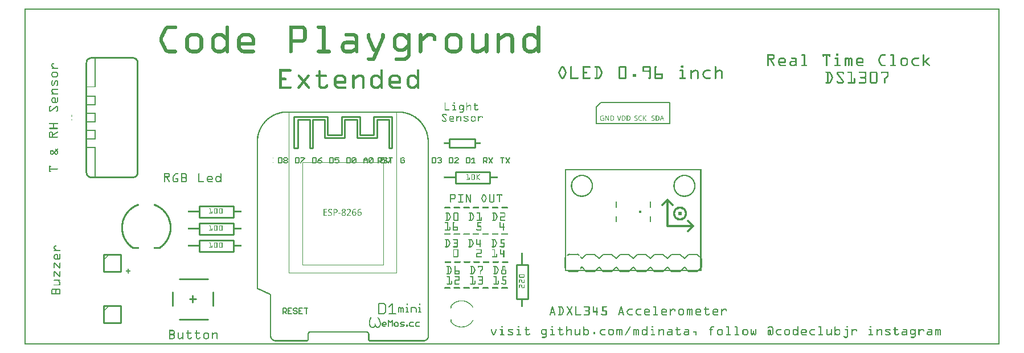
<source format=gto>
G04 MADE WITH FRITZING*
G04 WWW.FRITZING.ORG*
G04 DOUBLE SIDED*
G04 HOLES PLATED*
G04 CONTOUR ON CENTER OF CONTOUR VECTOR*
%ASAXBY*%
%FSLAX23Y23*%
%MOIN*%
%OFA0B0*%
%SFA1.0B1.0*%
%ADD10C,0.082000X0.058*%
%ADD11C,0.024000X0*%
%ADD12C,0.015874X-0.00012598*%
%ADD13R,0.632694X0.947652X0.627138X0.942096*%
%ADD14C,0.002778*%
%ADD15R,0.477778X0.602777X0.472222X0.597221*%
%ADD16C,0.010000*%
%ADD17C,0.012000*%
%ADD18C,0.008000*%
%ADD19C,0.006944*%
%ADD20R,0.001000X0.001000*%
%LNSILK1*%
G90*
G70*
G54D10*
X3836Y769D03*
G54D11*
X3836Y769D03*
G54D12*
X3603Y780D03*
G54D14*
X1548Y1366D02*
X2178Y1366D01*
X2178Y421D01*
X1548Y421D01*
X1548Y1366D01*
D02*
X1626Y1070D02*
X2101Y1070D01*
X2101Y470D01*
X1626Y470D01*
X1626Y1070D01*
D02*
G54D16*
X2488Y1204D02*
X2638Y1204D01*
D02*
X2638Y1204D02*
X2638Y1154D01*
D02*
X2638Y1154D02*
X2488Y1154D01*
D02*
X2488Y1154D02*
X2488Y1204D01*
D02*
X1104Y308D02*
X1104Y229D01*
D02*
X907Y386D02*
X1074Y386D01*
D02*
X907Y150D02*
X1074Y150D01*
D02*
X867Y308D02*
X867Y229D01*
D02*
X985Y288D02*
X985Y249D01*
D02*
X1005Y268D02*
X966Y268D01*
D02*
X463Y530D02*
X463Y430D01*
D02*
X463Y430D02*
X563Y430D01*
D02*
X563Y430D02*
X563Y530D01*
D02*
X563Y530D02*
X463Y530D01*
D02*
X1023Y613D02*
X1223Y613D01*
D02*
X1223Y613D02*
X1223Y547D01*
D02*
X1223Y547D02*
X1023Y547D01*
D02*
X1023Y547D02*
X1023Y613D01*
D02*
X1023Y713D02*
X1223Y713D01*
D02*
X1223Y713D02*
X1223Y647D01*
D02*
X1223Y647D02*
X1023Y647D01*
D02*
X1023Y647D02*
X1023Y713D01*
D02*
X1023Y813D02*
X1223Y813D01*
D02*
X1223Y813D02*
X1223Y747D01*
D02*
X1223Y747D02*
X1023Y747D01*
D02*
X1023Y747D02*
X1023Y813D01*
D02*
X2523Y1013D02*
X2723Y1013D01*
D02*
X2723Y1013D02*
X2723Y947D01*
D02*
X2723Y947D02*
X2523Y947D01*
D02*
X2523Y947D02*
X2523Y1013D01*
D02*
X463Y230D02*
X463Y130D01*
D02*
X463Y130D02*
X563Y130D01*
D02*
X563Y130D02*
X563Y230D01*
D02*
X563Y230D02*
X463Y230D01*
G54D17*
D02*
X3763Y695D02*
X3913Y695D01*
D02*
X3763Y695D02*
X3763Y850D01*
D02*
X3763Y850D02*
X3733Y820D01*
D02*
X3763Y850D02*
X3793Y820D01*
D02*
X3883Y725D02*
X3913Y695D01*
D02*
X3883Y665D02*
X3913Y695D01*
G54D18*
D02*
X3788Y530D02*
X3838Y530D01*
D02*
X3838Y530D02*
X3863Y505D01*
D02*
X3863Y455D02*
X3838Y430D01*
D02*
X3663Y505D02*
X3688Y530D01*
D02*
X3688Y530D02*
X3738Y530D01*
D02*
X3738Y530D02*
X3763Y505D01*
D02*
X3763Y455D02*
X3738Y430D01*
D02*
X3738Y430D02*
X3688Y430D01*
D02*
X3688Y430D02*
X3663Y455D01*
D02*
X3788Y530D02*
X3763Y505D01*
D02*
X3763Y455D02*
X3788Y430D01*
D02*
X3838Y430D02*
X3788Y430D01*
D02*
X3488Y530D02*
X3538Y530D01*
D02*
X3538Y530D02*
X3563Y505D01*
D02*
X3563Y455D02*
X3538Y430D01*
D02*
X3563Y505D02*
X3588Y530D01*
D02*
X3588Y530D02*
X3638Y530D01*
D02*
X3638Y530D02*
X3663Y505D01*
D02*
X3663Y455D02*
X3638Y430D01*
D02*
X3638Y430D02*
X3588Y430D01*
D02*
X3588Y430D02*
X3563Y455D01*
D02*
X3363Y505D02*
X3388Y530D01*
D02*
X3388Y530D02*
X3438Y530D01*
D02*
X3438Y530D02*
X3463Y505D01*
D02*
X3463Y455D02*
X3438Y430D01*
D02*
X3438Y430D02*
X3388Y430D01*
D02*
X3388Y430D02*
X3363Y455D01*
D02*
X3488Y530D02*
X3463Y505D01*
D02*
X3463Y455D02*
X3488Y430D01*
D02*
X3538Y430D02*
X3488Y430D01*
D02*
X3188Y530D02*
X3238Y530D01*
D02*
X3263Y505D02*
X3288Y530D01*
D02*
X3288Y530D02*
X3338Y530D01*
D02*
X3338Y530D02*
X3363Y505D01*
D02*
X3363Y455D02*
X3338Y430D01*
D02*
X3338Y430D02*
X3288Y430D01*
D02*
X3288Y430D02*
X3263Y455D01*
D02*
X3163Y505D02*
X3163Y455D01*
D02*
X3238Y430D02*
X3188Y430D01*
D02*
X3888Y530D02*
X3938Y530D01*
D02*
X3938Y530D02*
X3963Y505D01*
D02*
X3963Y505D02*
X3963Y455D01*
D02*
X3963Y455D02*
X3938Y430D01*
D02*
X3888Y530D02*
X3863Y505D01*
D02*
X3863Y455D02*
X3888Y430D01*
D02*
X3938Y430D02*
X3888Y430D01*
D02*
X3662Y839D02*
X3662Y807D01*
D02*
X3662Y752D02*
X3662Y721D01*
D02*
X3465Y721D02*
X3465Y752D01*
D02*
X3465Y807D02*
X3465Y839D01*
G54D16*
D02*
X2946Y470D02*
X2946Y270D01*
D02*
X2946Y270D02*
X2880Y270D01*
D02*
X2880Y270D02*
X2880Y470D01*
D02*
X2880Y470D02*
X2946Y470D01*
X2150Y1153D02*
X2133Y1153D01*
X2133Y1320D01*
X2062Y1320D01*
X2062Y1213D01*
X1946Y1213D01*
X1946Y1320D01*
X1873Y1320D01*
X1873Y1213D01*
X1758Y1213D01*
X1758Y1320D01*
X1687Y1320D01*
X1687Y1153D01*
X1670Y1153D01*
X1670Y1320D01*
X1600Y1320D01*
X1600Y1153D01*
X1577Y1153D01*
X1577Y1337D01*
X1775Y1337D01*
X1775Y1230D01*
X1856Y1230D01*
X1856Y1337D01*
X1963Y1337D01*
X1963Y1230D01*
X2045Y1230D01*
X2045Y1337D01*
X2150Y1337D01*
X2150Y1153D01*
D02*
G54D19*
X3374Y1420D02*
X3777Y1420D01*
X3777Y1295D01*
X3347Y1295D01*
X3347Y1392D01*
X3374Y1420D01*
D02*
X2071Y1065D02*
X2071Y1096D01*
X2071Y1096D02*
X2086Y1096D01*
X2086Y1096D02*
X2091Y1091D01*
X2092Y1091D02*
X2092Y1081D01*
X2092Y1080D02*
X2087Y1076D01*
X2086Y1076D02*
X2071Y1076D01*
X2081Y1076D02*
X2091Y1066D01*
X2123Y1091D02*
X2118Y1096D01*
X2118Y1096D02*
X2109Y1096D01*
X2108Y1096D02*
X2103Y1091D01*
X2103Y1091D02*
X2103Y1086D01*
X2103Y1086D02*
X2108Y1081D01*
X2108Y1080D02*
X2117Y1080D01*
X2118Y1080D02*
X2123Y1076D01*
X2123Y1076D02*
X2123Y1071D01*
X2123Y1070D02*
X2118Y1065D01*
X2118Y1065D02*
X2109Y1065D01*
X2108Y1065D02*
X2103Y1070D01*
X2145Y1065D02*
X2145Y1096D01*
X2134Y1096D02*
X2154Y1096D01*
D02*
X1987Y1065D02*
X1987Y1086D01*
X1987Y1086D02*
X1996Y1095D01*
X1997Y1096D02*
X2007Y1087D01*
X2008Y1086D02*
X2008Y1066D01*
X1987Y1081D02*
X2007Y1081D01*
X2018Y1070D02*
X2018Y1091D01*
X2018Y1091D02*
X2023Y1095D01*
X2024Y1096D02*
X2033Y1096D01*
X2034Y1096D02*
X2039Y1092D01*
X2039Y1091D02*
X2039Y1070D01*
X2039Y1070D02*
X2034Y1066D01*
X2034Y1065D02*
X2025Y1065D01*
X2024Y1065D02*
X2019Y1069D01*
X2018Y1070D02*
X2038Y1091D01*
D02*
X1887Y1096D02*
X1887Y1065D01*
X1887Y1065D02*
X1902Y1065D01*
X1902Y1065D02*
X1907Y1070D01*
X1908Y1070D02*
X1908Y1091D01*
X1908Y1091D02*
X1902Y1096D01*
X1902Y1096D02*
X1887Y1096D01*
X1918Y1070D02*
X1918Y1091D01*
X1918Y1091D02*
X1923Y1096D01*
X1924Y1096D02*
X1933Y1096D01*
X1934Y1096D02*
X1939Y1091D01*
X1939Y1091D02*
X1939Y1071D01*
X1939Y1070D02*
X1934Y1065D01*
X1934Y1065D02*
X1925Y1065D01*
X1924Y1065D02*
X1919Y1070D01*
X1918Y1070D02*
X1938Y1090D01*
D02*
X1787Y1096D02*
X1787Y1065D01*
X1787Y1065D02*
X1802Y1065D01*
X1802Y1065D02*
X1807Y1070D01*
X1808Y1070D02*
X1808Y1091D01*
X1808Y1091D02*
X1802Y1096D01*
X1802Y1096D02*
X1787Y1096D01*
X1839Y1096D02*
X1819Y1096D01*
X1818Y1096D02*
X1818Y1081D01*
X1818Y1081D02*
X1828Y1086D01*
X1829Y1086D02*
X1833Y1086D01*
X1834Y1086D02*
X1839Y1081D01*
X1839Y1081D02*
X1839Y1071D01*
X1839Y1070D02*
X1834Y1065D01*
X1834Y1065D02*
X1825Y1065D01*
X1824Y1065D02*
X1819Y1070D01*
D02*
X1687Y1096D02*
X1687Y1065D01*
X1687Y1065D02*
X1702Y1065D01*
X1702Y1065D02*
X1707Y1070D01*
X1708Y1070D02*
X1708Y1091D01*
X1708Y1091D02*
X1702Y1096D01*
X1702Y1096D02*
X1687Y1096D01*
X1739Y1096D02*
X1730Y1091D01*
X1729Y1091D02*
X1719Y1081D01*
X1718Y1080D02*
X1718Y1071D01*
X1718Y1070D02*
X1723Y1065D01*
X1724Y1065D02*
X1733Y1065D01*
X1734Y1065D02*
X1739Y1070D01*
X1739Y1070D02*
X1739Y1076D01*
X1739Y1076D02*
X1734Y1080D01*
X1734Y1080D02*
X1719Y1080D01*
D02*
X1587Y1096D02*
X1587Y1065D01*
X1587Y1065D02*
X1602Y1065D01*
X1602Y1065D02*
X1607Y1070D01*
X1608Y1070D02*
X1608Y1091D01*
X1608Y1091D02*
X1602Y1096D01*
X1602Y1096D02*
X1587Y1096D01*
X1618Y1096D02*
X1638Y1096D01*
X1639Y1096D02*
X1639Y1091D01*
X1639Y1091D02*
X1619Y1071D01*
X1618Y1070D02*
X1618Y1065D01*
D02*
X1487Y1096D02*
X1487Y1065D01*
X1487Y1065D02*
X1502Y1065D01*
X1502Y1065D02*
X1507Y1070D01*
X1508Y1070D02*
X1508Y1091D01*
X1508Y1091D02*
X1502Y1096D01*
X1502Y1096D02*
X1487Y1096D01*
X1518Y1091D02*
X1523Y1096D01*
X1524Y1096D02*
X1533Y1096D01*
X1534Y1096D02*
X1539Y1091D01*
X1539Y1091D02*
X1539Y1086D01*
X1539Y1086D02*
X1534Y1081D01*
X1534Y1080D02*
X1539Y1075D01*
X1539Y1075D02*
X1539Y1071D01*
X1539Y1070D02*
X1534Y1065D01*
X1534Y1065D02*
X1525Y1065D01*
X1524Y1065D02*
X1519Y1070D01*
X1518Y1070D02*
X1518Y1075D01*
X1518Y1075D02*
X1523Y1080D01*
X1524Y1080D02*
X1519Y1085D01*
X1518Y1086D02*
X1518Y1091D01*
X1524Y1080D02*
X1533Y1080D01*
D02*
X2108Y1096D02*
X2087Y1096D01*
X2087Y1096D02*
X2087Y1081D01*
X2087Y1081D02*
X2096Y1086D01*
X2097Y1086D02*
X2102Y1086D01*
X2102Y1086D02*
X2107Y1081D01*
X2108Y1081D02*
X2108Y1071D01*
X2108Y1070D02*
X2102Y1065D01*
X2102Y1065D02*
X2093Y1065D01*
X2092Y1065D02*
X2087Y1070D01*
X2118Y1096D02*
X2118Y1076D01*
X2118Y1076D02*
X2129Y1065D01*
X2129Y1065D02*
X2138Y1075D01*
X2139Y1076D02*
X2139Y1096D01*
D02*
X2223Y1091D02*
X2218Y1096D01*
X2218Y1096D02*
X2209Y1096D01*
X2208Y1096D02*
X2203Y1091D01*
X2203Y1091D02*
X2203Y1071D01*
X2203Y1070D02*
X2208Y1065D01*
X2208Y1065D02*
X2217Y1065D01*
X2218Y1065D02*
X2223Y1070D01*
X2223Y1070D02*
X2223Y1081D01*
X2223Y1081D02*
X2213Y1081D01*
D02*
X2387Y1096D02*
X2387Y1065D01*
X2387Y1065D02*
X2402Y1065D01*
X2402Y1065D02*
X2407Y1070D01*
X2408Y1070D02*
X2408Y1091D01*
X2408Y1091D02*
X2402Y1096D01*
X2402Y1096D02*
X2387Y1096D01*
X2418Y1091D02*
X2423Y1096D01*
X2424Y1096D02*
X2433Y1096D01*
X2434Y1096D02*
X2439Y1091D01*
X2439Y1091D02*
X2439Y1086D01*
X2439Y1086D02*
X2434Y1081D01*
X2434Y1081D02*
X2430Y1081D01*
X2434Y1081D02*
X2439Y1076D01*
X2439Y1076D02*
X2439Y1071D01*
X2439Y1070D02*
X2434Y1065D01*
X2434Y1065D02*
X2425Y1065D01*
X2424Y1065D02*
X2419Y1070D01*
D02*
X2487Y1096D02*
X2487Y1065D01*
X2487Y1065D02*
X2502Y1065D01*
X2502Y1065D02*
X2507Y1070D01*
X2508Y1070D02*
X2508Y1091D01*
X2508Y1091D02*
X2502Y1096D01*
X2502Y1096D02*
X2487Y1096D01*
X2539Y1065D02*
X2519Y1065D01*
X2518Y1065D02*
X2538Y1085D01*
X2539Y1086D02*
X2539Y1091D01*
X2539Y1091D02*
X2534Y1096D01*
X2534Y1096D02*
X2525Y1096D01*
X2524Y1096D02*
X2519Y1091D01*
D02*
X2587Y1096D02*
X2587Y1066D01*
X2587Y1065D02*
X2602Y1065D01*
X2602Y1065D02*
X2607Y1069D01*
X2608Y1070D02*
X2608Y1091D01*
X2608Y1091D02*
X2603Y1095D01*
X2602Y1096D02*
X2587Y1096D01*
X2618Y1086D02*
X2628Y1095D01*
X2629Y1096D02*
X2629Y1066D01*
X2618Y1065D02*
X2638Y1065D01*
D02*
X2687Y1065D02*
X2687Y1096D01*
X2687Y1096D02*
X2702Y1096D01*
X2702Y1096D02*
X2707Y1091D01*
X2708Y1091D02*
X2708Y1081D01*
X2708Y1080D02*
X2703Y1076D01*
X2702Y1076D02*
X2687Y1076D01*
X2697Y1076D02*
X2707Y1066D01*
X2718Y1096D02*
X2738Y1065D01*
X2739Y1096D02*
X2719Y1065D01*
D02*
X2797Y1065D02*
X2797Y1096D01*
X2787Y1096D02*
X2807Y1096D01*
X2818Y1096D02*
X2838Y1066D01*
X2839Y1096D02*
X2819Y1066D01*
D02*
X1512Y183D02*
X1512Y214D01*
X1512Y214D02*
X1527Y214D01*
X1527Y214D02*
X1532Y209D01*
X1532Y209D02*
X1532Y199D01*
X1532Y198D02*
X1527Y192D01*
X1527Y192D02*
X1512Y192D01*
X1522Y192D02*
X1532Y183D01*
X1564Y214D02*
X1543Y214D01*
X1543Y214D02*
X1543Y183D01*
X1543Y183D02*
X1563Y183D01*
X1543Y198D02*
X1553Y198D01*
X1596Y209D02*
X1591Y214D01*
X1591Y214D02*
X1580Y214D01*
X1580Y214D02*
X1575Y209D01*
X1575Y209D02*
X1575Y204D01*
X1575Y203D02*
X1580Y198D01*
X1580Y198D02*
X1590Y198D01*
X1591Y198D02*
X1596Y192D01*
X1596Y192D02*
X1596Y188D01*
X1596Y188D02*
X1591Y183D01*
X1591Y183D02*
X1580Y183D01*
X1580Y183D02*
X1575Y188D01*
X1627Y214D02*
X1607Y214D01*
X1607Y214D02*
X1607Y183D01*
X1607Y183D02*
X1627Y183D01*
X1607Y198D02*
X1616Y198D01*
X1649Y183D02*
X1649Y214D01*
X1638Y214D02*
X1658Y214D01*
D02*
X2074Y242D02*
X2074Y184D01*
X2074Y183D02*
X2102Y183D01*
X2103Y183D02*
X2113Y193D01*
X2113Y193D02*
X2113Y232D01*
X2113Y232D02*
X2103Y242D01*
X2103Y242D02*
X2074Y242D01*
X2133Y222D02*
X2153Y242D01*
X2153Y242D02*
X2153Y184D01*
X2133Y183D02*
X2172Y183D01*
D02*
X2190Y192D02*
X2190Y220D01*
X2190Y220D02*
X2197Y220D01*
X2197Y220D02*
X2203Y213D01*
X2203Y213D02*
X2203Y192D01*
X2203Y213D02*
X2210Y220D01*
X2211Y220D02*
X2218Y213D01*
X2218Y213D02*
X2218Y192D01*
X2233Y220D02*
X2240Y220D01*
X2241Y220D02*
X2241Y192D01*
X2233Y192D02*
X2248Y192D01*
X2241Y242D02*
X2241Y235D01*
X2263Y192D02*
X2263Y220D01*
X2263Y220D02*
X2284Y220D01*
X2285Y220D02*
X2292Y213D01*
X2292Y213D02*
X2292Y192D01*
X2307Y220D02*
X2314Y220D01*
X2315Y220D02*
X2315Y192D01*
X2307Y192D02*
X2320Y192D01*
X2315Y242D02*
X2315Y235D01*
D02*
G54D20*
X0Y1969D02*
X5707Y1969D01*
X0Y1968D02*
X5707Y1968D01*
X0Y1967D02*
X5707Y1967D01*
X0Y1966D02*
X5707Y1966D01*
X0Y1965D02*
X5707Y1965D01*
X0Y1964D02*
X5707Y1964D01*
X0Y1963D02*
X5707Y1963D01*
X0Y1962D02*
X5707Y1962D01*
X0Y1961D02*
X7Y1961D01*
X5700Y1961D02*
X5707Y1961D01*
X0Y1960D02*
X7Y1960D01*
X5700Y1960D02*
X5707Y1960D01*
X0Y1959D02*
X7Y1959D01*
X5700Y1959D02*
X5707Y1959D01*
X0Y1958D02*
X7Y1958D01*
X5700Y1958D02*
X5707Y1958D01*
X0Y1957D02*
X7Y1957D01*
X5700Y1957D02*
X5707Y1957D01*
X0Y1956D02*
X7Y1956D01*
X5700Y1956D02*
X5707Y1956D01*
X0Y1955D02*
X7Y1955D01*
X5700Y1955D02*
X5707Y1955D01*
X0Y1954D02*
X7Y1954D01*
X5700Y1954D02*
X5707Y1954D01*
X0Y1953D02*
X7Y1953D01*
X5700Y1953D02*
X5707Y1953D01*
X0Y1952D02*
X7Y1952D01*
X5700Y1952D02*
X5707Y1952D01*
X0Y1951D02*
X7Y1951D01*
X5700Y1951D02*
X5707Y1951D01*
X0Y1950D02*
X7Y1950D01*
X5700Y1950D02*
X5707Y1950D01*
X0Y1949D02*
X7Y1949D01*
X5700Y1949D02*
X5707Y1949D01*
X0Y1948D02*
X7Y1948D01*
X5700Y1948D02*
X5707Y1948D01*
X0Y1947D02*
X7Y1947D01*
X5700Y1947D02*
X5707Y1947D01*
X0Y1946D02*
X7Y1946D01*
X5700Y1946D02*
X5707Y1946D01*
X0Y1945D02*
X7Y1945D01*
X5700Y1945D02*
X5707Y1945D01*
X0Y1944D02*
X7Y1944D01*
X5700Y1944D02*
X5707Y1944D01*
X0Y1943D02*
X7Y1943D01*
X5700Y1943D02*
X5707Y1943D01*
X0Y1942D02*
X7Y1942D01*
X5700Y1942D02*
X5707Y1942D01*
X0Y1941D02*
X7Y1941D01*
X5700Y1941D02*
X5707Y1941D01*
X0Y1940D02*
X7Y1940D01*
X5700Y1940D02*
X5707Y1940D01*
X0Y1939D02*
X7Y1939D01*
X5700Y1939D02*
X5707Y1939D01*
X0Y1938D02*
X7Y1938D01*
X5700Y1938D02*
X5707Y1938D01*
X0Y1937D02*
X7Y1937D01*
X5700Y1937D02*
X5707Y1937D01*
X0Y1936D02*
X7Y1936D01*
X5700Y1936D02*
X5707Y1936D01*
X0Y1935D02*
X7Y1935D01*
X5700Y1935D02*
X5707Y1935D01*
X0Y1934D02*
X7Y1934D01*
X5700Y1934D02*
X5707Y1934D01*
X0Y1933D02*
X7Y1933D01*
X5700Y1933D02*
X5707Y1933D01*
X0Y1932D02*
X7Y1932D01*
X5700Y1932D02*
X5707Y1932D01*
X0Y1931D02*
X7Y1931D01*
X5700Y1931D02*
X5707Y1931D01*
X0Y1930D02*
X7Y1930D01*
X5700Y1930D02*
X5707Y1930D01*
X0Y1929D02*
X7Y1929D01*
X5700Y1929D02*
X5707Y1929D01*
X0Y1928D02*
X7Y1928D01*
X5700Y1928D02*
X5707Y1928D01*
X0Y1927D02*
X7Y1927D01*
X5700Y1927D02*
X5707Y1927D01*
X0Y1926D02*
X7Y1926D01*
X5700Y1926D02*
X5707Y1926D01*
X0Y1925D02*
X7Y1925D01*
X5700Y1925D02*
X5707Y1925D01*
X0Y1924D02*
X7Y1924D01*
X5700Y1924D02*
X5707Y1924D01*
X0Y1923D02*
X7Y1923D01*
X5700Y1923D02*
X5707Y1923D01*
X0Y1922D02*
X7Y1922D01*
X5700Y1922D02*
X5707Y1922D01*
X0Y1921D02*
X7Y1921D01*
X5700Y1921D02*
X5707Y1921D01*
X0Y1920D02*
X7Y1920D01*
X5700Y1920D02*
X5707Y1920D01*
X0Y1919D02*
X7Y1919D01*
X5700Y1919D02*
X5707Y1919D01*
X0Y1918D02*
X7Y1918D01*
X5700Y1918D02*
X5707Y1918D01*
X0Y1917D02*
X7Y1917D01*
X5700Y1917D02*
X5707Y1917D01*
X0Y1916D02*
X7Y1916D01*
X5700Y1916D02*
X5707Y1916D01*
X0Y1915D02*
X7Y1915D01*
X5700Y1915D02*
X5707Y1915D01*
X0Y1914D02*
X7Y1914D01*
X5700Y1914D02*
X5707Y1914D01*
X0Y1913D02*
X7Y1913D01*
X5700Y1913D02*
X5707Y1913D01*
X0Y1912D02*
X7Y1912D01*
X5700Y1912D02*
X5707Y1912D01*
X0Y1911D02*
X7Y1911D01*
X5700Y1911D02*
X5707Y1911D01*
X0Y1910D02*
X7Y1910D01*
X5700Y1910D02*
X5707Y1910D01*
X0Y1909D02*
X7Y1909D01*
X5700Y1909D02*
X5707Y1909D01*
X0Y1908D02*
X7Y1908D01*
X5700Y1908D02*
X5707Y1908D01*
X0Y1907D02*
X7Y1907D01*
X5700Y1907D02*
X5707Y1907D01*
X0Y1906D02*
X7Y1906D01*
X5700Y1906D02*
X5707Y1906D01*
X0Y1905D02*
X7Y1905D01*
X5700Y1905D02*
X5707Y1905D01*
X0Y1904D02*
X7Y1904D01*
X5700Y1904D02*
X5707Y1904D01*
X0Y1903D02*
X7Y1903D01*
X5700Y1903D02*
X5707Y1903D01*
X0Y1902D02*
X7Y1902D01*
X5700Y1902D02*
X5707Y1902D01*
X0Y1901D02*
X7Y1901D01*
X5700Y1901D02*
X5707Y1901D01*
X0Y1900D02*
X7Y1900D01*
X5700Y1900D02*
X5707Y1900D01*
X0Y1899D02*
X7Y1899D01*
X5700Y1899D02*
X5707Y1899D01*
X0Y1898D02*
X7Y1898D01*
X5700Y1898D02*
X5707Y1898D01*
X0Y1897D02*
X7Y1897D01*
X5700Y1897D02*
X5707Y1897D01*
X0Y1896D02*
X7Y1896D01*
X5700Y1896D02*
X5707Y1896D01*
X0Y1895D02*
X7Y1895D01*
X5700Y1895D02*
X5707Y1895D01*
X0Y1894D02*
X7Y1894D01*
X5700Y1894D02*
X5707Y1894D01*
X0Y1893D02*
X7Y1893D01*
X5700Y1893D02*
X5707Y1893D01*
X0Y1892D02*
X7Y1892D01*
X5700Y1892D02*
X5707Y1892D01*
X0Y1891D02*
X7Y1891D01*
X5700Y1891D02*
X5707Y1891D01*
X0Y1890D02*
X7Y1890D01*
X5700Y1890D02*
X5707Y1890D01*
X0Y1889D02*
X7Y1889D01*
X5700Y1889D02*
X5707Y1889D01*
X0Y1888D02*
X7Y1888D01*
X5700Y1888D02*
X5707Y1888D01*
X0Y1887D02*
X7Y1887D01*
X5700Y1887D02*
X5707Y1887D01*
X0Y1886D02*
X7Y1886D01*
X5700Y1886D02*
X5707Y1886D01*
X0Y1885D02*
X7Y1885D01*
X5700Y1885D02*
X5707Y1885D01*
X0Y1884D02*
X7Y1884D01*
X5700Y1884D02*
X5707Y1884D01*
X0Y1883D02*
X7Y1883D01*
X5700Y1883D02*
X5707Y1883D01*
X0Y1882D02*
X7Y1882D01*
X5700Y1882D02*
X5707Y1882D01*
X0Y1881D02*
X7Y1881D01*
X5700Y1881D02*
X5707Y1881D01*
X0Y1880D02*
X7Y1880D01*
X5700Y1880D02*
X5707Y1880D01*
X0Y1879D02*
X7Y1879D01*
X5700Y1879D02*
X5707Y1879D01*
X0Y1878D02*
X7Y1878D01*
X5700Y1878D02*
X5707Y1878D01*
X0Y1877D02*
X7Y1877D01*
X5700Y1877D02*
X5707Y1877D01*
X0Y1876D02*
X7Y1876D01*
X5700Y1876D02*
X5707Y1876D01*
X0Y1875D02*
X7Y1875D01*
X5700Y1875D02*
X5707Y1875D01*
X0Y1874D02*
X7Y1874D01*
X5700Y1874D02*
X5707Y1874D01*
X0Y1873D02*
X7Y1873D01*
X5700Y1873D02*
X5707Y1873D01*
X0Y1872D02*
X7Y1872D01*
X5700Y1872D02*
X5707Y1872D01*
X0Y1871D02*
X7Y1871D01*
X5700Y1871D02*
X5707Y1871D01*
X0Y1870D02*
X7Y1870D01*
X841Y1870D02*
X885Y1870D01*
X1185Y1870D02*
X1189Y1870D01*
X1549Y1870D02*
X1624Y1870D01*
X1719Y1870D02*
X1754Y1870D01*
X3006Y1870D02*
X3010Y1870D01*
X5700Y1870D02*
X5707Y1870D01*
X0Y1869D02*
X7Y1869D01*
X836Y1869D02*
X888Y1869D01*
X1182Y1869D02*
X1191Y1869D01*
X1549Y1869D02*
X1630Y1869D01*
X1717Y1869D02*
X1757Y1869D01*
X3004Y1869D02*
X3013Y1869D01*
X5700Y1869D02*
X5707Y1869D01*
X0Y1868D02*
X7Y1868D01*
X833Y1868D02*
X889Y1868D01*
X1181Y1868D02*
X1193Y1868D01*
X1549Y1868D02*
X1632Y1868D01*
X1715Y1868D02*
X1758Y1868D01*
X3002Y1868D02*
X3014Y1868D01*
X5700Y1868D02*
X5707Y1868D01*
X0Y1867D02*
X7Y1867D01*
X831Y1867D02*
X890Y1867D01*
X1180Y1867D02*
X1194Y1867D01*
X1549Y1867D02*
X1635Y1867D01*
X1714Y1867D02*
X1759Y1867D01*
X3001Y1867D02*
X3015Y1867D01*
X5700Y1867D02*
X5707Y1867D01*
X0Y1866D02*
X7Y1866D01*
X829Y1866D02*
X891Y1866D01*
X1179Y1866D02*
X1195Y1866D01*
X1549Y1866D02*
X1636Y1866D01*
X1713Y1866D02*
X1760Y1866D01*
X3000Y1866D02*
X3016Y1866D01*
X5700Y1866D02*
X5707Y1866D01*
X0Y1865D02*
X7Y1865D01*
X827Y1865D02*
X892Y1865D01*
X1178Y1865D02*
X1196Y1865D01*
X1549Y1865D02*
X1638Y1865D01*
X1712Y1865D02*
X1761Y1865D01*
X3000Y1865D02*
X3017Y1865D01*
X5700Y1865D02*
X5707Y1865D01*
X0Y1864D02*
X7Y1864D01*
X826Y1864D02*
X893Y1864D01*
X1178Y1864D02*
X1196Y1864D01*
X1549Y1864D02*
X1639Y1864D01*
X1712Y1864D02*
X1761Y1864D01*
X2999Y1864D02*
X3018Y1864D01*
X5700Y1864D02*
X5707Y1864D01*
X0Y1863D02*
X7Y1863D01*
X824Y1863D02*
X893Y1863D01*
X1177Y1863D02*
X1196Y1863D01*
X1549Y1863D02*
X1641Y1863D01*
X1711Y1863D02*
X1762Y1863D01*
X2999Y1863D02*
X3018Y1863D01*
X5700Y1863D02*
X5707Y1863D01*
X0Y1862D02*
X7Y1862D01*
X823Y1862D02*
X893Y1862D01*
X1177Y1862D02*
X1197Y1862D01*
X1549Y1862D02*
X1642Y1862D01*
X1711Y1862D02*
X1762Y1862D01*
X2998Y1862D02*
X3018Y1862D01*
X5700Y1862D02*
X5707Y1862D01*
X0Y1861D02*
X7Y1861D01*
X822Y1861D02*
X893Y1861D01*
X1177Y1861D02*
X1197Y1861D01*
X1549Y1861D02*
X1643Y1861D01*
X1711Y1861D02*
X1762Y1861D01*
X2998Y1861D02*
X3018Y1861D01*
X5700Y1861D02*
X5707Y1861D01*
X0Y1860D02*
X7Y1860D01*
X821Y1860D02*
X893Y1860D01*
X1177Y1860D02*
X1197Y1860D01*
X1549Y1860D02*
X1644Y1860D01*
X1711Y1860D02*
X1762Y1860D01*
X2998Y1860D02*
X3018Y1860D01*
X5700Y1860D02*
X5707Y1860D01*
X0Y1859D02*
X7Y1859D01*
X820Y1859D02*
X893Y1859D01*
X1177Y1859D02*
X1197Y1859D01*
X1549Y1859D02*
X1645Y1859D01*
X1711Y1859D02*
X1762Y1859D01*
X2998Y1859D02*
X3019Y1859D01*
X5700Y1859D02*
X5707Y1859D01*
X0Y1858D02*
X7Y1858D01*
X819Y1858D02*
X893Y1858D01*
X1177Y1858D02*
X1197Y1858D01*
X1549Y1858D02*
X1646Y1858D01*
X1711Y1858D02*
X1762Y1858D01*
X2998Y1858D02*
X3019Y1858D01*
X5700Y1858D02*
X5707Y1858D01*
X0Y1857D02*
X7Y1857D01*
X819Y1857D02*
X893Y1857D01*
X1177Y1857D02*
X1197Y1857D01*
X1549Y1857D02*
X1646Y1857D01*
X1711Y1857D02*
X1762Y1857D01*
X2998Y1857D02*
X3019Y1857D01*
X5700Y1857D02*
X5707Y1857D01*
X0Y1856D02*
X7Y1856D01*
X818Y1856D02*
X893Y1856D01*
X1177Y1856D02*
X1197Y1856D01*
X1549Y1856D02*
X1647Y1856D01*
X1712Y1856D02*
X1762Y1856D01*
X2998Y1856D02*
X3019Y1856D01*
X5700Y1856D02*
X5707Y1856D01*
X0Y1855D02*
X7Y1855D01*
X817Y1855D02*
X892Y1855D01*
X1177Y1855D02*
X1197Y1855D01*
X1549Y1855D02*
X1648Y1855D01*
X1712Y1855D02*
X1762Y1855D01*
X2998Y1855D02*
X3019Y1855D01*
X5700Y1855D02*
X5707Y1855D01*
X0Y1854D02*
X7Y1854D01*
X817Y1854D02*
X892Y1854D01*
X1177Y1854D02*
X1197Y1854D01*
X1549Y1854D02*
X1648Y1854D01*
X1713Y1854D02*
X1762Y1854D01*
X2998Y1854D02*
X3019Y1854D01*
X5700Y1854D02*
X5707Y1854D01*
X0Y1853D02*
X7Y1853D01*
X816Y1853D02*
X891Y1853D01*
X1177Y1853D02*
X1197Y1853D01*
X1549Y1853D02*
X1649Y1853D01*
X1713Y1853D02*
X1762Y1853D01*
X2998Y1853D02*
X3019Y1853D01*
X5700Y1853D02*
X5707Y1853D01*
X0Y1852D02*
X7Y1852D01*
X816Y1852D02*
X890Y1852D01*
X1177Y1852D02*
X1197Y1852D01*
X1549Y1852D02*
X1649Y1852D01*
X1714Y1852D02*
X1762Y1852D01*
X2998Y1852D02*
X3019Y1852D01*
X5700Y1852D02*
X5707Y1852D01*
X0Y1851D02*
X7Y1851D01*
X815Y1851D02*
X889Y1851D01*
X1177Y1851D02*
X1197Y1851D01*
X1549Y1851D02*
X1650Y1851D01*
X1716Y1851D02*
X1762Y1851D01*
X2998Y1851D02*
X3019Y1851D01*
X5700Y1851D02*
X5707Y1851D01*
X0Y1850D02*
X7Y1850D01*
X815Y1850D02*
X887Y1850D01*
X1177Y1850D02*
X1197Y1850D01*
X1549Y1850D02*
X1650Y1850D01*
X1717Y1850D02*
X1762Y1850D01*
X2998Y1850D02*
X3019Y1850D01*
X5700Y1850D02*
X5707Y1850D01*
X0Y1849D02*
X7Y1849D01*
X814Y1849D02*
X843Y1849D01*
X1177Y1849D02*
X1197Y1849D01*
X1549Y1849D02*
X1569Y1849D01*
X1622Y1849D02*
X1651Y1849D01*
X1742Y1849D02*
X1762Y1849D01*
X2998Y1849D02*
X3019Y1849D01*
X5700Y1849D02*
X5707Y1849D01*
X0Y1848D02*
X7Y1848D01*
X814Y1848D02*
X839Y1848D01*
X1177Y1848D02*
X1197Y1848D01*
X1549Y1848D02*
X1569Y1848D01*
X1626Y1848D02*
X1651Y1848D01*
X1742Y1848D02*
X1762Y1848D01*
X2998Y1848D02*
X3019Y1848D01*
X5700Y1848D02*
X5707Y1848D01*
X0Y1847D02*
X7Y1847D01*
X813Y1847D02*
X837Y1847D01*
X1177Y1847D02*
X1197Y1847D01*
X1549Y1847D02*
X1569Y1847D01*
X1628Y1847D02*
X1651Y1847D01*
X1742Y1847D02*
X1762Y1847D01*
X2998Y1847D02*
X3019Y1847D01*
X5700Y1847D02*
X5707Y1847D01*
X0Y1846D02*
X7Y1846D01*
X813Y1846D02*
X836Y1846D01*
X1177Y1846D02*
X1197Y1846D01*
X1549Y1846D02*
X1569Y1846D01*
X1629Y1846D02*
X1652Y1846D01*
X1742Y1846D02*
X1762Y1846D01*
X2998Y1846D02*
X3019Y1846D01*
X5700Y1846D02*
X5707Y1846D01*
X0Y1845D02*
X7Y1845D01*
X812Y1845D02*
X836Y1845D01*
X1177Y1845D02*
X1197Y1845D01*
X1549Y1845D02*
X1569Y1845D01*
X1630Y1845D02*
X1652Y1845D01*
X1742Y1845D02*
X1762Y1845D01*
X2998Y1845D02*
X3019Y1845D01*
X5700Y1845D02*
X5707Y1845D01*
X0Y1844D02*
X7Y1844D01*
X812Y1844D02*
X835Y1844D01*
X1177Y1844D02*
X1197Y1844D01*
X1549Y1844D02*
X1569Y1844D01*
X1630Y1844D02*
X1652Y1844D01*
X1742Y1844D02*
X1762Y1844D01*
X2998Y1844D02*
X3019Y1844D01*
X5700Y1844D02*
X5707Y1844D01*
X0Y1843D02*
X7Y1843D01*
X811Y1843D02*
X834Y1843D01*
X1177Y1843D02*
X1197Y1843D01*
X1549Y1843D02*
X1569Y1843D01*
X1631Y1843D02*
X1652Y1843D01*
X1742Y1843D02*
X1762Y1843D01*
X2998Y1843D02*
X3019Y1843D01*
X5700Y1843D02*
X5707Y1843D01*
X0Y1842D02*
X7Y1842D01*
X811Y1842D02*
X834Y1842D01*
X1177Y1842D02*
X1197Y1842D01*
X1549Y1842D02*
X1569Y1842D01*
X1632Y1842D02*
X1652Y1842D01*
X1742Y1842D02*
X1762Y1842D01*
X2998Y1842D02*
X3019Y1842D01*
X5700Y1842D02*
X5707Y1842D01*
X0Y1841D02*
X7Y1841D01*
X810Y1841D02*
X833Y1841D01*
X1177Y1841D02*
X1197Y1841D01*
X1549Y1841D02*
X1569Y1841D01*
X1632Y1841D02*
X1652Y1841D01*
X1742Y1841D02*
X1762Y1841D01*
X2998Y1841D02*
X3019Y1841D01*
X5700Y1841D02*
X5707Y1841D01*
X0Y1840D02*
X7Y1840D01*
X810Y1840D02*
X833Y1840D01*
X1177Y1840D02*
X1197Y1840D01*
X1549Y1840D02*
X1569Y1840D01*
X1632Y1840D02*
X1652Y1840D01*
X1742Y1840D02*
X1762Y1840D01*
X2998Y1840D02*
X3019Y1840D01*
X5700Y1840D02*
X5707Y1840D01*
X0Y1839D02*
X7Y1839D01*
X809Y1839D02*
X832Y1839D01*
X1177Y1839D02*
X1197Y1839D01*
X1549Y1839D02*
X1569Y1839D01*
X1632Y1839D02*
X1652Y1839D01*
X1742Y1839D02*
X1762Y1839D01*
X2998Y1839D02*
X3019Y1839D01*
X5700Y1839D02*
X5707Y1839D01*
X0Y1838D02*
X7Y1838D01*
X809Y1838D02*
X832Y1838D01*
X1177Y1838D02*
X1197Y1838D01*
X1549Y1838D02*
X1569Y1838D01*
X1632Y1838D02*
X1652Y1838D01*
X1742Y1838D02*
X1762Y1838D01*
X2998Y1838D02*
X3019Y1838D01*
X5700Y1838D02*
X5707Y1838D01*
X0Y1837D02*
X7Y1837D01*
X808Y1837D02*
X831Y1837D01*
X1177Y1837D02*
X1197Y1837D01*
X1549Y1837D02*
X1569Y1837D01*
X1632Y1837D02*
X1652Y1837D01*
X1742Y1837D02*
X1762Y1837D01*
X2998Y1837D02*
X3019Y1837D01*
X5700Y1837D02*
X5707Y1837D01*
X0Y1836D02*
X7Y1836D01*
X808Y1836D02*
X831Y1836D01*
X1177Y1836D02*
X1197Y1836D01*
X1549Y1836D02*
X1569Y1836D01*
X1632Y1836D02*
X1652Y1836D01*
X1742Y1836D02*
X1762Y1836D01*
X2998Y1836D02*
X3019Y1836D01*
X5700Y1836D02*
X5707Y1836D01*
X0Y1835D02*
X7Y1835D01*
X807Y1835D02*
X830Y1835D01*
X1177Y1835D02*
X1197Y1835D01*
X1549Y1835D02*
X1569Y1835D01*
X1632Y1835D02*
X1652Y1835D01*
X1742Y1835D02*
X1762Y1835D01*
X2998Y1835D02*
X3019Y1835D01*
X5700Y1835D02*
X5707Y1835D01*
X0Y1834D02*
X7Y1834D01*
X807Y1834D02*
X830Y1834D01*
X1177Y1834D02*
X1197Y1834D01*
X1549Y1834D02*
X1569Y1834D01*
X1632Y1834D02*
X1652Y1834D01*
X1742Y1834D02*
X1762Y1834D01*
X2998Y1834D02*
X3019Y1834D01*
X5700Y1834D02*
X5707Y1834D01*
X0Y1833D02*
X7Y1833D01*
X806Y1833D02*
X829Y1833D01*
X1177Y1833D02*
X1197Y1833D01*
X1549Y1833D02*
X1569Y1833D01*
X1632Y1833D02*
X1652Y1833D01*
X1742Y1833D02*
X1762Y1833D01*
X2998Y1833D02*
X3019Y1833D01*
X5700Y1833D02*
X5707Y1833D01*
X0Y1832D02*
X7Y1832D01*
X806Y1832D02*
X829Y1832D01*
X1177Y1832D02*
X1197Y1832D01*
X1549Y1832D02*
X1569Y1832D01*
X1632Y1832D02*
X1652Y1832D01*
X1742Y1832D02*
X1762Y1832D01*
X2998Y1832D02*
X3019Y1832D01*
X5700Y1832D02*
X5707Y1832D01*
X0Y1831D02*
X7Y1831D01*
X805Y1831D02*
X828Y1831D01*
X1177Y1831D02*
X1197Y1831D01*
X1549Y1831D02*
X1569Y1831D01*
X1632Y1831D02*
X1652Y1831D01*
X1742Y1831D02*
X1762Y1831D01*
X2998Y1831D02*
X3019Y1831D01*
X5700Y1831D02*
X5707Y1831D01*
X0Y1830D02*
X7Y1830D01*
X805Y1830D02*
X828Y1830D01*
X1177Y1830D02*
X1197Y1830D01*
X1549Y1830D02*
X1569Y1830D01*
X1632Y1830D02*
X1652Y1830D01*
X1742Y1830D02*
X1762Y1830D01*
X2998Y1830D02*
X3019Y1830D01*
X5700Y1830D02*
X5707Y1830D01*
X0Y1829D02*
X7Y1829D01*
X804Y1829D02*
X827Y1829D01*
X1177Y1829D02*
X1197Y1829D01*
X1549Y1829D02*
X1569Y1829D01*
X1632Y1829D02*
X1652Y1829D01*
X1742Y1829D02*
X1762Y1829D01*
X2998Y1829D02*
X3019Y1829D01*
X5700Y1829D02*
X5707Y1829D01*
X0Y1828D02*
X7Y1828D01*
X804Y1828D02*
X827Y1828D01*
X1177Y1828D02*
X1197Y1828D01*
X1549Y1828D02*
X1569Y1828D01*
X1632Y1828D02*
X1652Y1828D01*
X1742Y1828D02*
X1762Y1828D01*
X2998Y1828D02*
X3019Y1828D01*
X5700Y1828D02*
X5707Y1828D01*
X0Y1827D02*
X7Y1827D01*
X803Y1827D02*
X826Y1827D01*
X1177Y1827D02*
X1197Y1827D01*
X1549Y1827D02*
X1569Y1827D01*
X1632Y1827D02*
X1652Y1827D01*
X1742Y1827D02*
X1762Y1827D01*
X2998Y1827D02*
X3019Y1827D01*
X5700Y1827D02*
X5707Y1827D01*
X0Y1826D02*
X7Y1826D01*
X803Y1826D02*
X826Y1826D01*
X1177Y1826D02*
X1197Y1826D01*
X1549Y1826D02*
X1569Y1826D01*
X1632Y1826D02*
X1652Y1826D01*
X1742Y1826D02*
X1762Y1826D01*
X2998Y1826D02*
X3019Y1826D01*
X5700Y1826D02*
X5707Y1826D01*
X0Y1825D02*
X7Y1825D01*
X802Y1825D02*
X825Y1825D01*
X974Y1825D02*
X1013Y1825D01*
X1126Y1825D02*
X1154Y1825D01*
X1177Y1825D02*
X1197Y1825D01*
X1277Y1825D02*
X1316Y1825D01*
X1549Y1825D02*
X1569Y1825D01*
X1632Y1825D02*
X1652Y1825D01*
X1742Y1825D02*
X1762Y1825D01*
X1880Y1825D02*
X1930Y1825D01*
X2011Y1825D02*
X2018Y1825D01*
X2094Y1825D02*
X2101Y1825D01*
X2188Y1825D02*
X2216Y1825D01*
X2246Y1825D02*
X2253Y1825D01*
X2314Y1825D02*
X2321Y1825D01*
X2356Y1825D02*
X2387Y1825D01*
X2492Y1825D02*
X2531Y1825D01*
X2619Y1825D02*
X2626Y1825D01*
X2701Y1825D02*
X2708Y1825D01*
X2770Y1825D02*
X2777Y1825D01*
X2816Y1825D02*
X2840Y1825D01*
X2947Y1825D02*
X2975Y1825D01*
X2998Y1825D02*
X3019Y1825D01*
X5700Y1825D02*
X5707Y1825D01*
X0Y1824D02*
X7Y1824D01*
X802Y1824D02*
X825Y1824D01*
X970Y1824D02*
X1016Y1824D01*
X1122Y1824D02*
X1158Y1824D01*
X1177Y1824D02*
X1197Y1824D01*
X1274Y1824D02*
X1320Y1824D01*
X1549Y1824D02*
X1569Y1824D01*
X1632Y1824D02*
X1652Y1824D01*
X1742Y1824D02*
X1762Y1824D01*
X1878Y1824D02*
X1933Y1824D01*
X2009Y1824D02*
X2020Y1824D01*
X2092Y1824D02*
X2103Y1824D01*
X2185Y1824D02*
X2220Y1824D01*
X2244Y1824D02*
X2255Y1824D01*
X2313Y1824D02*
X2323Y1824D01*
X2354Y1824D02*
X2390Y1824D01*
X2488Y1824D02*
X2534Y1824D01*
X2618Y1824D02*
X2628Y1824D01*
X2699Y1824D02*
X2710Y1824D01*
X2768Y1824D02*
X2778Y1824D01*
X2812Y1824D02*
X2844Y1824D01*
X2944Y1824D02*
X2979Y1824D01*
X2998Y1824D02*
X3019Y1824D01*
X5700Y1824D02*
X5707Y1824D01*
X0Y1823D02*
X7Y1823D01*
X801Y1823D02*
X824Y1823D01*
X968Y1823D02*
X1019Y1823D01*
X1120Y1823D02*
X1160Y1823D01*
X1177Y1823D02*
X1197Y1823D01*
X1271Y1823D02*
X1322Y1823D01*
X1549Y1823D02*
X1569Y1823D01*
X1632Y1823D02*
X1652Y1823D01*
X1742Y1823D02*
X1762Y1823D01*
X1877Y1823D02*
X1936Y1823D01*
X2008Y1823D02*
X2021Y1823D01*
X2091Y1823D02*
X2104Y1823D01*
X2182Y1823D02*
X2223Y1823D01*
X2243Y1823D02*
X2256Y1823D01*
X2311Y1823D02*
X2324Y1823D01*
X2353Y1823D02*
X2393Y1823D01*
X2486Y1823D02*
X2536Y1823D01*
X2616Y1823D02*
X2629Y1823D01*
X2698Y1823D02*
X2711Y1823D01*
X2767Y1823D02*
X2780Y1823D01*
X2809Y1823D02*
X2847Y1823D01*
X2941Y1823D02*
X2982Y1823D01*
X2998Y1823D02*
X3019Y1823D01*
X5700Y1823D02*
X5707Y1823D01*
X0Y1822D02*
X7Y1822D01*
X801Y1822D02*
X824Y1822D01*
X966Y1822D02*
X1021Y1822D01*
X1118Y1822D02*
X1162Y1822D01*
X1177Y1822D02*
X1197Y1822D01*
X1269Y1822D02*
X1324Y1822D01*
X1549Y1822D02*
X1569Y1822D01*
X1632Y1822D02*
X1652Y1822D01*
X1742Y1822D02*
X1762Y1822D01*
X1876Y1822D02*
X1938Y1822D01*
X2007Y1822D02*
X2022Y1822D01*
X2090Y1822D02*
X2105Y1822D01*
X2180Y1822D02*
X2225Y1822D01*
X2242Y1822D02*
X2257Y1822D01*
X2310Y1822D02*
X2325Y1822D01*
X2352Y1822D02*
X2395Y1822D01*
X2484Y1822D02*
X2539Y1822D01*
X2615Y1822D02*
X2630Y1822D01*
X2697Y1822D02*
X2712Y1822D01*
X2766Y1822D02*
X2781Y1822D01*
X2807Y1822D02*
X2849Y1822D01*
X2939Y1822D02*
X2984Y1822D01*
X2998Y1822D02*
X3019Y1822D01*
X5700Y1822D02*
X5707Y1822D01*
X0Y1821D02*
X7Y1821D01*
X800Y1821D02*
X823Y1821D01*
X964Y1821D02*
X1023Y1821D01*
X1116Y1821D02*
X1164Y1821D01*
X1177Y1821D02*
X1197Y1821D01*
X1268Y1821D02*
X1326Y1821D01*
X1549Y1821D02*
X1569Y1821D01*
X1632Y1821D02*
X1652Y1821D01*
X1742Y1821D02*
X1762Y1821D01*
X1875Y1821D02*
X1940Y1821D01*
X2006Y1821D02*
X2023Y1821D01*
X2089Y1821D02*
X2106Y1821D01*
X2179Y1821D02*
X2226Y1821D01*
X2241Y1821D02*
X2258Y1821D01*
X2310Y1821D02*
X2326Y1821D01*
X2350Y1821D02*
X2396Y1821D01*
X2482Y1821D02*
X2540Y1821D01*
X2615Y1821D02*
X2631Y1821D01*
X2696Y1821D02*
X2713Y1821D01*
X2765Y1821D02*
X2782Y1821D01*
X2805Y1821D02*
X2850Y1821D01*
X2937Y1821D02*
X2985Y1821D01*
X2998Y1821D02*
X3019Y1821D01*
X5700Y1821D02*
X5707Y1821D01*
X0Y1820D02*
X7Y1820D01*
X800Y1820D02*
X823Y1820D01*
X963Y1820D02*
X1024Y1820D01*
X1115Y1820D02*
X1165Y1820D01*
X1177Y1820D02*
X1197Y1820D01*
X1266Y1820D02*
X1328Y1820D01*
X1549Y1820D02*
X1569Y1820D01*
X1632Y1820D02*
X1652Y1820D01*
X1742Y1820D02*
X1762Y1820D01*
X1874Y1820D02*
X1941Y1820D01*
X2005Y1820D02*
X2023Y1820D01*
X2089Y1820D02*
X2107Y1820D01*
X2177Y1820D02*
X2228Y1820D01*
X2241Y1820D02*
X2258Y1820D01*
X2309Y1820D02*
X2327Y1820D01*
X2349Y1820D02*
X2398Y1820D01*
X2481Y1820D02*
X2542Y1820D01*
X2614Y1820D02*
X2631Y1820D01*
X2696Y1820D02*
X2714Y1820D01*
X2764Y1820D02*
X2782Y1820D01*
X2804Y1820D02*
X2852Y1820D01*
X2936Y1820D02*
X2987Y1820D01*
X2998Y1820D02*
X3019Y1820D01*
X5700Y1820D02*
X5707Y1820D01*
X0Y1819D02*
X7Y1819D01*
X799Y1819D02*
X822Y1819D01*
X961Y1819D02*
X1025Y1819D01*
X1113Y1819D02*
X1167Y1819D01*
X1177Y1819D02*
X1197Y1819D01*
X1265Y1819D02*
X1329Y1819D01*
X1549Y1819D02*
X1569Y1819D01*
X1632Y1819D02*
X1652Y1819D01*
X1742Y1819D02*
X1762Y1819D01*
X1874Y1819D02*
X1942Y1819D01*
X2005Y1819D02*
X2024Y1819D01*
X2088Y1819D02*
X2107Y1819D01*
X2176Y1819D02*
X2229Y1819D01*
X2240Y1819D02*
X2259Y1819D01*
X2309Y1819D02*
X2327Y1819D01*
X2348Y1819D02*
X2399Y1819D01*
X2479Y1819D02*
X2543Y1819D01*
X2614Y1819D02*
X2632Y1819D01*
X2695Y1819D02*
X2714Y1819D01*
X2764Y1819D02*
X2783Y1819D01*
X2802Y1819D02*
X2853Y1819D01*
X2935Y1819D02*
X2988Y1819D01*
X2998Y1819D02*
X3019Y1819D01*
X5700Y1819D02*
X5707Y1819D01*
X0Y1818D02*
X7Y1818D01*
X799Y1818D02*
X822Y1818D01*
X960Y1818D02*
X1027Y1818D01*
X1112Y1818D02*
X1168Y1818D01*
X1177Y1818D02*
X1197Y1818D01*
X1264Y1818D02*
X1330Y1818D01*
X1549Y1818D02*
X1569Y1818D01*
X1632Y1818D02*
X1652Y1818D01*
X1742Y1818D02*
X1762Y1818D01*
X1874Y1818D02*
X1944Y1818D01*
X2005Y1818D02*
X2024Y1818D01*
X2088Y1818D02*
X2107Y1818D01*
X2174Y1818D02*
X2231Y1818D01*
X2240Y1818D02*
X2259Y1818D01*
X2308Y1818D02*
X2328Y1818D01*
X2347Y1818D02*
X2400Y1818D01*
X2478Y1818D02*
X2544Y1818D01*
X2613Y1818D02*
X2632Y1818D01*
X2695Y1818D02*
X2714Y1818D01*
X2764Y1818D02*
X2783Y1818D01*
X2801Y1818D02*
X2854Y1818D01*
X2933Y1818D02*
X2990Y1818D01*
X2998Y1818D02*
X3019Y1818D01*
X5700Y1818D02*
X5707Y1818D01*
X0Y1817D02*
X7Y1817D01*
X798Y1817D02*
X821Y1817D01*
X959Y1817D02*
X1028Y1817D01*
X1111Y1817D02*
X1169Y1817D01*
X1177Y1817D02*
X1197Y1817D01*
X1263Y1817D02*
X1332Y1817D01*
X1549Y1817D02*
X1569Y1817D01*
X1632Y1817D02*
X1652Y1817D01*
X1742Y1817D02*
X1762Y1817D01*
X1873Y1817D02*
X1945Y1817D01*
X2004Y1817D02*
X2024Y1817D01*
X2088Y1817D02*
X2108Y1817D01*
X2173Y1817D02*
X2232Y1817D01*
X2240Y1817D02*
X2259Y1817D01*
X2308Y1817D02*
X2328Y1817D01*
X2346Y1817D02*
X2401Y1817D01*
X2477Y1817D02*
X2546Y1817D01*
X2613Y1817D02*
X2632Y1817D01*
X2695Y1817D02*
X2715Y1817D01*
X2763Y1817D02*
X2783Y1817D01*
X2799Y1817D02*
X2855Y1817D01*
X2932Y1817D02*
X2991Y1817D01*
X2998Y1817D02*
X3019Y1817D01*
X5700Y1817D02*
X5707Y1817D01*
X0Y1816D02*
X7Y1816D01*
X798Y1816D02*
X821Y1816D01*
X958Y1816D02*
X1029Y1816D01*
X1109Y1816D02*
X1171Y1816D01*
X1177Y1816D02*
X1197Y1816D01*
X1261Y1816D02*
X1333Y1816D01*
X1549Y1816D02*
X1569Y1816D01*
X1632Y1816D02*
X1652Y1816D01*
X1742Y1816D02*
X1762Y1816D01*
X1873Y1816D02*
X1946Y1816D01*
X2004Y1816D02*
X2024Y1816D01*
X2087Y1816D02*
X2108Y1816D01*
X2172Y1816D02*
X2233Y1816D01*
X2239Y1816D02*
X2259Y1816D01*
X2308Y1816D02*
X2328Y1816D01*
X2345Y1816D02*
X2402Y1816D01*
X2476Y1816D02*
X2547Y1816D01*
X2613Y1816D02*
X2633Y1816D01*
X2695Y1816D02*
X2715Y1816D01*
X2763Y1816D02*
X2783Y1816D01*
X2797Y1816D02*
X2856Y1816D01*
X2931Y1816D02*
X2992Y1816D01*
X2998Y1816D02*
X3019Y1816D01*
X5700Y1816D02*
X5707Y1816D01*
X0Y1815D02*
X7Y1815D01*
X797Y1815D02*
X820Y1815D01*
X957Y1815D02*
X1030Y1815D01*
X1108Y1815D02*
X1172Y1815D01*
X1177Y1815D02*
X1197Y1815D01*
X1260Y1815D02*
X1334Y1815D01*
X1549Y1815D02*
X1569Y1815D01*
X1632Y1815D02*
X1652Y1815D01*
X1742Y1815D02*
X1762Y1815D01*
X1873Y1815D02*
X1947Y1815D01*
X2004Y1815D02*
X2024Y1815D01*
X2087Y1815D02*
X2108Y1815D01*
X2171Y1815D02*
X2234Y1815D01*
X2239Y1815D02*
X2260Y1815D01*
X2308Y1815D02*
X2328Y1815D01*
X2343Y1815D02*
X2403Y1815D01*
X2475Y1815D02*
X2548Y1815D01*
X2613Y1815D02*
X2633Y1815D01*
X2695Y1815D02*
X2715Y1815D01*
X2763Y1815D02*
X2783Y1815D01*
X2796Y1815D02*
X2857Y1815D01*
X2930Y1815D02*
X2993Y1815D01*
X2998Y1815D02*
X3019Y1815D01*
X5700Y1815D02*
X5707Y1815D01*
X0Y1814D02*
X7Y1814D01*
X797Y1814D02*
X820Y1814D01*
X956Y1814D02*
X1031Y1814D01*
X1107Y1814D02*
X1173Y1814D01*
X1177Y1814D02*
X1197Y1814D01*
X1259Y1814D02*
X1335Y1814D01*
X1549Y1814D02*
X1569Y1814D01*
X1632Y1814D02*
X1652Y1814D01*
X1742Y1814D02*
X1762Y1814D01*
X1873Y1814D02*
X1948Y1814D01*
X2004Y1814D02*
X2024Y1814D01*
X2087Y1814D02*
X2108Y1814D01*
X2170Y1814D02*
X2235Y1814D01*
X2239Y1814D02*
X2260Y1814D01*
X2308Y1814D02*
X2328Y1814D01*
X2342Y1814D02*
X2404Y1814D01*
X2473Y1814D02*
X2549Y1814D01*
X2613Y1814D02*
X2633Y1814D01*
X2695Y1814D02*
X2715Y1814D01*
X2763Y1814D02*
X2783Y1814D01*
X2794Y1814D02*
X2858Y1814D01*
X2929Y1814D02*
X2994Y1814D01*
X2998Y1814D02*
X3019Y1814D01*
X5700Y1814D02*
X5707Y1814D01*
X0Y1813D02*
X7Y1813D01*
X796Y1813D02*
X819Y1813D01*
X954Y1813D02*
X1033Y1813D01*
X1106Y1813D02*
X1174Y1813D01*
X1177Y1813D02*
X1197Y1813D01*
X1258Y1813D02*
X1336Y1813D01*
X1549Y1813D02*
X1569Y1813D01*
X1632Y1813D02*
X1652Y1813D01*
X1742Y1813D02*
X1762Y1813D01*
X1873Y1813D02*
X1948Y1813D01*
X2004Y1813D02*
X2024Y1813D01*
X2087Y1813D02*
X2108Y1813D01*
X2169Y1813D02*
X2236Y1813D01*
X2239Y1813D02*
X2260Y1813D01*
X2308Y1813D02*
X2328Y1813D01*
X2341Y1813D02*
X2405Y1813D01*
X2472Y1813D02*
X2550Y1813D01*
X2613Y1813D02*
X2633Y1813D01*
X2695Y1813D02*
X2715Y1813D01*
X2763Y1813D02*
X2783Y1813D01*
X2793Y1813D02*
X2859Y1813D01*
X2927Y1813D02*
X2995Y1813D01*
X2998Y1813D02*
X3019Y1813D01*
X5700Y1813D02*
X5707Y1813D01*
X0Y1812D02*
X7Y1812D01*
X796Y1812D02*
X819Y1812D01*
X953Y1812D02*
X1034Y1812D01*
X1105Y1812D02*
X1175Y1812D01*
X1177Y1812D02*
X1197Y1812D01*
X1257Y1812D02*
X1337Y1812D01*
X1549Y1812D02*
X1569Y1812D01*
X1632Y1812D02*
X1652Y1812D01*
X1742Y1812D02*
X1762Y1812D01*
X1874Y1812D02*
X1949Y1812D01*
X2004Y1812D02*
X2024Y1812D01*
X2087Y1812D02*
X2108Y1812D01*
X2167Y1812D02*
X2237Y1812D01*
X2239Y1812D02*
X2260Y1812D01*
X2308Y1812D02*
X2328Y1812D01*
X2340Y1812D02*
X2406Y1812D01*
X2471Y1812D02*
X2552Y1812D01*
X2613Y1812D02*
X2633Y1812D01*
X2695Y1812D02*
X2715Y1812D01*
X2763Y1812D02*
X2783Y1812D01*
X2791Y1812D02*
X2860Y1812D01*
X2926Y1812D02*
X2996Y1812D01*
X2998Y1812D02*
X3019Y1812D01*
X5700Y1812D02*
X5707Y1812D01*
X0Y1811D02*
X7Y1811D01*
X795Y1811D02*
X818Y1811D01*
X952Y1811D02*
X1035Y1811D01*
X1104Y1811D02*
X1197Y1811D01*
X1256Y1811D02*
X1338Y1811D01*
X1549Y1811D02*
X1569Y1811D01*
X1632Y1811D02*
X1652Y1811D01*
X1742Y1811D02*
X1762Y1811D01*
X1874Y1811D02*
X1950Y1811D01*
X2004Y1811D02*
X2024Y1811D01*
X2087Y1811D02*
X2108Y1811D01*
X2166Y1811D02*
X2260Y1811D01*
X2308Y1811D02*
X2328Y1811D01*
X2339Y1811D02*
X2406Y1811D01*
X2470Y1811D02*
X2553Y1811D01*
X2613Y1811D02*
X2633Y1811D01*
X2695Y1811D02*
X2715Y1811D01*
X2763Y1811D02*
X2783Y1811D01*
X2789Y1811D02*
X2860Y1811D01*
X2925Y1811D02*
X3019Y1811D01*
X5700Y1811D02*
X5707Y1811D01*
X0Y1810D02*
X7Y1810D01*
X795Y1810D02*
X818Y1810D01*
X951Y1810D02*
X1036Y1810D01*
X1103Y1810D02*
X1197Y1810D01*
X1255Y1810D02*
X1339Y1810D01*
X1549Y1810D02*
X1569Y1810D01*
X1632Y1810D02*
X1652Y1810D01*
X1742Y1810D02*
X1762Y1810D01*
X1874Y1810D02*
X1950Y1810D01*
X2004Y1810D02*
X2024Y1810D01*
X2087Y1810D02*
X2108Y1810D01*
X2165Y1810D02*
X2260Y1810D01*
X2308Y1810D02*
X2328Y1810D01*
X2338Y1810D02*
X2407Y1810D01*
X2469Y1810D02*
X2554Y1810D01*
X2613Y1810D02*
X2633Y1810D01*
X2695Y1810D02*
X2715Y1810D01*
X2763Y1810D02*
X2783Y1810D01*
X2788Y1810D02*
X2861Y1810D01*
X2924Y1810D02*
X3019Y1810D01*
X5700Y1810D02*
X5707Y1810D01*
X0Y1809D02*
X7Y1809D01*
X795Y1809D02*
X817Y1809D01*
X950Y1809D02*
X1037Y1809D01*
X1102Y1809D02*
X1197Y1809D01*
X1254Y1809D02*
X1340Y1809D01*
X1549Y1809D02*
X1569Y1809D01*
X1632Y1809D02*
X1652Y1809D01*
X1742Y1809D02*
X1762Y1809D01*
X1875Y1809D02*
X1951Y1809D01*
X2004Y1809D02*
X2024Y1809D01*
X2087Y1809D02*
X2108Y1809D01*
X2164Y1809D02*
X2260Y1809D01*
X2308Y1809D02*
X2328Y1809D01*
X2336Y1809D02*
X2408Y1809D01*
X2468Y1809D02*
X2555Y1809D01*
X2613Y1809D02*
X2633Y1809D01*
X2695Y1809D02*
X2715Y1809D01*
X2763Y1809D02*
X2783Y1809D01*
X2786Y1809D02*
X2862Y1809D01*
X2923Y1809D02*
X3019Y1809D01*
X5700Y1809D02*
X5707Y1809D01*
X0Y1808D02*
X7Y1808D01*
X794Y1808D02*
X817Y1808D01*
X949Y1808D02*
X1038Y1808D01*
X1101Y1808D02*
X1197Y1808D01*
X1253Y1808D02*
X1341Y1808D01*
X1549Y1808D02*
X1569Y1808D01*
X1632Y1808D02*
X1652Y1808D01*
X1742Y1808D02*
X1762Y1808D01*
X1876Y1808D02*
X1951Y1808D01*
X2004Y1808D02*
X2024Y1808D01*
X2087Y1808D02*
X2108Y1808D01*
X2163Y1808D02*
X2260Y1808D01*
X2308Y1808D02*
X2328Y1808D01*
X2335Y1808D02*
X2408Y1808D01*
X2467Y1808D02*
X2556Y1808D01*
X2613Y1808D02*
X2633Y1808D01*
X2695Y1808D02*
X2715Y1808D01*
X2763Y1808D02*
X2862Y1808D01*
X2923Y1808D02*
X3019Y1808D01*
X5700Y1808D02*
X5707Y1808D01*
X0Y1807D02*
X7Y1807D01*
X794Y1807D02*
X816Y1807D01*
X948Y1807D02*
X1039Y1807D01*
X1100Y1807D02*
X1197Y1807D01*
X1252Y1807D02*
X1342Y1807D01*
X1549Y1807D02*
X1569Y1807D01*
X1632Y1807D02*
X1652Y1807D01*
X1742Y1807D02*
X1762Y1807D01*
X1877Y1807D02*
X1952Y1807D01*
X2004Y1807D02*
X2024Y1807D01*
X2087Y1807D02*
X2108Y1807D01*
X2163Y1807D02*
X2260Y1807D01*
X2308Y1807D02*
X2328Y1807D01*
X2334Y1807D02*
X2409Y1807D01*
X2466Y1807D02*
X2556Y1807D01*
X2613Y1807D02*
X2633Y1807D01*
X2695Y1807D02*
X2715Y1807D01*
X2763Y1807D02*
X2863Y1807D01*
X2922Y1807D02*
X3019Y1807D01*
X5700Y1807D02*
X5707Y1807D01*
X0Y1806D02*
X7Y1806D01*
X793Y1806D02*
X816Y1806D01*
X948Y1806D02*
X1039Y1806D01*
X1099Y1806D02*
X1197Y1806D01*
X1251Y1806D02*
X1343Y1806D01*
X1549Y1806D02*
X1569Y1806D01*
X1632Y1806D02*
X1652Y1806D01*
X1742Y1806D02*
X1762Y1806D01*
X1878Y1806D02*
X1952Y1806D01*
X2004Y1806D02*
X2024Y1806D01*
X2087Y1806D02*
X2108Y1806D01*
X2162Y1806D02*
X2260Y1806D01*
X2308Y1806D02*
X2328Y1806D01*
X2333Y1806D02*
X2409Y1806D01*
X2466Y1806D02*
X2557Y1806D01*
X2613Y1806D02*
X2633Y1806D01*
X2695Y1806D02*
X2715Y1806D01*
X2763Y1806D02*
X2863Y1806D01*
X2921Y1806D02*
X3019Y1806D01*
X5700Y1806D02*
X5707Y1806D01*
X0Y1805D02*
X7Y1805D01*
X793Y1805D02*
X815Y1805D01*
X947Y1805D02*
X1040Y1805D01*
X1099Y1805D02*
X1197Y1805D01*
X1251Y1805D02*
X1344Y1805D01*
X1549Y1805D02*
X1569Y1805D01*
X1632Y1805D02*
X1652Y1805D01*
X1742Y1805D02*
X1762Y1805D01*
X1881Y1805D02*
X1953Y1805D01*
X2004Y1805D02*
X2024Y1805D01*
X2087Y1805D02*
X2108Y1805D01*
X2161Y1805D02*
X2260Y1805D01*
X2308Y1805D02*
X2328Y1805D01*
X2332Y1805D02*
X2409Y1805D01*
X2465Y1805D02*
X2558Y1805D01*
X2613Y1805D02*
X2633Y1805D01*
X2695Y1805D02*
X2715Y1805D01*
X2763Y1805D02*
X2863Y1805D01*
X2920Y1805D02*
X3019Y1805D01*
X5700Y1805D02*
X5707Y1805D01*
X0Y1804D02*
X7Y1804D01*
X793Y1804D02*
X815Y1804D01*
X947Y1804D02*
X976Y1804D01*
X1010Y1804D02*
X1041Y1804D01*
X1098Y1804D02*
X1128Y1804D01*
X1152Y1804D02*
X1197Y1804D01*
X1250Y1804D02*
X1280Y1804D01*
X1314Y1804D02*
X1344Y1804D01*
X1549Y1804D02*
X1569Y1804D01*
X1632Y1804D02*
X1652Y1804D01*
X1742Y1804D02*
X1762Y1804D01*
X1927Y1804D02*
X1953Y1804D01*
X2004Y1804D02*
X2024Y1804D01*
X2087Y1804D02*
X2108Y1804D01*
X2160Y1804D02*
X2191Y1804D01*
X2214Y1804D02*
X2260Y1804D01*
X2308Y1804D02*
X2328Y1804D01*
X2331Y1804D02*
X2362Y1804D01*
X2384Y1804D02*
X2410Y1804D01*
X2464Y1804D02*
X2494Y1804D01*
X2528Y1804D02*
X2559Y1804D01*
X2613Y1804D02*
X2633Y1804D01*
X2695Y1804D02*
X2715Y1804D01*
X2763Y1804D02*
X2817Y1804D01*
X2838Y1804D02*
X2864Y1804D01*
X2919Y1804D02*
X2950Y1804D01*
X2973Y1804D02*
X3019Y1804D01*
X5700Y1804D02*
X5707Y1804D01*
X0Y1803D02*
X7Y1803D01*
X792Y1803D02*
X814Y1803D01*
X946Y1803D02*
X974Y1803D01*
X1013Y1803D02*
X1041Y1803D01*
X1097Y1803D02*
X1126Y1803D01*
X1154Y1803D02*
X1197Y1803D01*
X1250Y1803D02*
X1278Y1803D01*
X1316Y1803D02*
X1345Y1803D01*
X1549Y1803D02*
X1569Y1803D01*
X1632Y1803D02*
X1652Y1803D01*
X1742Y1803D02*
X1762Y1803D01*
X1929Y1803D02*
X1953Y1803D01*
X2004Y1803D02*
X2024Y1803D01*
X2087Y1803D02*
X2108Y1803D01*
X2160Y1803D02*
X2188Y1803D01*
X2216Y1803D02*
X2260Y1803D01*
X2308Y1803D02*
X2361Y1803D01*
X2386Y1803D02*
X2410Y1803D01*
X2464Y1803D02*
X2492Y1803D01*
X2531Y1803D02*
X2559Y1803D01*
X2613Y1803D02*
X2633Y1803D01*
X2695Y1803D02*
X2715Y1803D01*
X2763Y1803D02*
X2815Y1803D01*
X2840Y1803D02*
X2864Y1803D01*
X2919Y1803D02*
X2947Y1803D01*
X2975Y1803D02*
X3019Y1803D01*
X5700Y1803D02*
X5707Y1803D01*
X0Y1802D02*
X7Y1802D01*
X792Y1802D02*
X814Y1802D01*
X945Y1802D02*
X973Y1802D01*
X1015Y1802D02*
X1042Y1802D01*
X1097Y1802D02*
X1124Y1802D01*
X1155Y1802D02*
X1197Y1802D01*
X1249Y1802D02*
X1276Y1802D01*
X1318Y1802D02*
X1345Y1802D01*
X1549Y1802D02*
X1569Y1802D01*
X1632Y1802D02*
X1652Y1802D01*
X1742Y1802D02*
X1762Y1802D01*
X1930Y1802D02*
X1954Y1802D01*
X2004Y1802D02*
X2024Y1802D01*
X2087Y1802D02*
X2108Y1802D01*
X2159Y1802D02*
X2187Y1802D01*
X2218Y1802D02*
X2260Y1802D01*
X2308Y1802D02*
X2360Y1802D01*
X2387Y1802D02*
X2410Y1802D01*
X2463Y1802D02*
X2491Y1802D01*
X2532Y1802D02*
X2560Y1802D01*
X2613Y1802D02*
X2633Y1802D01*
X2695Y1802D02*
X2715Y1802D01*
X2763Y1802D02*
X2814Y1802D01*
X2841Y1802D02*
X2864Y1802D01*
X2918Y1802D02*
X2946Y1802D01*
X2976Y1802D02*
X3019Y1802D01*
X5700Y1802D02*
X5707Y1802D01*
X0Y1801D02*
X7Y1801D01*
X792Y1801D02*
X813Y1801D01*
X945Y1801D02*
X971Y1801D01*
X1016Y1801D02*
X1042Y1801D01*
X1096Y1801D02*
X1123Y1801D01*
X1156Y1801D02*
X1197Y1801D01*
X1248Y1801D02*
X1275Y1801D01*
X1320Y1801D02*
X1346Y1801D01*
X1549Y1801D02*
X1569Y1801D01*
X1632Y1801D02*
X1652Y1801D01*
X1742Y1801D02*
X1762Y1801D01*
X1931Y1801D02*
X1954Y1801D01*
X2004Y1801D02*
X2024Y1801D01*
X2087Y1801D02*
X2108Y1801D01*
X2159Y1801D02*
X2186Y1801D01*
X2219Y1801D02*
X2260Y1801D01*
X2308Y1801D02*
X2359Y1801D01*
X2389Y1801D02*
X2411Y1801D01*
X2463Y1801D02*
X2489Y1801D01*
X2534Y1801D02*
X2560Y1801D01*
X2613Y1801D02*
X2633Y1801D01*
X2695Y1801D02*
X2715Y1801D01*
X2763Y1801D02*
X2812Y1801D01*
X2842Y1801D02*
X2864Y1801D01*
X2918Y1801D02*
X2945Y1801D01*
X2978Y1801D02*
X3019Y1801D01*
X5700Y1801D02*
X5707Y1801D01*
X0Y1800D02*
X7Y1800D01*
X791Y1800D02*
X813Y1800D01*
X944Y1800D02*
X970Y1800D01*
X1017Y1800D02*
X1043Y1800D01*
X1096Y1800D02*
X1122Y1800D01*
X1157Y1800D02*
X1197Y1800D01*
X1248Y1800D02*
X1274Y1800D01*
X1321Y1800D02*
X1346Y1800D01*
X1549Y1800D02*
X1569Y1800D01*
X1632Y1800D02*
X1652Y1800D01*
X1742Y1800D02*
X1762Y1800D01*
X1931Y1800D02*
X1954Y1800D01*
X2004Y1800D02*
X2024Y1800D01*
X2087Y1800D02*
X2108Y1800D01*
X2158Y1800D02*
X2185Y1800D01*
X2220Y1800D02*
X2260Y1800D01*
X2308Y1800D02*
X2358Y1800D01*
X2389Y1800D02*
X2411Y1800D01*
X2462Y1800D02*
X2488Y1800D01*
X2535Y1800D02*
X2561Y1800D01*
X2613Y1800D02*
X2633Y1800D01*
X2695Y1800D02*
X2715Y1800D01*
X2763Y1800D02*
X2811Y1800D01*
X2843Y1800D02*
X2865Y1800D01*
X2917Y1800D02*
X2943Y1800D01*
X2979Y1800D02*
X3019Y1800D01*
X5700Y1800D02*
X5707Y1800D01*
X0Y1799D02*
X7Y1799D01*
X791Y1799D02*
X812Y1799D01*
X944Y1799D02*
X969Y1799D01*
X1019Y1799D02*
X1043Y1799D01*
X1095Y1799D02*
X1121Y1799D01*
X1159Y1799D02*
X1197Y1799D01*
X1248Y1799D02*
X1273Y1799D01*
X1322Y1799D02*
X1347Y1799D01*
X1549Y1799D02*
X1569Y1799D01*
X1632Y1799D02*
X1652Y1799D01*
X1742Y1799D02*
X1762Y1799D01*
X1932Y1799D02*
X1954Y1799D01*
X2004Y1799D02*
X2025Y1799D01*
X2087Y1799D02*
X2108Y1799D01*
X2158Y1799D02*
X2183Y1799D01*
X2221Y1799D02*
X2260Y1799D01*
X2308Y1799D02*
X2356Y1799D01*
X2390Y1799D02*
X2411Y1799D01*
X2462Y1799D02*
X2487Y1799D01*
X2536Y1799D02*
X2561Y1799D01*
X2613Y1799D02*
X2633Y1799D01*
X2695Y1799D02*
X2715Y1799D01*
X2763Y1799D02*
X2809Y1799D01*
X2844Y1799D02*
X2865Y1799D01*
X2917Y1799D02*
X2942Y1799D01*
X2980Y1799D02*
X3019Y1799D01*
X5700Y1799D02*
X5707Y1799D01*
X0Y1798D02*
X7Y1798D01*
X791Y1798D02*
X812Y1798D01*
X944Y1798D02*
X968Y1798D01*
X1020Y1798D02*
X1044Y1798D01*
X1095Y1798D02*
X1120Y1798D01*
X1160Y1798D02*
X1197Y1798D01*
X1247Y1798D02*
X1272Y1798D01*
X1323Y1798D02*
X1347Y1798D01*
X1549Y1798D02*
X1569Y1798D01*
X1632Y1798D02*
X1652Y1798D01*
X1742Y1798D02*
X1762Y1798D01*
X1932Y1798D02*
X1954Y1798D01*
X2004Y1798D02*
X2025Y1798D01*
X2087Y1798D02*
X2108Y1798D01*
X2157Y1798D02*
X2182Y1798D01*
X2222Y1798D02*
X2260Y1798D01*
X2308Y1798D02*
X2355Y1798D01*
X2390Y1798D02*
X2411Y1798D01*
X2461Y1798D02*
X2486Y1798D01*
X2537Y1798D02*
X2561Y1798D01*
X2613Y1798D02*
X2633Y1798D01*
X2695Y1798D02*
X2715Y1798D01*
X2763Y1798D02*
X2807Y1798D01*
X2844Y1798D02*
X2865Y1798D01*
X2916Y1798D02*
X2941Y1798D01*
X2981Y1798D02*
X3019Y1798D01*
X5700Y1798D02*
X5707Y1798D01*
X0Y1797D02*
X7Y1797D01*
X791Y1797D02*
X811Y1797D01*
X943Y1797D02*
X967Y1797D01*
X1021Y1797D02*
X1044Y1797D01*
X1095Y1797D02*
X1119Y1797D01*
X1161Y1797D02*
X1197Y1797D01*
X1247Y1797D02*
X1271Y1797D01*
X1324Y1797D02*
X1347Y1797D01*
X1549Y1797D02*
X1569Y1797D01*
X1631Y1797D02*
X1652Y1797D01*
X1742Y1797D02*
X1762Y1797D01*
X1932Y1797D02*
X1954Y1797D01*
X2004Y1797D02*
X2026Y1797D01*
X2086Y1797D02*
X2108Y1797D01*
X2157Y1797D02*
X2181Y1797D01*
X2223Y1797D02*
X2260Y1797D01*
X2308Y1797D02*
X2354Y1797D01*
X2391Y1797D02*
X2411Y1797D01*
X2461Y1797D02*
X2485Y1797D01*
X2538Y1797D02*
X2562Y1797D01*
X2613Y1797D02*
X2633Y1797D01*
X2695Y1797D02*
X2715Y1797D01*
X2763Y1797D02*
X2806Y1797D01*
X2844Y1797D02*
X2865Y1797D01*
X2916Y1797D02*
X2940Y1797D01*
X2982Y1797D02*
X3019Y1797D01*
X5700Y1797D02*
X5707Y1797D01*
X0Y1796D02*
X7Y1796D01*
X791Y1796D02*
X811Y1796D01*
X943Y1796D02*
X966Y1796D01*
X1021Y1796D02*
X1044Y1796D01*
X1094Y1796D02*
X1118Y1796D01*
X1162Y1796D02*
X1197Y1796D01*
X1246Y1796D02*
X1270Y1796D01*
X1325Y1796D02*
X1348Y1796D01*
X1549Y1796D02*
X1569Y1796D01*
X1631Y1796D02*
X1652Y1796D01*
X1742Y1796D02*
X1762Y1796D01*
X1933Y1796D02*
X1954Y1796D01*
X2004Y1796D02*
X2026Y1796D01*
X2086Y1796D02*
X2108Y1796D01*
X2157Y1796D02*
X2180Y1796D01*
X2225Y1796D02*
X2260Y1796D01*
X2308Y1796D02*
X2353Y1796D01*
X2391Y1796D02*
X2411Y1796D01*
X2461Y1796D02*
X2484Y1796D01*
X2539Y1796D02*
X2562Y1796D01*
X2613Y1796D02*
X2633Y1796D01*
X2695Y1796D02*
X2715Y1796D01*
X2763Y1796D02*
X2804Y1796D01*
X2845Y1796D02*
X2865Y1796D01*
X2916Y1796D02*
X2939Y1796D01*
X2983Y1796D02*
X3019Y1796D01*
X5700Y1796D02*
X5707Y1796D01*
X0Y1795D02*
X7Y1795D01*
X790Y1795D02*
X811Y1795D01*
X943Y1795D02*
X965Y1795D01*
X1022Y1795D02*
X1044Y1795D01*
X1094Y1795D02*
X1117Y1795D01*
X1163Y1795D02*
X1197Y1795D01*
X1246Y1795D02*
X1269Y1795D01*
X1326Y1795D02*
X1348Y1795D01*
X1549Y1795D02*
X1569Y1795D01*
X1630Y1795D02*
X1652Y1795D01*
X1742Y1795D02*
X1762Y1795D01*
X1933Y1795D02*
X1954Y1795D01*
X2004Y1795D02*
X2026Y1795D01*
X2085Y1795D02*
X2107Y1795D01*
X2157Y1795D02*
X2179Y1795D01*
X2226Y1795D02*
X2260Y1795D01*
X2308Y1795D02*
X2352Y1795D01*
X2391Y1795D02*
X2411Y1795D01*
X2460Y1795D02*
X2483Y1795D01*
X2540Y1795D02*
X2562Y1795D01*
X2613Y1795D02*
X2633Y1795D01*
X2695Y1795D02*
X2715Y1795D01*
X2763Y1795D02*
X2803Y1795D01*
X2845Y1795D02*
X2865Y1795D01*
X2916Y1795D02*
X2938Y1795D01*
X2985Y1795D02*
X3019Y1795D01*
X5700Y1795D02*
X5707Y1795D01*
X0Y1794D02*
X7Y1794D01*
X790Y1794D02*
X811Y1794D01*
X942Y1794D02*
X964Y1794D01*
X1023Y1794D02*
X1045Y1794D01*
X1094Y1794D02*
X1116Y1794D01*
X1164Y1794D02*
X1197Y1794D01*
X1246Y1794D02*
X1268Y1794D01*
X1327Y1794D02*
X1348Y1794D01*
X1549Y1794D02*
X1569Y1794D01*
X1630Y1794D02*
X1652Y1794D01*
X1742Y1794D02*
X1762Y1794D01*
X1933Y1794D02*
X1954Y1794D01*
X2005Y1794D02*
X2027Y1794D01*
X2085Y1794D02*
X2107Y1794D01*
X2157Y1794D02*
X2178Y1794D01*
X2227Y1794D02*
X2260Y1794D01*
X2308Y1794D02*
X2351Y1794D01*
X2391Y1794D02*
X2411Y1794D01*
X2460Y1794D02*
X2482Y1794D01*
X2541Y1794D02*
X2563Y1794D01*
X2613Y1794D02*
X2633Y1794D01*
X2695Y1794D02*
X2715Y1794D01*
X2763Y1794D02*
X2801Y1794D01*
X2845Y1794D02*
X2865Y1794D01*
X2915Y1794D02*
X2937Y1794D01*
X2986Y1794D02*
X3019Y1794D01*
X5700Y1794D02*
X5707Y1794D01*
X0Y1793D02*
X7Y1793D01*
X790Y1793D02*
X811Y1793D01*
X942Y1793D02*
X963Y1793D01*
X1024Y1793D02*
X1045Y1793D01*
X1094Y1793D02*
X1115Y1793D01*
X1165Y1793D02*
X1197Y1793D01*
X1246Y1793D02*
X1267Y1793D01*
X1327Y1793D02*
X1348Y1793D01*
X1549Y1793D02*
X1569Y1793D01*
X1629Y1793D02*
X1651Y1793D01*
X1742Y1793D02*
X1762Y1793D01*
X1933Y1793D02*
X1954Y1793D01*
X2005Y1793D02*
X2027Y1793D01*
X2084Y1793D02*
X2107Y1793D01*
X2156Y1793D02*
X2178Y1793D01*
X2228Y1793D02*
X2260Y1793D01*
X2308Y1793D02*
X2349Y1793D01*
X2391Y1793D02*
X2411Y1793D01*
X2460Y1793D02*
X2481Y1793D01*
X2541Y1793D02*
X2563Y1793D01*
X2613Y1793D02*
X2633Y1793D01*
X2695Y1793D02*
X2715Y1793D01*
X2763Y1793D02*
X2800Y1793D01*
X2845Y1793D02*
X2865Y1793D01*
X2915Y1793D02*
X2937Y1793D01*
X2987Y1793D02*
X3019Y1793D01*
X5700Y1793D02*
X5707Y1793D01*
X0Y1792D02*
X7Y1792D01*
X790Y1792D02*
X810Y1792D01*
X942Y1792D02*
X963Y1792D01*
X1024Y1792D02*
X1045Y1792D01*
X1094Y1792D02*
X1115Y1792D01*
X1167Y1792D02*
X1197Y1792D01*
X1246Y1792D02*
X1266Y1792D01*
X1328Y1792D02*
X1349Y1792D01*
X1549Y1792D02*
X1569Y1792D01*
X1627Y1792D02*
X1651Y1792D01*
X1742Y1792D02*
X1762Y1792D01*
X1933Y1792D02*
X1954Y1792D01*
X2005Y1792D02*
X2028Y1792D01*
X2084Y1792D02*
X2106Y1792D01*
X2156Y1792D02*
X2177Y1792D01*
X2229Y1792D02*
X2260Y1792D01*
X2308Y1792D02*
X2348Y1792D01*
X2391Y1792D02*
X2411Y1792D01*
X2460Y1792D02*
X2481Y1792D01*
X2542Y1792D02*
X2563Y1792D01*
X2613Y1792D02*
X2633Y1792D01*
X2695Y1792D02*
X2715Y1792D01*
X2763Y1792D02*
X2798Y1792D01*
X2845Y1792D02*
X2865Y1792D01*
X2915Y1792D02*
X2936Y1792D01*
X2988Y1792D02*
X3019Y1792D01*
X5700Y1792D02*
X5707Y1792D01*
X0Y1791D02*
X7Y1791D01*
X790Y1791D02*
X810Y1791D01*
X942Y1791D02*
X962Y1791D01*
X1024Y1791D02*
X1045Y1791D01*
X1094Y1791D02*
X1114Y1791D01*
X1168Y1791D02*
X1197Y1791D01*
X1245Y1791D02*
X1266Y1791D01*
X1328Y1791D02*
X1349Y1791D01*
X1549Y1791D02*
X1569Y1791D01*
X1626Y1791D02*
X1651Y1791D01*
X1742Y1791D02*
X1762Y1791D01*
X1933Y1791D02*
X1954Y1791D01*
X2006Y1791D02*
X2028Y1791D01*
X2084Y1791D02*
X2106Y1791D01*
X2156Y1791D02*
X2177Y1791D01*
X2230Y1791D02*
X2260Y1791D01*
X2308Y1791D02*
X2347Y1791D01*
X2391Y1791D02*
X2411Y1791D01*
X2460Y1791D02*
X2480Y1791D01*
X2542Y1791D02*
X2563Y1791D01*
X2613Y1791D02*
X2633Y1791D01*
X2695Y1791D02*
X2715Y1791D01*
X2763Y1791D02*
X2797Y1791D01*
X2845Y1791D02*
X2865Y1791D01*
X2915Y1791D02*
X2936Y1791D01*
X2989Y1791D02*
X3019Y1791D01*
X5700Y1791D02*
X5707Y1791D01*
X0Y1790D02*
X7Y1790D01*
X790Y1790D02*
X810Y1790D01*
X942Y1790D02*
X962Y1790D01*
X1025Y1790D02*
X1045Y1790D01*
X1094Y1790D02*
X1114Y1790D01*
X1169Y1790D02*
X1197Y1790D01*
X1245Y1790D02*
X1266Y1790D01*
X1328Y1790D02*
X1349Y1790D01*
X1549Y1790D02*
X1651Y1790D01*
X1742Y1790D02*
X1762Y1790D01*
X1933Y1790D02*
X1954Y1790D01*
X2006Y1790D02*
X2029Y1790D01*
X2083Y1790D02*
X2105Y1790D01*
X2156Y1790D02*
X2176Y1790D01*
X2231Y1790D02*
X2260Y1790D01*
X2308Y1790D02*
X2346Y1790D01*
X2391Y1790D02*
X2411Y1790D01*
X2460Y1790D02*
X2480Y1790D01*
X2543Y1790D02*
X2563Y1790D01*
X2613Y1790D02*
X2633Y1790D01*
X2695Y1790D02*
X2715Y1790D01*
X2763Y1790D02*
X2795Y1790D01*
X2845Y1790D02*
X2865Y1790D01*
X2915Y1790D02*
X2935Y1790D01*
X2990Y1790D02*
X3019Y1790D01*
X5700Y1790D02*
X5707Y1790D01*
X0Y1789D02*
X7Y1789D01*
X790Y1789D02*
X810Y1789D01*
X942Y1789D02*
X962Y1789D01*
X1025Y1789D02*
X1045Y1789D01*
X1094Y1789D02*
X1114Y1789D01*
X1170Y1789D02*
X1197Y1789D01*
X1245Y1789D02*
X1266Y1789D01*
X1328Y1789D02*
X1349Y1789D01*
X1549Y1789D02*
X1650Y1789D01*
X1742Y1789D02*
X1762Y1789D01*
X1933Y1789D02*
X1954Y1789D01*
X2007Y1789D02*
X2029Y1789D01*
X2083Y1789D02*
X2105Y1789D01*
X2156Y1789D02*
X2176Y1789D01*
X2233Y1789D02*
X2260Y1789D01*
X2308Y1789D02*
X2345Y1789D01*
X2391Y1789D02*
X2411Y1789D01*
X2460Y1789D02*
X2480Y1789D01*
X2543Y1789D02*
X2563Y1789D01*
X2613Y1789D02*
X2633Y1789D01*
X2695Y1789D02*
X2715Y1789D01*
X2763Y1789D02*
X2793Y1789D01*
X2845Y1789D02*
X2865Y1789D01*
X2915Y1789D02*
X2935Y1789D01*
X2992Y1789D02*
X3019Y1789D01*
X5700Y1789D02*
X5707Y1789D01*
X0Y1788D02*
X7Y1788D01*
X790Y1788D02*
X810Y1788D01*
X942Y1788D02*
X962Y1788D01*
X1025Y1788D02*
X1045Y1788D01*
X1093Y1788D02*
X1114Y1788D01*
X1171Y1788D02*
X1197Y1788D01*
X1245Y1788D02*
X1266Y1788D01*
X1329Y1788D02*
X1349Y1788D01*
X1549Y1788D02*
X1650Y1788D01*
X1742Y1788D02*
X1762Y1788D01*
X1933Y1788D02*
X1954Y1788D01*
X2007Y1788D02*
X2029Y1788D01*
X2082Y1788D02*
X2105Y1788D01*
X2156Y1788D02*
X2176Y1788D01*
X2234Y1788D02*
X2260Y1788D01*
X2308Y1788D02*
X2344Y1788D01*
X2391Y1788D02*
X2411Y1788D01*
X2460Y1788D02*
X2480Y1788D01*
X2543Y1788D02*
X2563Y1788D01*
X2613Y1788D02*
X2633Y1788D01*
X2695Y1788D02*
X2715Y1788D01*
X2763Y1788D02*
X2792Y1788D01*
X2845Y1788D02*
X2865Y1788D01*
X2915Y1788D02*
X2935Y1788D01*
X2993Y1788D02*
X3019Y1788D01*
X5700Y1788D02*
X5707Y1788D01*
X0Y1787D02*
X7Y1787D01*
X790Y1787D02*
X810Y1787D01*
X942Y1787D02*
X962Y1787D01*
X1025Y1787D02*
X1045Y1787D01*
X1093Y1787D02*
X1114Y1787D01*
X1172Y1787D02*
X1197Y1787D01*
X1245Y1787D02*
X1265Y1787D01*
X1329Y1787D02*
X1349Y1787D01*
X1549Y1787D02*
X1649Y1787D01*
X1742Y1787D02*
X1762Y1787D01*
X1933Y1787D02*
X1954Y1787D01*
X2008Y1787D02*
X2030Y1787D01*
X2082Y1787D02*
X2104Y1787D01*
X2156Y1787D02*
X2176Y1787D01*
X2235Y1787D02*
X2260Y1787D01*
X2308Y1787D02*
X2342Y1787D01*
X2391Y1787D02*
X2411Y1787D01*
X2460Y1787D02*
X2480Y1787D01*
X2543Y1787D02*
X2563Y1787D01*
X2613Y1787D02*
X2633Y1787D01*
X2695Y1787D02*
X2715Y1787D01*
X2763Y1787D02*
X2790Y1787D01*
X2845Y1787D02*
X2865Y1787D01*
X2915Y1787D02*
X2935Y1787D01*
X2994Y1787D02*
X3019Y1787D01*
X5700Y1787D02*
X5707Y1787D01*
X0Y1786D02*
X7Y1786D01*
X790Y1786D02*
X810Y1786D01*
X942Y1786D02*
X962Y1786D01*
X1025Y1786D02*
X1045Y1786D01*
X1093Y1786D02*
X1114Y1786D01*
X1174Y1786D02*
X1197Y1786D01*
X1245Y1786D02*
X1265Y1786D01*
X1329Y1786D02*
X1349Y1786D01*
X1549Y1786D02*
X1649Y1786D01*
X1742Y1786D02*
X1762Y1786D01*
X1933Y1786D02*
X1954Y1786D01*
X2008Y1786D02*
X2030Y1786D01*
X2081Y1786D02*
X2104Y1786D01*
X2156Y1786D02*
X2176Y1786D01*
X2236Y1786D02*
X2260Y1786D01*
X2308Y1786D02*
X2341Y1786D01*
X2391Y1786D02*
X2411Y1786D01*
X2460Y1786D02*
X2480Y1786D01*
X2543Y1786D02*
X2563Y1786D01*
X2613Y1786D02*
X2633Y1786D01*
X2695Y1786D02*
X2715Y1786D01*
X2763Y1786D02*
X2789Y1786D01*
X2845Y1786D02*
X2865Y1786D01*
X2915Y1786D02*
X2935Y1786D01*
X2995Y1786D02*
X3019Y1786D01*
X5700Y1786D02*
X5707Y1786D01*
X0Y1785D02*
X7Y1785D01*
X790Y1785D02*
X810Y1785D01*
X942Y1785D02*
X962Y1785D01*
X1025Y1785D02*
X1045Y1785D01*
X1093Y1785D02*
X1114Y1785D01*
X1174Y1785D02*
X1197Y1785D01*
X1245Y1785D02*
X1265Y1785D01*
X1329Y1785D02*
X1349Y1785D01*
X1549Y1785D02*
X1648Y1785D01*
X1742Y1785D02*
X1762Y1785D01*
X1933Y1785D02*
X1954Y1785D01*
X2009Y1785D02*
X2031Y1785D01*
X2081Y1785D02*
X2103Y1785D01*
X2156Y1785D02*
X2176Y1785D01*
X2237Y1785D02*
X2260Y1785D01*
X2308Y1785D02*
X2340Y1785D01*
X2392Y1785D02*
X2411Y1785D01*
X2460Y1785D02*
X2480Y1785D01*
X2543Y1785D02*
X2563Y1785D01*
X2613Y1785D02*
X2633Y1785D01*
X2695Y1785D02*
X2715Y1785D01*
X2763Y1785D02*
X2787Y1785D01*
X2845Y1785D02*
X2865Y1785D01*
X2915Y1785D02*
X2935Y1785D01*
X2996Y1785D02*
X3019Y1785D01*
X5700Y1785D02*
X5707Y1785D01*
X0Y1784D02*
X7Y1784D01*
X790Y1784D02*
X811Y1784D01*
X942Y1784D02*
X962Y1784D01*
X1025Y1784D02*
X1045Y1784D01*
X1093Y1784D02*
X1114Y1784D01*
X1175Y1784D02*
X1197Y1784D01*
X1245Y1784D02*
X1265Y1784D01*
X1329Y1784D02*
X1349Y1784D01*
X1549Y1784D02*
X1648Y1784D01*
X1742Y1784D02*
X1762Y1784D01*
X1933Y1784D02*
X1954Y1784D01*
X2009Y1784D02*
X2031Y1784D01*
X2081Y1784D02*
X2103Y1784D01*
X2156Y1784D02*
X2176Y1784D01*
X2238Y1784D02*
X2260Y1784D01*
X2308Y1784D02*
X2339Y1784D01*
X2392Y1784D02*
X2410Y1784D01*
X2460Y1784D02*
X2480Y1784D01*
X2543Y1784D02*
X2563Y1784D01*
X2613Y1784D02*
X2633Y1784D01*
X2695Y1784D02*
X2715Y1784D01*
X2763Y1784D02*
X2786Y1784D01*
X2845Y1784D02*
X2865Y1784D01*
X2915Y1784D02*
X2935Y1784D01*
X2997Y1784D02*
X3019Y1784D01*
X5700Y1784D02*
X5707Y1784D01*
X0Y1783D02*
X7Y1783D01*
X790Y1783D02*
X811Y1783D01*
X942Y1783D02*
X962Y1783D01*
X1025Y1783D02*
X1045Y1783D01*
X1093Y1783D02*
X1114Y1783D01*
X1176Y1783D02*
X1197Y1783D01*
X1245Y1783D02*
X1265Y1783D01*
X1329Y1783D02*
X1349Y1783D01*
X1549Y1783D02*
X1647Y1783D01*
X1742Y1783D02*
X1762Y1783D01*
X1933Y1783D02*
X1954Y1783D01*
X2009Y1783D02*
X2032Y1783D01*
X2080Y1783D02*
X2102Y1783D01*
X2156Y1783D02*
X2176Y1783D01*
X2238Y1783D02*
X2260Y1783D01*
X2308Y1783D02*
X2338Y1783D01*
X2393Y1783D02*
X2410Y1783D01*
X2460Y1783D02*
X2480Y1783D01*
X2543Y1783D02*
X2563Y1783D01*
X2613Y1783D02*
X2633Y1783D01*
X2695Y1783D02*
X2715Y1783D01*
X2763Y1783D02*
X2784Y1783D01*
X2845Y1783D02*
X2865Y1783D01*
X2915Y1783D02*
X2935Y1783D01*
X2997Y1783D02*
X3019Y1783D01*
X5700Y1783D02*
X5707Y1783D01*
X0Y1782D02*
X7Y1782D01*
X790Y1782D02*
X811Y1782D01*
X942Y1782D02*
X962Y1782D01*
X1025Y1782D02*
X1045Y1782D01*
X1093Y1782D02*
X1114Y1782D01*
X1176Y1782D02*
X1197Y1782D01*
X1245Y1782D02*
X1265Y1782D01*
X1329Y1782D02*
X1349Y1782D01*
X1549Y1782D02*
X1646Y1782D01*
X1742Y1782D02*
X1762Y1782D01*
X1933Y1782D02*
X1954Y1782D01*
X2010Y1782D02*
X2032Y1782D01*
X2080Y1782D02*
X2102Y1782D01*
X2156Y1782D02*
X2176Y1782D01*
X2239Y1782D02*
X2260Y1782D01*
X2308Y1782D02*
X2337Y1782D01*
X2393Y1782D02*
X2409Y1782D01*
X2460Y1782D02*
X2480Y1782D01*
X2543Y1782D02*
X2563Y1782D01*
X2613Y1782D02*
X2633Y1782D01*
X2695Y1782D02*
X2715Y1782D01*
X2763Y1782D02*
X2783Y1782D01*
X2845Y1782D02*
X2865Y1782D01*
X2915Y1782D02*
X2935Y1782D01*
X2998Y1782D02*
X3019Y1782D01*
X5700Y1782D02*
X5707Y1782D01*
X0Y1781D02*
X7Y1781D01*
X791Y1781D02*
X811Y1781D01*
X942Y1781D02*
X962Y1781D01*
X1025Y1781D02*
X1045Y1781D01*
X1093Y1781D02*
X1114Y1781D01*
X1177Y1781D02*
X1197Y1781D01*
X1245Y1781D02*
X1265Y1781D01*
X1329Y1781D02*
X1349Y1781D01*
X1549Y1781D02*
X1645Y1781D01*
X1742Y1781D02*
X1762Y1781D01*
X1880Y1781D02*
X1926Y1781D01*
X1933Y1781D02*
X1954Y1781D01*
X2010Y1781D02*
X2032Y1781D01*
X2079Y1781D02*
X2101Y1781D01*
X2156Y1781D02*
X2176Y1781D01*
X2239Y1781D02*
X2260Y1781D01*
X2308Y1781D02*
X2336Y1781D01*
X2394Y1781D02*
X2408Y1781D01*
X2460Y1781D02*
X2480Y1781D01*
X2543Y1781D02*
X2563Y1781D01*
X2613Y1781D02*
X2633Y1781D01*
X2695Y1781D02*
X2715Y1781D01*
X2763Y1781D02*
X2783Y1781D01*
X2845Y1781D02*
X2865Y1781D01*
X2915Y1781D02*
X2935Y1781D01*
X2998Y1781D02*
X3019Y1781D01*
X5700Y1781D02*
X5707Y1781D01*
X0Y1780D02*
X7Y1780D01*
X791Y1780D02*
X811Y1780D01*
X942Y1780D02*
X962Y1780D01*
X1025Y1780D02*
X1045Y1780D01*
X1093Y1780D02*
X1114Y1780D01*
X1177Y1780D02*
X1197Y1780D01*
X1245Y1780D02*
X1265Y1780D01*
X1329Y1780D02*
X1349Y1780D01*
X1549Y1780D02*
X1645Y1780D01*
X1742Y1780D02*
X1762Y1780D01*
X1875Y1780D02*
X1931Y1780D01*
X1933Y1780D02*
X1954Y1780D01*
X2011Y1780D02*
X2033Y1780D01*
X2079Y1780D02*
X2101Y1780D01*
X2156Y1780D02*
X2176Y1780D01*
X2239Y1780D02*
X2260Y1780D01*
X2308Y1780D02*
X2334Y1780D01*
X2395Y1780D02*
X2407Y1780D01*
X2460Y1780D02*
X2480Y1780D01*
X2543Y1780D02*
X2563Y1780D01*
X2613Y1780D02*
X2633Y1780D01*
X2695Y1780D02*
X2715Y1780D01*
X2763Y1780D02*
X2783Y1780D01*
X2845Y1780D02*
X2865Y1780D01*
X2915Y1780D02*
X2935Y1780D01*
X2998Y1780D02*
X3019Y1780D01*
X5700Y1780D02*
X5707Y1780D01*
X0Y1779D02*
X7Y1779D01*
X791Y1779D02*
X812Y1779D01*
X942Y1779D02*
X962Y1779D01*
X1025Y1779D02*
X1045Y1779D01*
X1093Y1779D02*
X1114Y1779D01*
X1177Y1779D02*
X1197Y1779D01*
X1245Y1779D02*
X1265Y1779D01*
X1329Y1779D02*
X1349Y1779D01*
X1549Y1779D02*
X1644Y1779D01*
X1742Y1779D02*
X1762Y1779D01*
X1872Y1779D02*
X1954Y1779D01*
X2011Y1779D02*
X2033Y1779D01*
X2078Y1779D02*
X2101Y1779D01*
X2156Y1779D02*
X2176Y1779D01*
X2239Y1779D02*
X2260Y1779D01*
X2308Y1779D02*
X2333Y1779D01*
X2397Y1779D02*
X2405Y1779D01*
X2460Y1779D02*
X2480Y1779D01*
X2543Y1779D02*
X2563Y1779D01*
X2613Y1779D02*
X2633Y1779D01*
X2695Y1779D02*
X2715Y1779D01*
X2763Y1779D02*
X2783Y1779D01*
X2845Y1779D02*
X2865Y1779D01*
X2915Y1779D02*
X2935Y1779D01*
X2998Y1779D02*
X3019Y1779D01*
X5700Y1779D02*
X5707Y1779D01*
X0Y1778D02*
X7Y1778D01*
X791Y1778D02*
X812Y1778D01*
X942Y1778D02*
X962Y1778D01*
X1025Y1778D02*
X1045Y1778D01*
X1093Y1778D02*
X1114Y1778D01*
X1177Y1778D02*
X1197Y1778D01*
X1245Y1778D02*
X1265Y1778D01*
X1329Y1778D02*
X1349Y1778D01*
X1549Y1778D02*
X1643Y1778D01*
X1742Y1778D02*
X1762Y1778D01*
X1870Y1778D02*
X1954Y1778D01*
X2012Y1778D02*
X2034Y1778D01*
X2078Y1778D02*
X2100Y1778D01*
X2156Y1778D02*
X2176Y1778D01*
X2239Y1778D02*
X2260Y1778D01*
X2308Y1778D02*
X2332Y1778D01*
X2400Y1778D02*
X2402Y1778D01*
X2460Y1778D02*
X2480Y1778D01*
X2543Y1778D02*
X2563Y1778D01*
X2613Y1778D02*
X2633Y1778D01*
X2695Y1778D02*
X2715Y1778D01*
X2763Y1778D02*
X2783Y1778D01*
X2845Y1778D02*
X2865Y1778D01*
X2915Y1778D02*
X2935Y1778D01*
X2998Y1778D02*
X3019Y1778D01*
X5700Y1778D02*
X5707Y1778D01*
X0Y1777D02*
X7Y1777D01*
X791Y1777D02*
X813Y1777D01*
X942Y1777D02*
X962Y1777D01*
X1025Y1777D02*
X1045Y1777D01*
X1093Y1777D02*
X1114Y1777D01*
X1177Y1777D02*
X1197Y1777D01*
X1245Y1777D02*
X1265Y1777D01*
X1329Y1777D02*
X1349Y1777D01*
X1549Y1777D02*
X1642Y1777D01*
X1742Y1777D02*
X1762Y1777D01*
X1868Y1777D02*
X1954Y1777D01*
X2012Y1777D02*
X2034Y1777D01*
X2077Y1777D02*
X2100Y1777D01*
X2156Y1777D02*
X2176Y1777D01*
X2239Y1777D02*
X2260Y1777D01*
X2308Y1777D02*
X2331Y1777D01*
X2460Y1777D02*
X2480Y1777D01*
X2543Y1777D02*
X2563Y1777D01*
X2613Y1777D02*
X2633Y1777D01*
X2695Y1777D02*
X2715Y1777D01*
X2763Y1777D02*
X2783Y1777D01*
X2845Y1777D02*
X2865Y1777D01*
X2915Y1777D02*
X2935Y1777D01*
X2998Y1777D02*
X3019Y1777D01*
X5700Y1777D02*
X5707Y1777D01*
X0Y1776D02*
X7Y1776D01*
X792Y1776D02*
X813Y1776D01*
X942Y1776D02*
X962Y1776D01*
X1025Y1776D02*
X1045Y1776D01*
X1093Y1776D02*
X1114Y1776D01*
X1177Y1776D02*
X1197Y1776D01*
X1245Y1776D02*
X1265Y1776D01*
X1329Y1776D02*
X1349Y1776D01*
X1549Y1776D02*
X1640Y1776D01*
X1742Y1776D02*
X1762Y1776D01*
X1866Y1776D02*
X1954Y1776D01*
X2013Y1776D02*
X2035Y1776D01*
X2077Y1776D02*
X2099Y1776D01*
X2156Y1776D02*
X2176Y1776D01*
X2239Y1776D02*
X2260Y1776D01*
X2308Y1776D02*
X2330Y1776D01*
X2460Y1776D02*
X2480Y1776D01*
X2543Y1776D02*
X2563Y1776D01*
X2613Y1776D02*
X2633Y1776D01*
X2695Y1776D02*
X2715Y1776D01*
X2763Y1776D02*
X2783Y1776D01*
X2845Y1776D02*
X2865Y1776D01*
X2915Y1776D02*
X2935Y1776D01*
X2998Y1776D02*
X3019Y1776D01*
X5700Y1776D02*
X5707Y1776D01*
X0Y1775D02*
X7Y1775D01*
X792Y1775D02*
X813Y1775D01*
X942Y1775D02*
X962Y1775D01*
X1025Y1775D02*
X1045Y1775D01*
X1093Y1775D02*
X1114Y1775D01*
X1177Y1775D02*
X1197Y1775D01*
X1245Y1775D02*
X1265Y1775D01*
X1329Y1775D02*
X1349Y1775D01*
X1549Y1775D02*
X1639Y1775D01*
X1742Y1775D02*
X1762Y1775D01*
X1865Y1775D02*
X1954Y1775D01*
X2013Y1775D02*
X2035Y1775D01*
X2077Y1775D02*
X2099Y1775D01*
X2156Y1775D02*
X2176Y1775D01*
X2239Y1775D02*
X2260Y1775D01*
X2308Y1775D02*
X2329Y1775D01*
X2460Y1775D02*
X2480Y1775D01*
X2543Y1775D02*
X2563Y1775D01*
X2613Y1775D02*
X2633Y1775D01*
X2695Y1775D02*
X2715Y1775D01*
X2763Y1775D02*
X2783Y1775D01*
X2845Y1775D02*
X2865Y1775D01*
X2915Y1775D02*
X2935Y1775D01*
X2998Y1775D02*
X3019Y1775D01*
X5700Y1775D02*
X5707Y1775D01*
X0Y1774D02*
X7Y1774D01*
X792Y1774D02*
X814Y1774D01*
X942Y1774D02*
X962Y1774D01*
X1025Y1774D02*
X1045Y1774D01*
X1093Y1774D02*
X1114Y1774D01*
X1177Y1774D02*
X1197Y1774D01*
X1245Y1774D02*
X1265Y1774D01*
X1329Y1774D02*
X1349Y1774D01*
X1549Y1774D02*
X1638Y1774D01*
X1742Y1774D02*
X1762Y1774D01*
X1864Y1774D02*
X1954Y1774D01*
X2013Y1774D02*
X2036Y1774D01*
X2076Y1774D02*
X2098Y1774D01*
X2156Y1774D02*
X2176Y1774D01*
X2239Y1774D02*
X2260Y1774D01*
X2308Y1774D02*
X2328Y1774D01*
X2460Y1774D02*
X2480Y1774D01*
X2543Y1774D02*
X2563Y1774D01*
X2613Y1774D02*
X2633Y1774D01*
X2695Y1774D02*
X2715Y1774D01*
X2763Y1774D02*
X2783Y1774D01*
X2845Y1774D02*
X2865Y1774D01*
X2915Y1774D02*
X2935Y1774D01*
X2998Y1774D02*
X3019Y1774D01*
X5700Y1774D02*
X5707Y1774D01*
X0Y1773D02*
X7Y1773D01*
X792Y1773D02*
X814Y1773D01*
X942Y1773D02*
X962Y1773D01*
X1025Y1773D02*
X1045Y1773D01*
X1093Y1773D02*
X1114Y1773D01*
X1177Y1773D02*
X1197Y1773D01*
X1245Y1773D02*
X1265Y1773D01*
X1329Y1773D02*
X1349Y1773D01*
X1549Y1773D02*
X1636Y1773D01*
X1742Y1773D02*
X1762Y1773D01*
X1863Y1773D02*
X1954Y1773D01*
X2014Y1773D02*
X2036Y1773D01*
X2076Y1773D02*
X2098Y1773D01*
X2156Y1773D02*
X2176Y1773D01*
X2239Y1773D02*
X2260Y1773D01*
X2308Y1773D02*
X2328Y1773D01*
X2460Y1773D02*
X2480Y1773D01*
X2543Y1773D02*
X2563Y1773D01*
X2613Y1773D02*
X2633Y1773D01*
X2695Y1773D02*
X2715Y1773D01*
X2763Y1773D02*
X2783Y1773D01*
X2845Y1773D02*
X2865Y1773D01*
X2915Y1773D02*
X2935Y1773D01*
X2998Y1773D02*
X3019Y1773D01*
X5700Y1773D02*
X5707Y1773D01*
X0Y1772D02*
X7Y1772D01*
X793Y1772D02*
X815Y1772D01*
X942Y1772D02*
X962Y1772D01*
X1025Y1772D02*
X1045Y1772D01*
X1093Y1772D02*
X1114Y1772D01*
X1177Y1772D02*
X1197Y1772D01*
X1245Y1772D02*
X1349Y1772D01*
X1549Y1772D02*
X1634Y1772D01*
X1742Y1772D02*
X1762Y1772D01*
X1862Y1772D02*
X1954Y1772D01*
X2014Y1772D02*
X2036Y1772D01*
X2075Y1772D02*
X2098Y1772D01*
X2156Y1772D02*
X2176Y1772D01*
X2239Y1772D02*
X2260Y1772D01*
X2308Y1772D02*
X2328Y1772D01*
X2460Y1772D02*
X2480Y1772D01*
X2543Y1772D02*
X2563Y1772D01*
X2613Y1772D02*
X2633Y1772D01*
X2695Y1772D02*
X2715Y1772D01*
X2763Y1772D02*
X2783Y1772D01*
X2845Y1772D02*
X2865Y1772D01*
X2915Y1772D02*
X2935Y1772D01*
X2998Y1772D02*
X3019Y1772D01*
X5700Y1772D02*
X5707Y1772D01*
X0Y1771D02*
X7Y1771D01*
X793Y1771D02*
X815Y1771D01*
X942Y1771D02*
X962Y1771D01*
X1025Y1771D02*
X1045Y1771D01*
X1093Y1771D02*
X1114Y1771D01*
X1177Y1771D02*
X1197Y1771D01*
X1245Y1771D02*
X1349Y1771D01*
X1549Y1771D02*
X1632Y1771D01*
X1742Y1771D02*
X1762Y1771D01*
X1861Y1771D02*
X1954Y1771D01*
X2015Y1771D02*
X2037Y1771D01*
X2075Y1771D02*
X2097Y1771D01*
X2156Y1771D02*
X2176Y1771D01*
X2239Y1771D02*
X2260Y1771D01*
X2308Y1771D02*
X2328Y1771D01*
X2460Y1771D02*
X2480Y1771D01*
X2543Y1771D02*
X2563Y1771D01*
X2613Y1771D02*
X2633Y1771D01*
X2695Y1771D02*
X2715Y1771D01*
X2763Y1771D02*
X2783Y1771D01*
X2845Y1771D02*
X2865Y1771D01*
X2915Y1771D02*
X2935Y1771D01*
X2998Y1771D02*
X3019Y1771D01*
X5700Y1771D02*
X5707Y1771D01*
X0Y1770D02*
X7Y1770D01*
X794Y1770D02*
X816Y1770D01*
X942Y1770D02*
X962Y1770D01*
X1025Y1770D02*
X1045Y1770D01*
X1093Y1770D02*
X1114Y1770D01*
X1177Y1770D02*
X1197Y1770D01*
X1245Y1770D02*
X1349Y1770D01*
X1549Y1770D02*
X1629Y1770D01*
X1742Y1770D02*
X1762Y1770D01*
X1860Y1770D02*
X1954Y1770D01*
X2015Y1770D02*
X2037Y1770D01*
X2074Y1770D02*
X2097Y1770D01*
X2156Y1770D02*
X2176Y1770D01*
X2239Y1770D02*
X2260Y1770D01*
X2308Y1770D02*
X2328Y1770D01*
X2460Y1770D02*
X2480Y1770D01*
X2543Y1770D02*
X2563Y1770D01*
X2613Y1770D02*
X2633Y1770D01*
X2695Y1770D02*
X2715Y1770D01*
X2763Y1770D02*
X2783Y1770D01*
X2845Y1770D02*
X2865Y1770D01*
X2915Y1770D02*
X2935Y1770D01*
X2998Y1770D02*
X3019Y1770D01*
X5700Y1770D02*
X5707Y1770D01*
X0Y1769D02*
X7Y1769D01*
X794Y1769D02*
X816Y1769D01*
X942Y1769D02*
X962Y1769D01*
X1025Y1769D02*
X1045Y1769D01*
X1093Y1769D02*
X1114Y1769D01*
X1177Y1769D02*
X1197Y1769D01*
X1245Y1769D02*
X1349Y1769D01*
X1549Y1769D02*
X1624Y1769D01*
X1742Y1769D02*
X1762Y1769D01*
X1859Y1769D02*
X1954Y1769D01*
X2016Y1769D02*
X2038Y1769D01*
X2074Y1769D02*
X2096Y1769D01*
X2156Y1769D02*
X2176Y1769D01*
X2239Y1769D02*
X2260Y1769D01*
X2308Y1769D02*
X2328Y1769D01*
X2460Y1769D02*
X2480Y1769D01*
X2543Y1769D02*
X2563Y1769D01*
X2613Y1769D02*
X2633Y1769D01*
X2695Y1769D02*
X2715Y1769D01*
X2763Y1769D02*
X2783Y1769D01*
X2845Y1769D02*
X2865Y1769D01*
X2915Y1769D02*
X2935Y1769D01*
X2998Y1769D02*
X3019Y1769D01*
X5700Y1769D02*
X5707Y1769D01*
X0Y1768D02*
X7Y1768D01*
X794Y1768D02*
X817Y1768D01*
X942Y1768D02*
X962Y1768D01*
X1025Y1768D02*
X1045Y1768D01*
X1093Y1768D02*
X1114Y1768D01*
X1177Y1768D02*
X1197Y1768D01*
X1245Y1768D02*
X1349Y1768D01*
X1549Y1768D02*
X1569Y1768D01*
X1742Y1768D02*
X1762Y1768D01*
X1858Y1768D02*
X1954Y1768D01*
X2016Y1768D02*
X2038Y1768D01*
X2073Y1768D02*
X2096Y1768D01*
X2156Y1768D02*
X2176Y1768D01*
X2239Y1768D02*
X2260Y1768D01*
X2308Y1768D02*
X2328Y1768D01*
X2460Y1768D02*
X2480Y1768D01*
X2543Y1768D02*
X2563Y1768D01*
X2613Y1768D02*
X2633Y1768D01*
X2695Y1768D02*
X2715Y1768D01*
X2763Y1768D02*
X2783Y1768D01*
X2845Y1768D02*
X2865Y1768D01*
X2915Y1768D02*
X2935Y1768D01*
X2998Y1768D02*
X3019Y1768D01*
X5700Y1768D02*
X5707Y1768D01*
X0Y1767D02*
X7Y1767D01*
X795Y1767D02*
X818Y1767D01*
X942Y1767D02*
X962Y1767D01*
X1025Y1767D02*
X1045Y1767D01*
X1093Y1767D02*
X1114Y1767D01*
X1177Y1767D02*
X1197Y1767D01*
X1245Y1767D02*
X1349Y1767D01*
X1549Y1767D02*
X1569Y1767D01*
X1742Y1767D02*
X1762Y1767D01*
X1858Y1767D02*
X1954Y1767D01*
X2016Y1767D02*
X2039Y1767D01*
X2073Y1767D02*
X2095Y1767D01*
X2156Y1767D02*
X2176Y1767D01*
X2239Y1767D02*
X2260Y1767D01*
X2308Y1767D02*
X2328Y1767D01*
X2460Y1767D02*
X2480Y1767D01*
X2543Y1767D02*
X2563Y1767D01*
X2613Y1767D02*
X2633Y1767D01*
X2695Y1767D02*
X2715Y1767D01*
X2763Y1767D02*
X2783Y1767D01*
X2845Y1767D02*
X2865Y1767D01*
X2915Y1767D02*
X2935Y1767D01*
X2998Y1767D02*
X3019Y1767D01*
X5700Y1767D02*
X5707Y1767D01*
X0Y1766D02*
X7Y1766D01*
X795Y1766D02*
X818Y1766D01*
X942Y1766D02*
X962Y1766D01*
X1025Y1766D02*
X1045Y1766D01*
X1093Y1766D02*
X1114Y1766D01*
X1177Y1766D02*
X1197Y1766D01*
X1245Y1766D02*
X1349Y1766D01*
X1549Y1766D02*
X1569Y1766D01*
X1742Y1766D02*
X1762Y1766D01*
X1857Y1766D02*
X1954Y1766D01*
X2017Y1766D02*
X2039Y1766D01*
X2073Y1766D02*
X2095Y1766D01*
X2156Y1766D02*
X2176Y1766D01*
X2239Y1766D02*
X2260Y1766D01*
X2308Y1766D02*
X2328Y1766D01*
X2460Y1766D02*
X2480Y1766D01*
X2543Y1766D02*
X2563Y1766D01*
X2613Y1766D02*
X2633Y1766D01*
X2695Y1766D02*
X2715Y1766D01*
X2763Y1766D02*
X2783Y1766D01*
X2845Y1766D02*
X2865Y1766D01*
X2915Y1766D02*
X2935Y1766D01*
X2998Y1766D02*
X3019Y1766D01*
X5700Y1766D02*
X5707Y1766D01*
X0Y1765D02*
X7Y1765D01*
X796Y1765D02*
X819Y1765D01*
X942Y1765D02*
X962Y1765D01*
X1025Y1765D02*
X1045Y1765D01*
X1093Y1765D02*
X1114Y1765D01*
X1177Y1765D02*
X1197Y1765D01*
X1245Y1765D02*
X1349Y1765D01*
X1549Y1765D02*
X1569Y1765D01*
X1742Y1765D02*
X1762Y1765D01*
X1856Y1765D02*
X1954Y1765D01*
X2017Y1765D02*
X2039Y1765D01*
X2072Y1765D02*
X2094Y1765D01*
X2156Y1765D02*
X2176Y1765D01*
X2239Y1765D02*
X2260Y1765D01*
X2308Y1765D02*
X2328Y1765D01*
X2460Y1765D02*
X2480Y1765D01*
X2543Y1765D02*
X2563Y1765D01*
X2613Y1765D02*
X2633Y1765D01*
X2695Y1765D02*
X2715Y1765D01*
X2763Y1765D02*
X2783Y1765D01*
X2845Y1765D02*
X2865Y1765D01*
X2915Y1765D02*
X2935Y1765D01*
X2998Y1765D02*
X3019Y1765D01*
X5700Y1765D02*
X5707Y1765D01*
X0Y1764D02*
X7Y1764D01*
X796Y1764D02*
X819Y1764D01*
X942Y1764D02*
X962Y1764D01*
X1025Y1764D02*
X1045Y1764D01*
X1093Y1764D02*
X1114Y1764D01*
X1177Y1764D02*
X1197Y1764D01*
X1245Y1764D02*
X1349Y1764D01*
X1549Y1764D02*
X1569Y1764D01*
X1742Y1764D02*
X1762Y1764D01*
X1856Y1764D02*
X1954Y1764D01*
X2018Y1764D02*
X2040Y1764D01*
X2072Y1764D02*
X2094Y1764D01*
X2156Y1764D02*
X2176Y1764D01*
X2239Y1764D02*
X2260Y1764D01*
X2308Y1764D02*
X2328Y1764D01*
X2460Y1764D02*
X2480Y1764D01*
X2543Y1764D02*
X2563Y1764D01*
X2613Y1764D02*
X2633Y1764D01*
X2695Y1764D02*
X2715Y1764D01*
X2763Y1764D02*
X2783Y1764D01*
X2845Y1764D02*
X2865Y1764D01*
X2915Y1764D02*
X2935Y1764D01*
X2998Y1764D02*
X3019Y1764D01*
X5700Y1764D02*
X5707Y1764D01*
X0Y1763D02*
X7Y1763D01*
X797Y1763D02*
X820Y1763D01*
X942Y1763D02*
X962Y1763D01*
X1025Y1763D02*
X1045Y1763D01*
X1093Y1763D02*
X1114Y1763D01*
X1177Y1763D02*
X1197Y1763D01*
X1245Y1763D02*
X1349Y1763D01*
X1549Y1763D02*
X1569Y1763D01*
X1742Y1763D02*
X1762Y1763D01*
X1855Y1763D02*
X1954Y1763D01*
X2018Y1763D02*
X2040Y1763D01*
X2071Y1763D02*
X2094Y1763D01*
X2156Y1763D02*
X2176Y1763D01*
X2239Y1763D02*
X2260Y1763D01*
X2308Y1763D02*
X2328Y1763D01*
X2460Y1763D02*
X2480Y1763D01*
X2543Y1763D02*
X2563Y1763D01*
X2613Y1763D02*
X2633Y1763D01*
X2695Y1763D02*
X2715Y1763D01*
X2763Y1763D02*
X2783Y1763D01*
X2845Y1763D02*
X2865Y1763D01*
X2915Y1763D02*
X2935Y1763D01*
X2998Y1763D02*
X3019Y1763D01*
X5700Y1763D02*
X5707Y1763D01*
X0Y1762D02*
X7Y1762D01*
X797Y1762D02*
X820Y1762D01*
X942Y1762D02*
X962Y1762D01*
X1025Y1762D02*
X1045Y1762D01*
X1093Y1762D02*
X1114Y1762D01*
X1177Y1762D02*
X1197Y1762D01*
X1245Y1762D02*
X1349Y1762D01*
X1549Y1762D02*
X1569Y1762D01*
X1742Y1762D02*
X1762Y1762D01*
X1855Y1762D02*
X1954Y1762D01*
X2019Y1762D02*
X2041Y1762D01*
X2071Y1762D02*
X2093Y1762D01*
X2156Y1762D02*
X2176Y1762D01*
X2239Y1762D02*
X2260Y1762D01*
X2308Y1762D02*
X2328Y1762D01*
X2460Y1762D02*
X2480Y1762D01*
X2543Y1762D02*
X2563Y1762D01*
X2613Y1762D02*
X2633Y1762D01*
X2695Y1762D02*
X2715Y1762D01*
X2763Y1762D02*
X2783Y1762D01*
X2845Y1762D02*
X2865Y1762D01*
X2915Y1762D02*
X2935Y1762D01*
X2998Y1762D02*
X3019Y1762D01*
X5700Y1762D02*
X5707Y1762D01*
X0Y1761D02*
X7Y1761D01*
X798Y1761D02*
X821Y1761D01*
X942Y1761D02*
X962Y1761D01*
X1025Y1761D02*
X1045Y1761D01*
X1093Y1761D02*
X1114Y1761D01*
X1177Y1761D02*
X1197Y1761D01*
X1245Y1761D02*
X1349Y1761D01*
X1549Y1761D02*
X1569Y1761D01*
X1742Y1761D02*
X1762Y1761D01*
X1854Y1761D02*
X1954Y1761D01*
X2019Y1761D02*
X2041Y1761D01*
X2070Y1761D02*
X2093Y1761D01*
X2156Y1761D02*
X2176Y1761D01*
X2239Y1761D02*
X2260Y1761D01*
X2308Y1761D02*
X2328Y1761D01*
X2460Y1761D02*
X2480Y1761D01*
X2543Y1761D02*
X2563Y1761D01*
X2613Y1761D02*
X2633Y1761D01*
X2695Y1761D02*
X2715Y1761D01*
X2763Y1761D02*
X2783Y1761D01*
X2845Y1761D02*
X2865Y1761D01*
X2915Y1761D02*
X2935Y1761D01*
X2998Y1761D02*
X3019Y1761D01*
X5700Y1761D02*
X5707Y1761D01*
X0Y1760D02*
X7Y1760D01*
X798Y1760D02*
X821Y1760D01*
X942Y1760D02*
X962Y1760D01*
X1025Y1760D02*
X1045Y1760D01*
X1093Y1760D02*
X1114Y1760D01*
X1177Y1760D02*
X1197Y1760D01*
X1245Y1760D02*
X1349Y1760D01*
X1549Y1760D02*
X1569Y1760D01*
X1742Y1760D02*
X1762Y1760D01*
X1854Y1760D02*
X1882Y1760D01*
X1925Y1760D02*
X1954Y1760D01*
X2020Y1760D02*
X2042Y1760D01*
X2070Y1760D02*
X2092Y1760D01*
X2156Y1760D02*
X2176Y1760D01*
X2239Y1760D02*
X2260Y1760D01*
X2308Y1760D02*
X2328Y1760D01*
X2460Y1760D02*
X2480Y1760D01*
X2543Y1760D02*
X2563Y1760D01*
X2613Y1760D02*
X2633Y1760D01*
X2695Y1760D02*
X2715Y1760D01*
X2763Y1760D02*
X2783Y1760D01*
X2845Y1760D02*
X2865Y1760D01*
X2915Y1760D02*
X2935Y1760D01*
X2998Y1760D02*
X3019Y1760D01*
X5700Y1760D02*
X5707Y1760D01*
X0Y1759D02*
X7Y1759D01*
X799Y1759D02*
X822Y1759D01*
X942Y1759D02*
X962Y1759D01*
X1025Y1759D02*
X1045Y1759D01*
X1093Y1759D02*
X1114Y1759D01*
X1177Y1759D02*
X1197Y1759D01*
X1245Y1759D02*
X1348Y1759D01*
X1549Y1759D02*
X1569Y1759D01*
X1742Y1759D02*
X1762Y1759D01*
X1854Y1759D02*
X1878Y1759D01*
X1928Y1759D02*
X1954Y1759D01*
X2020Y1759D02*
X2042Y1759D01*
X2070Y1759D02*
X2092Y1759D01*
X2156Y1759D02*
X2176Y1759D01*
X2239Y1759D02*
X2260Y1759D01*
X2308Y1759D02*
X2328Y1759D01*
X2460Y1759D02*
X2480Y1759D01*
X2543Y1759D02*
X2563Y1759D01*
X2613Y1759D02*
X2633Y1759D01*
X2695Y1759D02*
X2715Y1759D01*
X2763Y1759D02*
X2783Y1759D01*
X2845Y1759D02*
X2865Y1759D01*
X2915Y1759D02*
X2935Y1759D01*
X2998Y1759D02*
X3019Y1759D01*
X5700Y1759D02*
X5707Y1759D01*
X0Y1758D02*
X7Y1758D01*
X799Y1758D02*
X822Y1758D01*
X942Y1758D02*
X962Y1758D01*
X1025Y1758D02*
X1045Y1758D01*
X1093Y1758D02*
X1114Y1758D01*
X1177Y1758D02*
X1197Y1758D01*
X1245Y1758D02*
X1348Y1758D01*
X1549Y1758D02*
X1569Y1758D01*
X1742Y1758D02*
X1762Y1758D01*
X1853Y1758D02*
X1877Y1758D01*
X1930Y1758D02*
X1954Y1758D01*
X2020Y1758D02*
X2043Y1758D01*
X2069Y1758D02*
X2091Y1758D01*
X2156Y1758D02*
X2176Y1758D01*
X2238Y1758D02*
X2260Y1758D01*
X2308Y1758D02*
X2328Y1758D01*
X2460Y1758D02*
X2480Y1758D01*
X2543Y1758D02*
X2563Y1758D01*
X2613Y1758D02*
X2633Y1758D01*
X2695Y1758D02*
X2715Y1758D01*
X2763Y1758D02*
X2783Y1758D01*
X2845Y1758D02*
X2865Y1758D01*
X2915Y1758D02*
X2935Y1758D01*
X2998Y1758D02*
X3019Y1758D01*
X5700Y1758D02*
X5707Y1758D01*
X0Y1757D02*
X7Y1757D01*
X800Y1757D02*
X823Y1757D01*
X942Y1757D02*
X962Y1757D01*
X1025Y1757D02*
X1045Y1757D01*
X1093Y1757D02*
X1114Y1757D01*
X1177Y1757D02*
X1197Y1757D01*
X1245Y1757D02*
X1348Y1757D01*
X1549Y1757D02*
X1569Y1757D01*
X1742Y1757D02*
X1762Y1757D01*
X1853Y1757D02*
X1876Y1757D01*
X1931Y1757D02*
X1954Y1757D01*
X2021Y1757D02*
X2043Y1757D01*
X2069Y1757D02*
X2091Y1757D01*
X2156Y1757D02*
X2176Y1757D01*
X2238Y1757D02*
X2260Y1757D01*
X2308Y1757D02*
X2328Y1757D01*
X2460Y1757D02*
X2480Y1757D01*
X2543Y1757D02*
X2563Y1757D01*
X2613Y1757D02*
X2633Y1757D01*
X2695Y1757D02*
X2715Y1757D01*
X2763Y1757D02*
X2783Y1757D01*
X2845Y1757D02*
X2865Y1757D01*
X2915Y1757D02*
X2935Y1757D01*
X2998Y1757D02*
X3019Y1757D01*
X5700Y1757D02*
X5707Y1757D01*
X0Y1756D02*
X7Y1756D01*
X800Y1756D02*
X823Y1756D01*
X942Y1756D02*
X962Y1756D01*
X1025Y1756D02*
X1045Y1756D01*
X1093Y1756D02*
X1114Y1756D01*
X1177Y1756D02*
X1197Y1756D01*
X1245Y1756D02*
X1347Y1756D01*
X1549Y1756D02*
X1569Y1756D01*
X1742Y1756D02*
X1762Y1756D01*
X1853Y1756D02*
X1875Y1756D01*
X1932Y1756D02*
X1954Y1756D01*
X2021Y1756D02*
X2043Y1756D01*
X2068Y1756D02*
X2091Y1756D01*
X2156Y1756D02*
X2176Y1756D01*
X2237Y1756D02*
X2260Y1756D01*
X2308Y1756D02*
X2328Y1756D01*
X2460Y1756D02*
X2480Y1756D01*
X2543Y1756D02*
X2563Y1756D01*
X2613Y1756D02*
X2633Y1756D01*
X2695Y1756D02*
X2715Y1756D01*
X2763Y1756D02*
X2783Y1756D01*
X2845Y1756D02*
X2865Y1756D01*
X2915Y1756D02*
X2935Y1756D01*
X2998Y1756D02*
X3019Y1756D01*
X5700Y1756D02*
X5707Y1756D01*
X0Y1755D02*
X7Y1755D01*
X801Y1755D02*
X824Y1755D01*
X942Y1755D02*
X962Y1755D01*
X1025Y1755D02*
X1045Y1755D01*
X1093Y1755D02*
X1114Y1755D01*
X1177Y1755D02*
X1197Y1755D01*
X1245Y1755D02*
X1346Y1755D01*
X1549Y1755D02*
X1569Y1755D01*
X1742Y1755D02*
X1762Y1755D01*
X1853Y1755D02*
X1874Y1755D01*
X1933Y1755D02*
X1954Y1755D01*
X2022Y1755D02*
X2044Y1755D01*
X2068Y1755D02*
X2090Y1755D01*
X2156Y1755D02*
X2176Y1755D01*
X2236Y1755D02*
X2260Y1755D01*
X2308Y1755D02*
X2328Y1755D01*
X2460Y1755D02*
X2480Y1755D01*
X2543Y1755D02*
X2563Y1755D01*
X2613Y1755D02*
X2633Y1755D01*
X2695Y1755D02*
X2715Y1755D01*
X2763Y1755D02*
X2783Y1755D01*
X2845Y1755D02*
X2865Y1755D01*
X2915Y1755D02*
X2935Y1755D01*
X2998Y1755D02*
X3019Y1755D01*
X5700Y1755D02*
X5707Y1755D01*
X0Y1754D02*
X7Y1754D01*
X801Y1754D02*
X824Y1754D01*
X942Y1754D02*
X962Y1754D01*
X1025Y1754D02*
X1045Y1754D01*
X1093Y1754D02*
X1114Y1754D01*
X1177Y1754D02*
X1197Y1754D01*
X1245Y1754D02*
X1345Y1754D01*
X1549Y1754D02*
X1569Y1754D01*
X1742Y1754D02*
X1762Y1754D01*
X1853Y1754D02*
X1874Y1754D01*
X1934Y1754D02*
X1954Y1754D01*
X2022Y1754D02*
X2044Y1754D01*
X2067Y1754D02*
X2090Y1754D01*
X2156Y1754D02*
X2176Y1754D01*
X2235Y1754D02*
X2260Y1754D01*
X2308Y1754D02*
X2328Y1754D01*
X2460Y1754D02*
X2480Y1754D01*
X2543Y1754D02*
X2563Y1754D01*
X2613Y1754D02*
X2633Y1754D01*
X2695Y1754D02*
X2715Y1754D01*
X2763Y1754D02*
X2783Y1754D01*
X2845Y1754D02*
X2865Y1754D01*
X2915Y1754D02*
X2935Y1754D01*
X2998Y1754D02*
X3019Y1754D01*
X5700Y1754D02*
X5707Y1754D01*
X0Y1753D02*
X7Y1753D01*
X802Y1753D02*
X825Y1753D01*
X942Y1753D02*
X962Y1753D01*
X1025Y1753D02*
X1045Y1753D01*
X1093Y1753D02*
X1114Y1753D01*
X1177Y1753D02*
X1197Y1753D01*
X1245Y1753D02*
X1344Y1753D01*
X1549Y1753D02*
X1569Y1753D01*
X1742Y1753D02*
X1762Y1753D01*
X1853Y1753D02*
X1873Y1753D01*
X1934Y1753D02*
X1954Y1753D01*
X2023Y1753D02*
X2045Y1753D01*
X2067Y1753D02*
X2089Y1753D01*
X2156Y1753D02*
X2176Y1753D01*
X2234Y1753D02*
X2260Y1753D01*
X2308Y1753D02*
X2328Y1753D01*
X2460Y1753D02*
X2480Y1753D01*
X2543Y1753D02*
X2563Y1753D01*
X2613Y1753D02*
X2633Y1753D01*
X2695Y1753D02*
X2715Y1753D01*
X2763Y1753D02*
X2783Y1753D01*
X2845Y1753D02*
X2865Y1753D01*
X2915Y1753D02*
X2935Y1753D01*
X2998Y1753D02*
X3019Y1753D01*
X5700Y1753D02*
X5707Y1753D01*
X0Y1752D02*
X7Y1752D01*
X802Y1752D02*
X825Y1752D01*
X942Y1752D02*
X962Y1752D01*
X1025Y1752D02*
X1045Y1752D01*
X1093Y1752D02*
X1114Y1752D01*
X1177Y1752D02*
X1197Y1752D01*
X1245Y1752D02*
X1343Y1752D01*
X1549Y1752D02*
X1569Y1752D01*
X1742Y1752D02*
X1762Y1752D01*
X1853Y1752D02*
X1873Y1752D01*
X1934Y1752D02*
X1954Y1752D01*
X2023Y1752D02*
X2045Y1752D01*
X2066Y1752D02*
X2089Y1752D01*
X2156Y1752D02*
X2176Y1752D01*
X2233Y1752D02*
X2260Y1752D01*
X2308Y1752D02*
X2328Y1752D01*
X2460Y1752D02*
X2480Y1752D01*
X2543Y1752D02*
X2563Y1752D01*
X2613Y1752D02*
X2633Y1752D01*
X2695Y1752D02*
X2715Y1752D01*
X2763Y1752D02*
X2783Y1752D01*
X2845Y1752D02*
X2865Y1752D01*
X2915Y1752D02*
X2935Y1752D01*
X2998Y1752D02*
X3019Y1752D01*
X5700Y1752D02*
X5707Y1752D01*
X0Y1751D02*
X7Y1751D01*
X803Y1751D02*
X826Y1751D01*
X942Y1751D02*
X962Y1751D01*
X1025Y1751D02*
X1045Y1751D01*
X1093Y1751D02*
X1114Y1751D01*
X1177Y1751D02*
X1197Y1751D01*
X1245Y1751D02*
X1266Y1751D01*
X1549Y1751D02*
X1569Y1751D01*
X1742Y1751D02*
X1762Y1751D01*
X1852Y1751D02*
X1873Y1751D01*
X1934Y1751D02*
X1954Y1751D01*
X2024Y1751D02*
X2046Y1751D01*
X2066Y1751D02*
X2088Y1751D01*
X2156Y1751D02*
X2176Y1751D01*
X2231Y1751D02*
X2260Y1751D01*
X2308Y1751D02*
X2328Y1751D01*
X2460Y1751D02*
X2480Y1751D01*
X2543Y1751D02*
X2563Y1751D01*
X2613Y1751D02*
X2633Y1751D01*
X2695Y1751D02*
X2715Y1751D01*
X2763Y1751D02*
X2783Y1751D01*
X2845Y1751D02*
X2865Y1751D01*
X2915Y1751D02*
X2935Y1751D01*
X2998Y1751D02*
X3019Y1751D01*
X5700Y1751D02*
X5707Y1751D01*
X0Y1750D02*
X7Y1750D01*
X803Y1750D02*
X826Y1750D01*
X942Y1750D02*
X962Y1750D01*
X1025Y1750D02*
X1045Y1750D01*
X1093Y1750D02*
X1114Y1750D01*
X1176Y1750D02*
X1197Y1750D01*
X1245Y1750D02*
X1265Y1750D01*
X1549Y1750D02*
X1569Y1750D01*
X1742Y1750D02*
X1762Y1750D01*
X1852Y1750D02*
X1873Y1750D01*
X1935Y1750D02*
X1954Y1750D01*
X2024Y1750D02*
X2046Y1750D01*
X2066Y1750D02*
X2088Y1750D01*
X2156Y1750D02*
X2177Y1750D01*
X2230Y1750D02*
X2260Y1750D01*
X2308Y1750D02*
X2328Y1750D01*
X2460Y1750D02*
X2480Y1750D01*
X2543Y1750D02*
X2563Y1750D01*
X2613Y1750D02*
X2633Y1750D01*
X2695Y1750D02*
X2715Y1750D01*
X2763Y1750D02*
X2783Y1750D01*
X2845Y1750D02*
X2865Y1750D01*
X2915Y1750D02*
X2935Y1750D01*
X2998Y1750D02*
X3019Y1750D01*
X5700Y1750D02*
X5707Y1750D01*
X0Y1749D02*
X7Y1749D01*
X804Y1749D02*
X827Y1749D01*
X942Y1749D02*
X962Y1749D01*
X1025Y1749D02*
X1045Y1749D01*
X1093Y1749D02*
X1114Y1749D01*
X1176Y1749D02*
X1197Y1749D01*
X1245Y1749D02*
X1265Y1749D01*
X1549Y1749D02*
X1569Y1749D01*
X1742Y1749D02*
X1762Y1749D01*
X1852Y1749D02*
X1873Y1749D01*
X1935Y1749D02*
X1954Y1749D01*
X2024Y1749D02*
X2046Y1749D01*
X2065Y1749D02*
X2087Y1749D01*
X2156Y1749D02*
X2177Y1749D01*
X2229Y1749D02*
X2260Y1749D01*
X2308Y1749D02*
X2328Y1749D01*
X2460Y1749D02*
X2480Y1749D01*
X2543Y1749D02*
X2563Y1749D01*
X2613Y1749D02*
X2633Y1749D01*
X2694Y1749D02*
X2715Y1749D01*
X2763Y1749D02*
X2783Y1749D01*
X2845Y1749D02*
X2865Y1749D01*
X2915Y1749D02*
X2935Y1749D01*
X2997Y1749D02*
X3019Y1749D01*
X5700Y1749D02*
X5707Y1749D01*
X0Y1748D02*
X7Y1748D01*
X804Y1748D02*
X827Y1748D01*
X942Y1748D02*
X962Y1748D01*
X1025Y1748D02*
X1045Y1748D01*
X1093Y1748D02*
X1114Y1748D01*
X1175Y1748D02*
X1197Y1748D01*
X1245Y1748D02*
X1265Y1748D01*
X1549Y1748D02*
X1569Y1748D01*
X1742Y1748D02*
X1762Y1748D01*
X1852Y1748D02*
X1873Y1748D01*
X1935Y1748D02*
X1954Y1748D01*
X2025Y1748D02*
X2047Y1748D01*
X2065Y1748D02*
X2087Y1748D01*
X2156Y1748D02*
X2178Y1748D01*
X2228Y1748D02*
X2260Y1748D01*
X2308Y1748D02*
X2328Y1748D01*
X2460Y1748D02*
X2480Y1748D01*
X2543Y1748D02*
X2563Y1748D01*
X2613Y1748D02*
X2633Y1748D01*
X2692Y1748D02*
X2715Y1748D01*
X2763Y1748D02*
X2783Y1748D01*
X2845Y1748D02*
X2865Y1748D01*
X2915Y1748D02*
X2935Y1748D01*
X2997Y1748D02*
X3019Y1748D01*
X5700Y1748D02*
X5707Y1748D01*
X0Y1747D02*
X7Y1747D01*
X805Y1747D02*
X828Y1747D01*
X942Y1747D02*
X962Y1747D01*
X1025Y1747D02*
X1045Y1747D01*
X1093Y1747D02*
X1114Y1747D01*
X1174Y1747D02*
X1197Y1747D01*
X1245Y1747D02*
X1265Y1747D01*
X1549Y1747D02*
X1569Y1747D01*
X1742Y1747D02*
X1762Y1747D01*
X1852Y1747D02*
X1873Y1747D01*
X1935Y1747D02*
X1954Y1747D01*
X2025Y1747D02*
X2047Y1747D01*
X2064Y1747D02*
X2087Y1747D01*
X2157Y1747D02*
X2178Y1747D01*
X2227Y1747D02*
X2260Y1747D01*
X2308Y1747D02*
X2328Y1747D01*
X2460Y1747D02*
X2480Y1747D01*
X2543Y1747D02*
X2563Y1747D01*
X2613Y1747D02*
X2633Y1747D01*
X2691Y1747D02*
X2715Y1747D01*
X2763Y1747D02*
X2783Y1747D01*
X2845Y1747D02*
X2865Y1747D01*
X2915Y1747D02*
X2935Y1747D01*
X2996Y1747D02*
X3019Y1747D01*
X5700Y1747D02*
X5707Y1747D01*
X0Y1746D02*
X7Y1746D01*
X805Y1746D02*
X828Y1746D01*
X942Y1746D02*
X962Y1746D01*
X1025Y1746D02*
X1045Y1746D01*
X1093Y1746D02*
X1114Y1746D01*
X1173Y1746D02*
X1197Y1746D01*
X1245Y1746D02*
X1265Y1746D01*
X1549Y1746D02*
X1569Y1746D01*
X1742Y1746D02*
X1762Y1746D01*
X1852Y1746D02*
X1873Y1746D01*
X1935Y1746D02*
X1954Y1746D01*
X2026Y1746D02*
X2048Y1746D01*
X2064Y1746D02*
X2086Y1746D01*
X2157Y1746D02*
X2179Y1746D01*
X2226Y1746D02*
X2260Y1746D01*
X2308Y1746D02*
X2328Y1746D01*
X2460Y1746D02*
X2480Y1746D01*
X2543Y1746D02*
X2563Y1746D01*
X2613Y1746D02*
X2633Y1746D01*
X2689Y1746D02*
X2715Y1746D01*
X2763Y1746D02*
X2783Y1746D01*
X2845Y1746D02*
X2865Y1746D01*
X2915Y1746D02*
X2935Y1746D01*
X2995Y1746D02*
X3019Y1746D01*
X5700Y1746D02*
X5707Y1746D01*
X0Y1745D02*
X7Y1745D01*
X806Y1745D02*
X829Y1745D01*
X942Y1745D02*
X962Y1745D01*
X1025Y1745D02*
X1045Y1745D01*
X1093Y1745D02*
X1114Y1745D01*
X1172Y1745D02*
X1197Y1745D01*
X1245Y1745D02*
X1265Y1745D01*
X1549Y1745D02*
X1569Y1745D01*
X1742Y1745D02*
X1762Y1745D01*
X1852Y1745D02*
X1873Y1745D01*
X1935Y1745D02*
X1954Y1745D01*
X2026Y1745D02*
X2048Y1745D01*
X2063Y1745D02*
X2086Y1745D01*
X2157Y1745D02*
X2180Y1745D01*
X2224Y1745D02*
X2260Y1745D01*
X2308Y1745D02*
X2328Y1745D01*
X2460Y1745D02*
X2480Y1745D01*
X2543Y1745D02*
X2563Y1745D01*
X2613Y1745D02*
X2633Y1745D01*
X2688Y1745D02*
X2715Y1745D01*
X2763Y1745D02*
X2783Y1745D01*
X2845Y1745D02*
X2865Y1745D01*
X2915Y1745D02*
X2935Y1745D01*
X2994Y1745D02*
X3019Y1745D01*
X5700Y1745D02*
X5707Y1745D01*
X0Y1744D02*
X7Y1744D01*
X806Y1744D02*
X829Y1744D01*
X942Y1744D02*
X962Y1744D01*
X1025Y1744D02*
X1045Y1744D01*
X1093Y1744D02*
X1114Y1744D01*
X1171Y1744D02*
X1197Y1744D01*
X1245Y1744D02*
X1266Y1744D01*
X1549Y1744D02*
X1569Y1744D01*
X1742Y1744D02*
X1762Y1744D01*
X1852Y1744D02*
X1873Y1744D01*
X1935Y1744D02*
X1954Y1744D01*
X2027Y1744D02*
X2049Y1744D01*
X2063Y1744D02*
X2085Y1744D01*
X2157Y1744D02*
X2180Y1744D01*
X2223Y1744D02*
X2260Y1744D01*
X2308Y1744D02*
X2328Y1744D01*
X2460Y1744D02*
X2480Y1744D01*
X2543Y1744D02*
X2563Y1744D01*
X2613Y1744D02*
X2633Y1744D01*
X2686Y1744D02*
X2715Y1744D01*
X2763Y1744D02*
X2783Y1744D01*
X2845Y1744D02*
X2865Y1744D01*
X2915Y1744D02*
X2935Y1744D01*
X2992Y1744D02*
X3019Y1744D01*
X5700Y1744D02*
X5707Y1744D01*
X0Y1743D02*
X7Y1743D01*
X807Y1743D02*
X830Y1743D01*
X942Y1743D02*
X962Y1743D01*
X1025Y1743D02*
X1045Y1743D01*
X1094Y1743D02*
X1114Y1743D01*
X1170Y1743D02*
X1197Y1743D01*
X1245Y1743D02*
X1266Y1743D01*
X1549Y1743D02*
X1569Y1743D01*
X1742Y1743D02*
X1762Y1743D01*
X1852Y1743D02*
X1873Y1743D01*
X1935Y1743D02*
X1954Y1743D01*
X2027Y1743D02*
X2049Y1743D01*
X2062Y1743D02*
X2085Y1743D01*
X2158Y1743D02*
X2181Y1743D01*
X2222Y1743D02*
X2260Y1743D01*
X2308Y1743D02*
X2328Y1743D01*
X2460Y1743D02*
X2480Y1743D01*
X2543Y1743D02*
X2563Y1743D01*
X2613Y1743D02*
X2633Y1743D01*
X2684Y1743D02*
X2715Y1743D01*
X2763Y1743D02*
X2783Y1743D01*
X2845Y1743D02*
X2865Y1743D01*
X2915Y1743D02*
X2935Y1743D01*
X2991Y1743D02*
X3019Y1743D01*
X5700Y1743D02*
X5707Y1743D01*
X0Y1742D02*
X7Y1742D01*
X807Y1742D02*
X830Y1742D01*
X942Y1742D02*
X962Y1742D01*
X1025Y1742D02*
X1045Y1742D01*
X1094Y1742D02*
X1114Y1742D01*
X1169Y1742D02*
X1197Y1742D01*
X1245Y1742D02*
X1266Y1742D01*
X1549Y1742D02*
X1569Y1742D01*
X1742Y1742D02*
X1762Y1742D01*
X1852Y1742D02*
X1873Y1742D01*
X1935Y1742D02*
X1954Y1742D01*
X2027Y1742D02*
X2050Y1742D01*
X2062Y1742D02*
X2084Y1742D01*
X2158Y1742D02*
X2182Y1742D01*
X2221Y1742D02*
X2260Y1742D01*
X2308Y1742D02*
X2328Y1742D01*
X2460Y1742D02*
X2480Y1742D01*
X2543Y1742D02*
X2563Y1742D01*
X2613Y1742D02*
X2633Y1742D01*
X2683Y1742D02*
X2715Y1742D01*
X2763Y1742D02*
X2783Y1742D01*
X2845Y1742D02*
X2865Y1742D01*
X2915Y1742D02*
X2936Y1742D01*
X2990Y1742D02*
X3019Y1742D01*
X5700Y1742D02*
X5707Y1742D01*
X0Y1741D02*
X7Y1741D01*
X808Y1741D02*
X831Y1741D01*
X942Y1741D02*
X963Y1741D01*
X1024Y1741D02*
X1045Y1741D01*
X1094Y1741D02*
X1114Y1741D01*
X1168Y1741D02*
X1197Y1741D01*
X1245Y1741D02*
X1266Y1741D01*
X1549Y1741D02*
X1569Y1741D01*
X1742Y1741D02*
X1762Y1741D01*
X1852Y1741D02*
X1873Y1741D01*
X1934Y1741D02*
X1954Y1741D01*
X2028Y1741D02*
X2050Y1741D01*
X2062Y1741D02*
X2084Y1741D01*
X2158Y1741D02*
X2184Y1741D01*
X2220Y1741D02*
X2260Y1741D01*
X2308Y1741D02*
X2328Y1741D01*
X2460Y1741D02*
X2481Y1741D01*
X2542Y1741D02*
X2563Y1741D01*
X2613Y1741D02*
X2633Y1741D01*
X2681Y1741D02*
X2715Y1741D01*
X2763Y1741D02*
X2783Y1741D01*
X2845Y1741D02*
X2865Y1741D01*
X2915Y1741D02*
X2936Y1741D01*
X2989Y1741D02*
X3019Y1741D01*
X5700Y1741D02*
X5707Y1741D01*
X0Y1740D02*
X7Y1740D01*
X808Y1740D02*
X831Y1740D01*
X942Y1740D02*
X963Y1740D01*
X1024Y1740D02*
X1045Y1740D01*
X1094Y1740D02*
X1115Y1740D01*
X1166Y1740D02*
X1197Y1740D01*
X1246Y1740D02*
X1267Y1740D01*
X1549Y1740D02*
X1569Y1740D01*
X1742Y1740D02*
X1762Y1740D01*
X1852Y1740D02*
X1873Y1740D01*
X1933Y1740D02*
X1954Y1740D01*
X2028Y1740D02*
X2050Y1740D01*
X2061Y1740D02*
X2084Y1740D01*
X2159Y1740D02*
X2185Y1740D01*
X2219Y1740D02*
X2260Y1740D01*
X2308Y1740D02*
X2328Y1740D01*
X2460Y1740D02*
X2481Y1740D01*
X2542Y1740D02*
X2563Y1740D01*
X2613Y1740D02*
X2633Y1740D01*
X2680Y1740D02*
X2715Y1740D01*
X2763Y1740D02*
X2783Y1740D01*
X2845Y1740D02*
X2865Y1740D01*
X2915Y1740D02*
X2936Y1740D01*
X2988Y1740D02*
X3019Y1740D01*
X5700Y1740D02*
X5707Y1740D01*
X0Y1739D02*
X7Y1739D01*
X809Y1739D02*
X832Y1739D01*
X942Y1739D02*
X964Y1739D01*
X1023Y1739D02*
X1045Y1739D01*
X1094Y1739D02*
X1115Y1739D01*
X1165Y1739D02*
X1197Y1739D01*
X1246Y1739D02*
X1267Y1739D01*
X1549Y1739D02*
X1569Y1739D01*
X1742Y1739D02*
X1762Y1739D01*
X1852Y1739D02*
X1873Y1739D01*
X1931Y1739D02*
X1954Y1739D01*
X2029Y1739D02*
X2051Y1739D01*
X2061Y1739D02*
X2083Y1739D01*
X2159Y1739D02*
X2186Y1739D01*
X2217Y1739D02*
X2260Y1739D01*
X2308Y1739D02*
X2328Y1739D01*
X2460Y1739D02*
X2481Y1739D01*
X2541Y1739D02*
X2563Y1739D01*
X2613Y1739D02*
X2633Y1739D01*
X2678Y1739D02*
X2715Y1739D01*
X2763Y1739D02*
X2783Y1739D01*
X2845Y1739D02*
X2865Y1739D01*
X2915Y1739D02*
X2937Y1739D01*
X2987Y1739D02*
X3019Y1739D01*
X5700Y1739D02*
X5707Y1739D01*
X0Y1738D02*
X7Y1738D01*
X809Y1738D02*
X832Y1738D01*
X942Y1738D02*
X964Y1738D01*
X1023Y1738D02*
X1045Y1738D01*
X1094Y1738D02*
X1116Y1738D01*
X1164Y1738D02*
X1197Y1738D01*
X1246Y1738D02*
X1268Y1738D01*
X1549Y1738D02*
X1569Y1738D01*
X1742Y1738D02*
X1762Y1738D01*
X1852Y1738D02*
X1873Y1738D01*
X1930Y1738D02*
X1954Y1738D01*
X2029Y1738D02*
X2051Y1738D01*
X2060Y1738D02*
X2083Y1738D01*
X2160Y1738D02*
X2188Y1738D01*
X2216Y1738D02*
X2260Y1738D01*
X2308Y1738D02*
X2328Y1738D01*
X2460Y1738D02*
X2482Y1738D01*
X2540Y1738D02*
X2563Y1738D01*
X2613Y1738D02*
X2633Y1738D01*
X2677Y1738D02*
X2715Y1738D01*
X2763Y1738D02*
X2783Y1738D01*
X2845Y1738D02*
X2865Y1738D01*
X2916Y1738D02*
X2937Y1738D01*
X2985Y1738D02*
X3019Y1738D01*
X5700Y1738D02*
X5707Y1738D01*
X0Y1737D02*
X7Y1737D01*
X810Y1737D02*
X833Y1737D01*
X942Y1737D02*
X965Y1737D01*
X1022Y1737D02*
X1045Y1737D01*
X1094Y1737D02*
X1117Y1737D01*
X1163Y1737D02*
X1197Y1737D01*
X1246Y1737D02*
X1269Y1737D01*
X1549Y1737D02*
X1569Y1737D01*
X1742Y1737D02*
X1762Y1737D01*
X1852Y1737D02*
X1873Y1737D01*
X1928Y1737D02*
X1954Y1737D01*
X2030Y1737D02*
X2052Y1737D01*
X2060Y1737D02*
X2082Y1737D01*
X2161Y1737D02*
X2191Y1737D01*
X2214Y1737D02*
X2260Y1737D01*
X2308Y1737D02*
X2328Y1737D01*
X2460Y1737D02*
X2483Y1737D01*
X2539Y1737D02*
X2562Y1737D01*
X2613Y1737D02*
X2633Y1737D01*
X2675Y1737D02*
X2715Y1737D01*
X2763Y1737D02*
X2783Y1737D01*
X2845Y1737D02*
X2865Y1737D01*
X2916Y1737D02*
X2938Y1737D01*
X2984Y1737D02*
X3019Y1737D01*
X5700Y1737D02*
X5707Y1737D01*
X0Y1736D02*
X7Y1736D01*
X810Y1736D02*
X833Y1736D01*
X943Y1736D02*
X966Y1736D01*
X1020Y1736D02*
X1044Y1736D01*
X1095Y1736D02*
X1118Y1736D01*
X1162Y1736D02*
X1197Y1736D01*
X1246Y1736D02*
X1270Y1736D01*
X1549Y1736D02*
X1569Y1736D01*
X1742Y1736D02*
X1762Y1736D01*
X1852Y1736D02*
X1873Y1736D01*
X1926Y1736D02*
X1954Y1736D01*
X2030Y1736D02*
X2082Y1736D01*
X2161Y1736D02*
X2260Y1736D01*
X2308Y1736D02*
X2328Y1736D01*
X2461Y1736D02*
X2484Y1736D01*
X2538Y1736D02*
X2562Y1736D01*
X2613Y1736D02*
X2633Y1736D01*
X2673Y1736D02*
X2715Y1736D01*
X2763Y1736D02*
X2783Y1736D01*
X2845Y1736D02*
X2865Y1736D01*
X2916Y1736D02*
X2939Y1736D01*
X2983Y1736D02*
X3019Y1736D01*
X5700Y1736D02*
X5707Y1736D01*
X0Y1735D02*
X7Y1735D01*
X811Y1735D02*
X834Y1735D01*
X943Y1735D02*
X967Y1735D01*
X1019Y1735D02*
X1044Y1735D01*
X1095Y1735D02*
X1119Y1735D01*
X1161Y1735D02*
X1197Y1735D01*
X1247Y1735D02*
X1271Y1735D01*
X1549Y1735D02*
X1569Y1735D01*
X1742Y1735D02*
X1762Y1735D01*
X1853Y1735D02*
X1873Y1735D01*
X1924Y1735D02*
X1954Y1735D01*
X2031Y1735D02*
X2081Y1735D01*
X2162Y1735D02*
X2260Y1735D01*
X2308Y1735D02*
X2328Y1735D01*
X2461Y1735D02*
X2485Y1735D01*
X2537Y1735D02*
X2562Y1735D01*
X2613Y1735D02*
X2633Y1735D01*
X2672Y1735D02*
X2715Y1735D01*
X2763Y1735D02*
X2783Y1735D01*
X2845Y1735D02*
X2865Y1735D01*
X2916Y1735D02*
X2940Y1735D01*
X2982Y1735D02*
X3019Y1735D01*
X5700Y1735D02*
X5707Y1735D01*
X0Y1734D02*
X7Y1734D01*
X811Y1734D02*
X834Y1734D01*
X943Y1734D02*
X968Y1734D01*
X1018Y1734D02*
X1043Y1734D01*
X1095Y1734D02*
X1120Y1734D01*
X1159Y1734D02*
X1197Y1734D01*
X1247Y1734D02*
X1272Y1734D01*
X1549Y1734D02*
X1569Y1734D01*
X1742Y1734D02*
X1762Y1734D01*
X1853Y1734D02*
X1873Y1734D01*
X1923Y1734D02*
X1954Y1734D01*
X2031Y1734D02*
X2081Y1734D01*
X2163Y1734D02*
X2260Y1734D01*
X2308Y1734D02*
X2328Y1734D01*
X2461Y1734D02*
X2486Y1734D01*
X2536Y1734D02*
X2561Y1734D01*
X2613Y1734D02*
X2634Y1734D01*
X2670Y1734D02*
X2715Y1734D01*
X2763Y1734D02*
X2783Y1734D01*
X2845Y1734D02*
X2865Y1734D01*
X2917Y1734D02*
X2942Y1734D01*
X2981Y1734D02*
X3019Y1734D01*
X5700Y1734D02*
X5707Y1734D01*
X0Y1733D02*
X7Y1733D01*
X812Y1733D02*
X835Y1733D01*
X944Y1733D02*
X969Y1733D01*
X1017Y1733D02*
X1043Y1733D01*
X1095Y1733D02*
X1121Y1733D01*
X1158Y1733D02*
X1197Y1733D01*
X1247Y1733D02*
X1273Y1733D01*
X1549Y1733D02*
X1569Y1733D01*
X1742Y1733D02*
X1762Y1733D01*
X1853Y1733D02*
X1874Y1733D01*
X1921Y1733D02*
X1954Y1733D01*
X2031Y1733D02*
X2080Y1733D01*
X2164Y1733D02*
X2260Y1733D01*
X2308Y1733D02*
X2328Y1733D01*
X2462Y1733D02*
X2487Y1733D01*
X2535Y1733D02*
X2561Y1733D01*
X2613Y1733D02*
X2634Y1733D01*
X2669Y1733D02*
X2715Y1733D01*
X2763Y1733D02*
X2783Y1733D01*
X2845Y1733D02*
X2865Y1733D01*
X2917Y1733D02*
X2943Y1733D01*
X2980Y1733D02*
X3019Y1733D01*
X5700Y1733D02*
X5707Y1733D01*
X0Y1732D02*
X7Y1732D01*
X812Y1732D02*
X835Y1732D01*
X944Y1732D02*
X971Y1732D01*
X1016Y1732D02*
X1043Y1732D01*
X1096Y1732D02*
X1123Y1732D01*
X1157Y1732D02*
X1197Y1732D01*
X1248Y1732D02*
X1274Y1732D01*
X1549Y1732D02*
X1569Y1732D01*
X1742Y1732D02*
X1762Y1732D01*
X1853Y1732D02*
X1875Y1732D01*
X1919Y1732D02*
X1954Y1732D01*
X2032Y1732D02*
X2080Y1732D01*
X2164Y1732D02*
X2260Y1732D01*
X2308Y1732D02*
X2328Y1732D01*
X2462Y1732D02*
X2489Y1732D01*
X2534Y1732D02*
X2560Y1732D01*
X2613Y1732D02*
X2635Y1732D01*
X2667Y1732D02*
X2715Y1732D01*
X2763Y1732D02*
X2783Y1732D01*
X2845Y1732D02*
X2865Y1732D01*
X2917Y1732D02*
X2944Y1732D01*
X2979Y1732D02*
X3019Y1732D01*
X5700Y1732D02*
X5707Y1732D01*
X0Y1731D02*
X7Y1731D01*
X813Y1731D02*
X836Y1731D01*
X944Y1731D02*
X972Y1731D01*
X1015Y1731D02*
X1042Y1731D01*
X1096Y1731D02*
X1124Y1731D01*
X1156Y1731D02*
X1197Y1731D01*
X1248Y1731D02*
X1276Y1731D01*
X1549Y1731D02*
X1569Y1731D01*
X1742Y1731D02*
X1762Y1731D01*
X1853Y1731D02*
X1875Y1731D01*
X1918Y1731D02*
X1954Y1731D01*
X2032Y1731D02*
X2080Y1731D01*
X2165Y1731D02*
X2260Y1731D01*
X2308Y1731D02*
X2328Y1731D01*
X2462Y1731D02*
X2490Y1731D01*
X2533Y1731D02*
X2560Y1731D01*
X2613Y1731D02*
X2636Y1731D01*
X2665Y1731D02*
X2715Y1731D01*
X2763Y1731D02*
X2783Y1731D01*
X2845Y1731D02*
X2865Y1731D01*
X2918Y1731D02*
X2945Y1731D01*
X2977Y1731D02*
X3019Y1731D01*
X5700Y1731D02*
X5707Y1731D01*
X0Y1730D02*
X7Y1730D01*
X813Y1730D02*
X837Y1730D01*
X945Y1730D02*
X973Y1730D01*
X1014Y1730D02*
X1042Y1730D01*
X1097Y1730D02*
X1125Y1730D01*
X1155Y1730D02*
X1197Y1730D01*
X1249Y1730D02*
X1277Y1730D01*
X1549Y1730D02*
X1569Y1730D01*
X1742Y1730D02*
X1762Y1730D01*
X1853Y1730D02*
X1876Y1730D01*
X1916Y1730D02*
X1954Y1730D01*
X2033Y1730D02*
X2079Y1730D01*
X2166Y1730D02*
X2260Y1730D01*
X2308Y1730D02*
X2328Y1730D01*
X2463Y1730D02*
X2491Y1730D01*
X2532Y1730D02*
X2559Y1730D01*
X2614Y1730D02*
X2637Y1730D01*
X2664Y1730D02*
X2715Y1730D01*
X2763Y1730D02*
X2783Y1730D01*
X2845Y1730D02*
X2865Y1730D01*
X2918Y1730D02*
X2947Y1730D01*
X2976Y1730D02*
X3019Y1730D01*
X5700Y1730D02*
X5707Y1730D01*
X0Y1729D02*
X7Y1729D01*
X814Y1729D02*
X839Y1729D01*
X946Y1729D02*
X975Y1729D01*
X1012Y1729D02*
X1041Y1729D01*
X1097Y1729D02*
X1127Y1729D01*
X1153Y1729D02*
X1197Y1729D01*
X1249Y1729D02*
X1278Y1729D01*
X1549Y1729D02*
X1569Y1729D01*
X1742Y1729D02*
X1762Y1729D01*
X1854Y1729D02*
X1878Y1729D01*
X1914Y1729D02*
X1954Y1729D01*
X2033Y1729D02*
X2079Y1729D01*
X2168Y1729D02*
X2260Y1729D01*
X2308Y1729D02*
X2328Y1729D01*
X2463Y1729D02*
X2493Y1729D01*
X2530Y1729D02*
X2559Y1729D01*
X2614Y1729D02*
X2638Y1729D01*
X2662Y1729D02*
X2715Y1729D01*
X2763Y1729D02*
X2783Y1729D01*
X2845Y1729D02*
X2865Y1729D01*
X2919Y1729D02*
X2948Y1729D01*
X2975Y1729D02*
X3019Y1729D01*
X5700Y1729D02*
X5707Y1729D01*
X0Y1728D02*
X7Y1728D01*
X814Y1728D02*
X841Y1728D01*
X946Y1728D02*
X977Y1728D01*
X1010Y1728D02*
X1040Y1728D01*
X1098Y1728D02*
X1129Y1728D01*
X1151Y1728D02*
X1197Y1728D01*
X1250Y1728D02*
X1281Y1728D01*
X1549Y1728D02*
X1569Y1728D01*
X1742Y1728D02*
X1763Y1728D01*
X1854Y1728D02*
X1880Y1728D01*
X1913Y1728D02*
X1954Y1728D01*
X2034Y1728D02*
X2078Y1728D01*
X2169Y1728D02*
X2237Y1728D01*
X2239Y1728D02*
X2260Y1728D01*
X2308Y1728D02*
X2328Y1728D01*
X2464Y1728D02*
X2495Y1728D01*
X2527Y1728D02*
X2558Y1728D01*
X2614Y1728D02*
X2641Y1728D01*
X2661Y1728D02*
X2715Y1728D01*
X2763Y1728D02*
X2783Y1728D01*
X2845Y1728D02*
X2865Y1728D01*
X2919Y1728D02*
X2951Y1728D01*
X2972Y1728D02*
X3019Y1728D01*
X5700Y1728D02*
X5707Y1728D01*
X0Y1727D02*
X7Y1727D01*
X815Y1727D02*
X887Y1727D01*
X947Y1727D02*
X1040Y1727D01*
X1099Y1727D02*
X1197Y1727D01*
X1250Y1727D02*
X1342Y1727D01*
X1549Y1727D02*
X1569Y1727D01*
X1718Y1727D02*
X1787Y1727D01*
X1854Y1727D02*
X1954Y1727D01*
X2034Y1727D02*
X2078Y1727D01*
X2170Y1727D02*
X2235Y1727D01*
X2239Y1727D02*
X2260Y1727D01*
X2308Y1727D02*
X2328Y1727D01*
X2465Y1727D02*
X2558Y1727D01*
X2614Y1727D02*
X2715Y1727D01*
X2763Y1727D02*
X2783Y1727D01*
X2845Y1727D02*
X2865Y1727D01*
X2920Y1727D02*
X3019Y1727D01*
X5700Y1727D02*
X5707Y1727D01*
X0Y1726D02*
X7Y1726D01*
X815Y1726D02*
X889Y1726D01*
X947Y1726D02*
X1039Y1726D01*
X1099Y1726D02*
X1197Y1726D01*
X1251Y1726D02*
X1344Y1726D01*
X1549Y1726D02*
X1569Y1726D01*
X1716Y1726D02*
X1789Y1726D01*
X1855Y1726D02*
X1954Y1726D01*
X2035Y1726D02*
X2077Y1726D01*
X2171Y1726D02*
X2234Y1726D01*
X2239Y1726D02*
X2260Y1726D01*
X2308Y1726D02*
X2328Y1726D01*
X2465Y1726D02*
X2557Y1726D01*
X2615Y1726D02*
X2715Y1726D01*
X2763Y1726D02*
X2783Y1726D01*
X2845Y1726D02*
X2865Y1726D01*
X2921Y1726D02*
X3019Y1726D01*
X5700Y1726D02*
X5707Y1726D01*
X0Y1725D02*
X7Y1725D01*
X816Y1725D02*
X890Y1725D01*
X948Y1725D02*
X1038Y1725D01*
X1100Y1725D02*
X1197Y1725D01*
X1252Y1725D02*
X1345Y1725D01*
X1549Y1725D02*
X1569Y1725D01*
X1715Y1725D02*
X1790Y1725D01*
X1855Y1725D02*
X1954Y1725D01*
X2035Y1725D02*
X2077Y1725D01*
X2172Y1725D02*
X2233Y1725D01*
X2239Y1725D02*
X2260Y1725D01*
X2308Y1725D02*
X2328Y1725D01*
X2466Y1725D02*
X2556Y1725D01*
X2615Y1725D02*
X2715Y1725D01*
X2763Y1725D02*
X2783Y1725D01*
X2845Y1725D02*
X2865Y1725D01*
X2921Y1725D02*
X3019Y1725D01*
X5700Y1725D02*
X5707Y1725D01*
X0Y1724D02*
X7Y1724D01*
X816Y1724D02*
X891Y1724D01*
X949Y1724D02*
X1037Y1724D01*
X1101Y1724D02*
X1197Y1724D01*
X1253Y1724D02*
X1346Y1724D01*
X1549Y1724D02*
X1569Y1724D01*
X1714Y1724D02*
X1791Y1724D01*
X1856Y1724D02*
X1954Y1724D01*
X2035Y1724D02*
X2077Y1724D01*
X2173Y1724D02*
X2232Y1724D01*
X2239Y1724D02*
X2260Y1724D01*
X2308Y1724D02*
X2328Y1724D01*
X2467Y1724D02*
X2555Y1724D01*
X2616Y1724D02*
X2693Y1724D01*
X2695Y1724D02*
X2715Y1724D01*
X2763Y1724D02*
X2783Y1724D01*
X2845Y1724D02*
X2865Y1724D01*
X2922Y1724D02*
X3019Y1724D01*
X5700Y1724D02*
X5707Y1724D01*
X0Y1723D02*
X7Y1723D01*
X817Y1723D02*
X892Y1723D01*
X950Y1723D02*
X1036Y1723D01*
X1102Y1723D02*
X1197Y1723D01*
X1254Y1723D02*
X1347Y1723D01*
X1549Y1723D02*
X1569Y1723D01*
X1713Y1723D02*
X1792Y1723D01*
X1856Y1723D02*
X1954Y1723D01*
X2036Y1723D02*
X2076Y1723D01*
X2175Y1723D02*
X2231Y1723D01*
X2239Y1723D02*
X2260Y1723D01*
X2308Y1723D02*
X2328Y1723D01*
X2468Y1723D02*
X2554Y1723D01*
X2616Y1723D02*
X2691Y1723D01*
X2695Y1723D02*
X2715Y1723D01*
X2763Y1723D02*
X2783Y1723D01*
X2845Y1723D02*
X2865Y1723D01*
X2923Y1723D02*
X3019Y1723D01*
X5700Y1723D02*
X5707Y1723D01*
X0Y1722D02*
X7Y1722D01*
X818Y1722D02*
X892Y1722D01*
X951Y1722D02*
X1035Y1722D01*
X1103Y1722D02*
X1197Y1722D01*
X1255Y1722D02*
X1348Y1722D01*
X1549Y1722D02*
X1569Y1722D01*
X1712Y1722D02*
X1792Y1722D01*
X1857Y1722D02*
X1954Y1722D01*
X2036Y1722D02*
X2076Y1722D01*
X2176Y1722D02*
X2229Y1722D01*
X2239Y1722D02*
X2260Y1722D01*
X2308Y1722D02*
X2328Y1722D01*
X2469Y1722D02*
X2553Y1722D01*
X2617Y1722D02*
X2690Y1722D01*
X2695Y1722D02*
X2715Y1722D01*
X2763Y1722D02*
X2783Y1722D01*
X2845Y1722D02*
X2865Y1722D01*
X2924Y1722D02*
X3019Y1722D01*
X5700Y1722D02*
X5707Y1722D01*
X0Y1721D02*
X7Y1721D01*
X818Y1721D02*
X893Y1721D01*
X952Y1721D02*
X1034Y1721D01*
X1104Y1721D02*
X1197Y1721D01*
X1256Y1721D02*
X1348Y1721D01*
X1549Y1721D02*
X1569Y1721D01*
X1712Y1721D02*
X1793Y1721D01*
X1857Y1721D02*
X1954Y1721D01*
X2037Y1721D02*
X2075Y1721D01*
X2177Y1721D02*
X2228Y1721D01*
X2239Y1721D02*
X2260Y1721D01*
X2308Y1721D02*
X2328Y1721D01*
X2470Y1721D02*
X2552Y1721D01*
X2618Y1721D02*
X2688Y1721D01*
X2695Y1721D02*
X2715Y1721D01*
X2763Y1721D02*
X2783Y1721D01*
X2845Y1721D02*
X2865Y1721D01*
X2925Y1721D02*
X3019Y1721D01*
X5700Y1721D02*
X5707Y1721D01*
X0Y1720D02*
X7Y1720D01*
X819Y1720D02*
X893Y1720D01*
X953Y1720D02*
X1033Y1720D01*
X1105Y1720D02*
X1175Y1720D01*
X1177Y1720D02*
X1197Y1720D01*
X1257Y1720D02*
X1348Y1720D01*
X1549Y1720D02*
X1569Y1720D01*
X1711Y1720D02*
X1793Y1720D01*
X1858Y1720D02*
X1954Y1720D01*
X2037Y1720D02*
X2075Y1720D01*
X2179Y1720D02*
X2226Y1720D01*
X2239Y1720D02*
X2260Y1720D01*
X2308Y1720D02*
X2328Y1720D01*
X2471Y1720D02*
X2551Y1720D01*
X2618Y1720D02*
X2686Y1720D01*
X2695Y1720D02*
X2715Y1720D01*
X2763Y1720D02*
X2783Y1720D01*
X2845Y1720D02*
X2865Y1720D01*
X2926Y1720D02*
X3019Y1720D01*
X5700Y1720D02*
X5707Y1720D01*
X0Y1719D02*
X7Y1719D01*
X820Y1719D02*
X893Y1719D01*
X954Y1719D02*
X1032Y1719D01*
X1106Y1719D02*
X1174Y1719D01*
X1177Y1719D02*
X1197Y1719D01*
X1258Y1719D02*
X1349Y1719D01*
X1549Y1719D02*
X1569Y1719D01*
X1711Y1719D02*
X1794Y1719D01*
X1859Y1719D02*
X1954Y1719D01*
X2038Y1719D02*
X2074Y1719D01*
X2180Y1719D02*
X2224Y1719D01*
X2239Y1719D02*
X2260Y1719D01*
X2308Y1719D02*
X2328Y1719D01*
X2472Y1719D02*
X2550Y1719D01*
X2619Y1719D02*
X2685Y1719D01*
X2695Y1719D02*
X2715Y1719D01*
X2763Y1719D02*
X2783Y1719D01*
X2845Y1719D02*
X2865Y1719D01*
X2928Y1719D02*
X2996Y1719D01*
X2998Y1719D02*
X3019Y1719D01*
X5700Y1719D02*
X5707Y1719D01*
X0Y1718D02*
X7Y1718D01*
X820Y1718D02*
X893Y1718D01*
X956Y1718D02*
X1031Y1718D01*
X1107Y1718D02*
X1173Y1718D01*
X1177Y1718D02*
X1197Y1718D01*
X1259Y1718D02*
X1349Y1718D01*
X1549Y1718D02*
X1569Y1718D01*
X1711Y1718D02*
X1794Y1718D01*
X1860Y1718D02*
X1954Y1718D01*
X2039Y1718D02*
X2074Y1718D01*
X2182Y1718D02*
X2222Y1718D01*
X2239Y1718D02*
X2260Y1718D01*
X2308Y1718D02*
X2328Y1718D01*
X2473Y1718D02*
X2549Y1718D01*
X2620Y1718D02*
X2683Y1718D01*
X2695Y1718D02*
X2715Y1718D01*
X2763Y1718D02*
X2783Y1718D01*
X2845Y1718D02*
X2865Y1718D01*
X2929Y1718D02*
X2994Y1718D01*
X2998Y1718D02*
X3019Y1718D01*
X5700Y1718D02*
X5707Y1718D01*
X0Y1717D02*
X7Y1717D01*
X821Y1717D02*
X893Y1717D01*
X957Y1717D02*
X1030Y1717D01*
X1108Y1717D02*
X1172Y1717D01*
X1177Y1717D02*
X1197Y1717D01*
X1260Y1717D02*
X1349Y1717D01*
X1549Y1717D02*
X1569Y1717D01*
X1711Y1717D02*
X1794Y1717D01*
X1860Y1717D02*
X1954Y1717D01*
X2040Y1717D02*
X2073Y1717D01*
X2185Y1717D02*
X2220Y1717D01*
X2239Y1717D02*
X2260Y1717D01*
X2308Y1717D02*
X2328Y1717D01*
X2475Y1717D02*
X2548Y1717D01*
X2621Y1717D02*
X2682Y1717D01*
X2695Y1717D02*
X2715Y1717D01*
X2763Y1717D02*
X2783Y1717D01*
X2845Y1717D02*
X2865Y1717D01*
X2930Y1717D02*
X2993Y1717D01*
X2998Y1717D02*
X3018Y1717D01*
X5700Y1717D02*
X5707Y1717D01*
X0Y1716D02*
X7Y1716D01*
X822Y1716D02*
X893Y1716D01*
X958Y1716D02*
X1029Y1716D01*
X1109Y1716D02*
X1171Y1716D01*
X1177Y1716D02*
X1197Y1716D01*
X1261Y1716D02*
X1349Y1716D01*
X1549Y1716D02*
X1569Y1716D01*
X1711Y1716D02*
X1794Y1716D01*
X1861Y1716D02*
X1933Y1716D01*
X1936Y1716D02*
X1954Y1716D01*
X2042Y1716D02*
X2073Y1716D01*
X2189Y1716D02*
X2216Y1716D01*
X2239Y1716D02*
X2260Y1716D01*
X2308Y1716D02*
X2328Y1716D01*
X2476Y1716D02*
X2547Y1716D01*
X2622Y1716D02*
X2680Y1716D01*
X2695Y1716D02*
X2715Y1716D01*
X2763Y1716D02*
X2783Y1716D01*
X2845Y1716D02*
X2865Y1716D01*
X2931Y1716D02*
X2992Y1716D01*
X2998Y1716D02*
X3018Y1716D01*
X5700Y1716D02*
X5707Y1716D01*
X0Y1715D02*
X7Y1715D01*
X823Y1715D02*
X893Y1715D01*
X959Y1715D02*
X1028Y1715D01*
X1111Y1715D02*
X1170Y1715D01*
X1177Y1715D02*
X1197Y1715D01*
X1262Y1715D02*
X1349Y1715D01*
X1549Y1715D02*
X1569Y1715D01*
X1711Y1715D02*
X1793Y1715D01*
X1862Y1715D02*
X1931Y1715D01*
X1936Y1715D02*
X1954Y1715D01*
X2050Y1715D02*
X2073Y1715D01*
X2239Y1715D02*
X2260Y1715D01*
X2308Y1715D02*
X2328Y1715D01*
X2477Y1715D02*
X2545Y1715D01*
X2623Y1715D02*
X2678Y1715D01*
X2695Y1715D02*
X2715Y1715D01*
X2763Y1715D02*
X2783Y1715D01*
X2845Y1715D02*
X2865Y1715D01*
X2932Y1715D02*
X2991Y1715D01*
X2999Y1715D02*
X3018Y1715D01*
X5700Y1715D02*
X5707Y1715D01*
X0Y1714D02*
X7Y1714D01*
X825Y1714D02*
X893Y1714D01*
X960Y1714D02*
X1026Y1714D01*
X1112Y1714D02*
X1168Y1714D01*
X1177Y1714D02*
X1197Y1714D01*
X1264Y1714D02*
X1348Y1714D01*
X1549Y1714D02*
X1569Y1714D01*
X1711Y1714D02*
X1793Y1714D01*
X1864Y1714D02*
X1930Y1714D01*
X1936Y1714D02*
X1954Y1714D01*
X2050Y1714D02*
X2072Y1714D01*
X2239Y1714D02*
X2260Y1714D01*
X2308Y1714D02*
X2327Y1714D01*
X2478Y1714D02*
X2544Y1714D01*
X2624Y1714D02*
X2677Y1714D01*
X2695Y1714D02*
X2714Y1714D01*
X2764Y1714D02*
X2783Y1714D01*
X2845Y1714D02*
X2865Y1714D01*
X2933Y1714D02*
X2990Y1714D01*
X2999Y1714D02*
X3018Y1714D01*
X5700Y1714D02*
X5707Y1714D01*
X0Y1713D02*
X7Y1713D01*
X826Y1713D02*
X893Y1713D01*
X962Y1713D02*
X1025Y1713D01*
X1113Y1713D02*
X1167Y1713D01*
X1178Y1713D02*
X1196Y1713D01*
X1265Y1713D02*
X1348Y1713D01*
X1550Y1713D02*
X1568Y1713D01*
X1712Y1713D02*
X1793Y1713D01*
X1865Y1713D02*
X1928Y1713D01*
X1937Y1713D02*
X1954Y1713D01*
X2049Y1713D02*
X2072Y1713D01*
X2239Y1713D02*
X2260Y1713D01*
X2309Y1713D02*
X2327Y1713D01*
X2480Y1713D02*
X2543Y1713D01*
X2625Y1713D02*
X2675Y1713D01*
X2696Y1713D02*
X2714Y1713D01*
X2764Y1713D02*
X2782Y1713D01*
X2846Y1713D02*
X2864Y1713D01*
X2935Y1713D02*
X2989Y1713D01*
X2999Y1713D02*
X3018Y1713D01*
X5700Y1713D02*
X5707Y1713D01*
X0Y1712D02*
X7Y1712D01*
X827Y1712D02*
X892Y1712D01*
X963Y1712D02*
X1024Y1712D01*
X1115Y1712D02*
X1166Y1712D01*
X1178Y1712D02*
X1196Y1712D01*
X1266Y1712D02*
X1347Y1712D01*
X1550Y1712D02*
X1568Y1712D01*
X1712Y1712D02*
X1792Y1712D01*
X1866Y1712D02*
X1926Y1712D01*
X1937Y1712D02*
X1953Y1712D01*
X2049Y1712D02*
X2071Y1712D01*
X2239Y1712D02*
X2260Y1712D01*
X2309Y1712D02*
X2327Y1712D01*
X2481Y1712D02*
X2541Y1712D01*
X2627Y1712D02*
X2674Y1712D01*
X2696Y1712D02*
X2714Y1712D01*
X2764Y1712D02*
X2782Y1712D01*
X2846Y1712D02*
X2864Y1712D01*
X2936Y1712D02*
X2987Y1712D01*
X3000Y1712D02*
X3017Y1712D01*
X5700Y1712D02*
X5707Y1712D01*
X0Y1711D02*
X7Y1711D01*
X829Y1711D02*
X891Y1711D01*
X965Y1711D02*
X1022Y1711D01*
X1116Y1711D02*
X1164Y1711D01*
X1179Y1711D02*
X1195Y1711D01*
X1268Y1711D02*
X1347Y1711D01*
X1551Y1711D02*
X1567Y1711D01*
X1713Y1711D02*
X1792Y1711D01*
X1868Y1711D02*
X1924Y1711D01*
X1938Y1711D02*
X1952Y1711D01*
X2048Y1711D02*
X2071Y1711D01*
X2239Y1711D02*
X2260Y1711D01*
X2310Y1711D02*
X2326Y1711D01*
X2483Y1711D02*
X2540Y1711D01*
X2628Y1711D02*
X2672Y1711D01*
X2697Y1711D02*
X2713Y1711D01*
X2765Y1711D02*
X2781Y1711D01*
X2847Y1711D02*
X2863Y1711D01*
X2938Y1711D02*
X2985Y1711D01*
X3000Y1711D02*
X3016Y1711D01*
X5700Y1711D02*
X5707Y1711D01*
X0Y1710D02*
X7Y1710D01*
X831Y1710D02*
X891Y1710D01*
X967Y1710D02*
X1020Y1710D01*
X1118Y1710D02*
X1162Y1710D01*
X1180Y1710D02*
X1194Y1710D01*
X1270Y1710D02*
X1346Y1710D01*
X1552Y1710D02*
X1566Y1710D01*
X1714Y1710D02*
X1791Y1710D01*
X1869Y1710D02*
X1923Y1710D01*
X1938Y1710D02*
X1952Y1710D01*
X2048Y1710D02*
X2070Y1710D01*
X2239Y1710D02*
X2260Y1710D01*
X2311Y1710D02*
X2325Y1710D01*
X2484Y1710D02*
X2538Y1710D01*
X2630Y1710D02*
X2670Y1710D01*
X2697Y1710D02*
X2712Y1710D01*
X2766Y1710D02*
X2780Y1710D01*
X2848Y1710D02*
X2862Y1710D01*
X2940Y1710D02*
X2983Y1710D01*
X3001Y1710D02*
X3016Y1710D01*
X5700Y1710D02*
X5707Y1710D01*
X0Y1709D02*
X7Y1709D01*
X833Y1709D02*
X890Y1709D01*
X969Y1709D02*
X1018Y1709D01*
X1120Y1709D02*
X1160Y1709D01*
X1181Y1709D02*
X1193Y1709D01*
X1272Y1709D02*
X1345Y1709D01*
X1553Y1709D02*
X1565Y1709D01*
X1715Y1709D02*
X1790Y1709D01*
X1871Y1709D02*
X1921Y1709D01*
X1939Y1709D02*
X1951Y1709D01*
X2048Y1709D02*
X2070Y1709D01*
X2239Y1709D02*
X2260Y1709D01*
X2312Y1709D02*
X2324Y1709D01*
X2486Y1709D02*
X2536Y1709D01*
X2632Y1709D02*
X2668Y1709D01*
X2699Y1709D02*
X2711Y1709D01*
X2767Y1709D02*
X2779Y1709D01*
X2849Y1709D02*
X2861Y1709D01*
X2942Y1709D02*
X2981Y1709D01*
X3002Y1709D02*
X3015Y1709D01*
X5700Y1709D02*
X5707Y1709D01*
X0Y1708D02*
X7Y1708D01*
X835Y1708D02*
X888Y1708D01*
X972Y1708D02*
X1016Y1708D01*
X1123Y1708D02*
X1157Y1708D01*
X1182Y1708D02*
X1192Y1708D01*
X1275Y1708D02*
X1344Y1708D01*
X1554Y1708D02*
X1564Y1708D01*
X1716Y1708D02*
X1788Y1708D01*
X1874Y1708D02*
X1919Y1708D01*
X1940Y1708D02*
X1949Y1708D01*
X2047Y1708D02*
X2070Y1708D01*
X2239Y1708D02*
X2260Y1708D01*
X2313Y1708D02*
X2323Y1708D01*
X2490Y1708D02*
X2534Y1708D01*
X2635Y1708D02*
X2665Y1708D01*
X2700Y1708D02*
X2710Y1708D01*
X2768Y1708D02*
X2778Y1708D01*
X2850Y1708D02*
X2860Y1708D01*
X2944Y1708D02*
X2978Y1708D01*
X3003Y1708D02*
X3013Y1708D01*
X5700Y1708D02*
X5707Y1708D01*
X0Y1707D02*
X7Y1707D01*
X839Y1707D02*
X886Y1707D01*
X976Y1707D02*
X1012Y1707D01*
X1127Y1707D02*
X1153Y1707D01*
X1184Y1707D02*
X1189Y1707D01*
X1279Y1707D02*
X1341Y1707D01*
X1556Y1707D02*
X1561Y1707D01*
X1719Y1707D02*
X1786Y1707D01*
X1878Y1707D02*
X1917Y1707D01*
X1943Y1707D02*
X1947Y1707D01*
X2047Y1707D02*
X2069Y1707D01*
X2239Y1707D02*
X2260Y1707D01*
X2315Y1707D02*
X2320Y1707D01*
X2494Y1707D02*
X2530Y1707D01*
X2639Y1707D02*
X2661Y1707D01*
X2702Y1707D02*
X2707Y1707D01*
X2771Y1707D02*
X2776Y1707D01*
X2852Y1707D02*
X2858Y1707D01*
X2948Y1707D02*
X2974Y1707D01*
X3006Y1707D02*
X3011Y1707D01*
X5700Y1707D02*
X5707Y1707D01*
X0Y1706D02*
X7Y1706D01*
X2046Y1706D02*
X2069Y1706D01*
X2239Y1706D02*
X2260Y1706D01*
X5700Y1706D02*
X5707Y1706D01*
X0Y1705D02*
X7Y1705D01*
X2046Y1705D02*
X2068Y1705D01*
X2239Y1705D02*
X2260Y1705D01*
X4753Y1705D02*
X4760Y1705D01*
X5700Y1705D02*
X5707Y1705D01*
X0Y1704D02*
X7Y1704D01*
X2045Y1704D02*
X2068Y1704D01*
X2239Y1704D02*
X2260Y1704D01*
X4752Y1704D02*
X4762Y1704D01*
X5700Y1704D02*
X5707Y1704D01*
X0Y1703D02*
X7Y1703D01*
X2045Y1703D02*
X2067Y1703D01*
X2239Y1703D02*
X2260Y1703D01*
X4751Y1703D02*
X4763Y1703D01*
X5700Y1703D02*
X5707Y1703D01*
X0Y1702D02*
X7Y1702D01*
X2045Y1702D02*
X2067Y1702D01*
X2239Y1702D02*
X2260Y1702D01*
X4751Y1702D02*
X4763Y1702D01*
X5700Y1702D02*
X5707Y1702D01*
X0Y1701D02*
X7Y1701D01*
X2044Y1701D02*
X2066Y1701D01*
X2239Y1701D02*
X2260Y1701D01*
X4347Y1701D02*
X4382Y1701D01*
X4549Y1701D02*
X4566Y1701D01*
X4672Y1701D02*
X4716Y1701D01*
X4751Y1701D02*
X4763Y1701D01*
X5016Y1701D02*
X5039Y1701D01*
X5069Y1701D02*
X5086Y1701D01*
X5259Y1701D02*
X5263Y1701D01*
X5700Y1701D02*
X5707Y1701D01*
X0Y1700D02*
X7Y1700D01*
X2044Y1700D02*
X2066Y1700D01*
X2239Y1700D02*
X2260Y1700D01*
X4347Y1700D02*
X4384Y1700D01*
X4548Y1700D02*
X4567Y1700D01*
X4672Y1700D02*
X4716Y1700D01*
X4751Y1700D02*
X4763Y1700D01*
X5014Y1700D02*
X5040Y1700D01*
X5068Y1700D02*
X5087Y1700D01*
X5258Y1700D02*
X5264Y1700D01*
X5700Y1700D02*
X5707Y1700D01*
X0Y1699D02*
X7Y1699D01*
X2043Y1699D02*
X2066Y1699D01*
X2239Y1699D02*
X2260Y1699D01*
X4347Y1699D02*
X4386Y1699D01*
X4547Y1699D02*
X4568Y1699D01*
X4672Y1699D02*
X4716Y1699D01*
X4751Y1699D02*
X4763Y1699D01*
X5012Y1699D02*
X5040Y1699D01*
X5067Y1699D02*
X5087Y1699D01*
X5257Y1699D02*
X5265Y1699D01*
X5700Y1699D02*
X5707Y1699D01*
X0Y1698D02*
X7Y1698D01*
X2043Y1698D02*
X2065Y1698D01*
X2239Y1698D02*
X2259Y1698D01*
X4347Y1698D02*
X4387Y1698D01*
X4547Y1698D02*
X4568Y1698D01*
X4672Y1698D02*
X4716Y1698D01*
X4751Y1698D02*
X4763Y1698D01*
X5011Y1698D02*
X5041Y1698D01*
X5067Y1698D02*
X5088Y1698D01*
X5257Y1698D02*
X5265Y1698D01*
X5700Y1698D02*
X5707Y1698D01*
X0Y1697D02*
X7Y1697D01*
X2042Y1697D02*
X2065Y1697D01*
X2239Y1697D02*
X2259Y1697D01*
X4347Y1697D02*
X4388Y1697D01*
X4547Y1697D02*
X4568Y1697D01*
X4672Y1697D02*
X4716Y1697D01*
X4751Y1697D02*
X4763Y1697D01*
X5010Y1697D02*
X5041Y1697D01*
X5066Y1697D02*
X5088Y1697D01*
X5257Y1697D02*
X5265Y1697D01*
X5700Y1697D02*
X5707Y1697D01*
X0Y1696D02*
X7Y1696D01*
X2042Y1696D02*
X2064Y1696D01*
X2239Y1696D02*
X2259Y1696D01*
X4347Y1696D02*
X4389Y1696D01*
X4547Y1696D02*
X4568Y1696D01*
X4672Y1696D02*
X4716Y1696D01*
X4751Y1696D02*
X4763Y1696D01*
X5009Y1696D02*
X5041Y1696D01*
X5067Y1696D02*
X5088Y1696D01*
X5257Y1696D02*
X5265Y1696D01*
X5700Y1696D02*
X5707Y1696D01*
X0Y1695D02*
X7Y1695D01*
X2041Y1695D02*
X2064Y1695D01*
X2238Y1695D02*
X2259Y1695D01*
X4347Y1695D02*
X4389Y1695D01*
X4547Y1695D02*
X4568Y1695D01*
X4672Y1695D02*
X4716Y1695D01*
X4751Y1695D02*
X4762Y1695D01*
X5009Y1695D02*
X5040Y1695D01*
X5067Y1695D02*
X5088Y1695D01*
X5257Y1695D02*
X5265Y1695D01*
X5700Y1695D02*
X5707Y1695D01*
X0Y1694D02*
X7Y1694D01*
X2041Y1694D02*
X2063Y1694D01*
X2237Y1694D02*
X2259Y1694D01*
X4347Y1694D02*
X4390Y1694D01*
X4548Y1694D02*
X4568Y1694D01*
X4672Y1694D02*
X4716Y1694D01*
X4752Y1694D02*
X4762Y1694D01*
X5008Y1694D02*
X5039Y1694D01*
X5068Y1694D02*
X5088Y1694D01*
X5257Y1694D02*
X5265Y1694D01*
X5700Y1694D02*
X5707Y1694D01*
X0Y1693D02*
X7Y1693D01*
X2041Y1693D02*
X2063Y1693D01*
X2236Y1693D02*
X2259Y1693D01*
X4347Y1693D02*
X4390Y1693D01*
X4550Y1693D02*
X4568Y1693D01*
X4672Y1693D02*
X4716Y1693D01*
X4753Y1693D02*
X4760Y1693D01*
X5008Y1693D02*
X5038Y1693D01*
X5069Y1693D02*
X5088Y1693D01*
X5257Y1693D02*
X5265Y1693D01*
X5700Y1693D02*
X5707Y1693D01*
X0Y1692D02*
X7Y1692D01*
X2040Y1692D02*
X2063Y1692D01*
X2235Y1692D02*
X2259Y1692D01*
X4347Y1692D02*
X4356Y1692D01*
X4381Y1692D02*
X4391Y1692D01*
X4560Y1692D02*
X4568Y1692D01*
X4672Y1692D02*
X4680Y1692D01*
X4690Y1692D02*
X4698Y1692D01*
X4708Y1692D02*
X4716Y1692D01*
X5007Y1692D02*
X5017Y1692D01*
X5080Y1692D02*
X5088Y1692D01*
X5257Y1692D02*
X5265Y1692D01*
X5700Y1692D02*
X5707Y1692D01*
X0Y1691D02*
X7Y1691D01*
X2040Y1691D02*
X2062Y1691D01*
X2234Y1691D02*
X2258Y1691D01*
X4347Y1691D02*
X4356Y1691D01*
X4382Y1691D02*
X4391Y1691D01*
X4560Y1691D02*
X4568Y1691D01*
X4672Y1691D02*
X4680Y1691D01*
X4690Y1691D02*
X4698Y1691D01*
X4708Y1691D02*
X4716Y1691D01*
X5007Y1691D02*
X5016Y1691D01*
X5080Y1691D02*
X5088Y1691D01*
X5257Y1691D02*
X5265Y1691D01*
X5700Y1691D02*
X5707Y1691D01*
X0Y1690D02*
X7Y1690D01*
X2039Y1690D02*
X2062Y1690D01*
X2233Y1690D02*
X2258Y1690D01*
X4347Y1690D02*
X4356Y1690D01*
X4383Y1690D02*
X4391Y1690D01*
X4560Y1690D02*
X4568Y1690D01*
X4672Y1690D02*
X4680Y1690D01*
X4690Y1690D02*
X4698Y1690D01*
X4708Y1690D02*
X4716Y1690D01*
X5006Y1690D02*
X5016Y1690D01*
X5080Y1690D02*
X5088Y1690D01*
X5257Y1690D02*
X5265Y1690D01*
X5700Y1690D02*
X5707Y1690D01*
X0Y1689D02*
X7Y1689D01*
X2039Y1689D02*
X2061Y1689D01*
X2232Y1689D02*
X2258Y1689D01*
X4347Y1689D02*
X4356Y1689D01*
X4383Y1689D02*
X4391Y1689D01*
X4560Y1689D02*
X4568Y1689D01*
X4672Y1689D02*
X4680Y1689D01*
X4690Y1689D02*
X4698Y1689D01*
X4708Y1689D02*
X4716Y1689D01*
X5006Y1689D02*
X5015Y1689D01*
X5080Y1689D02*
X5088Y1689D01*
X5257Y1689D02*
X5265Y1689D01*
X5700Y1689D02*
X5707Y1689D01*
X0Y1688D02*
X7Y1688D01*
X2038Y1688D02*
X2061Y1688D01*
X2231Y1688D02*
X2257Y1688D01*
X4347Y1688D02*
X4356Y1688D01*
X4383Y1688D02*
X4391Y1688D01*
X4560Y1688D02*
X4568Y1688D01*
X4673Y1688D02*
X4680Y1688D01*
X4690Y1688D02*
X4698Y1688D01*
X4708Y1688D02*
X4716Y1688D01*
X5005Y1688D02*
X5014Y1688D01*
X5080Y1688D02*
X5088Y1688D01*
X5257Y1688D02*
X5265Y1688D01*
X5700Y1688D02*
X5707Y1688D01*
X0Y1687D02*
X7Y1687D01*
X2038Y1687D02*
X2060Y1687D01*
X2230Y1687D02*
X2257Y1687D01*
X4347Y1687D02*
X4356Y1687D01*
X4383Y1687D02*
X4391Y1687D01*
X4560Y1687D02*
X4568Y1687D01*
X4673Y1687D02*
X4679Y1687D01*
X4690Y1687D02*
X4698Y1687D01*
X4709Y1687D02*
X4715Y1687D01*
X5005Y1687D02*
X5014Y1687D01*
X5080Y1687D02*
X5088Y1687D01*
X5257Y1687D02*
X5265Y1687D01*
X5700Y1687D02*
X5707Y1687D01*
X0Y1686D02*
X7Y1686D01*
X2038Y1686D02*
X2060Y1686D01*
X2229Y1686D02*
X2256Y1686D01*
X4347Y1686D02*
X4356Y1686D01*
X4383Y1686D02*
X4391Y1686D01*
X4560Y1686D02*
X4568Y1686D01*
X4674Y1686D02*
X4679Y1686D01*
X4690Y1686D02*
X4698Y1686D01*
X4710Y1686D02*
X4714Y1686D01*
X5004Y1686D02*
X5013Y1686D01*
X5080Y1686D02*
X5088Y1686D01*
X5257Y1686D02*
X5265Y1686D01*
X5700Y1686D02*
X5707Y1686D01*
X0Y1685D02*
X7Y1685D01*
X2037Y1685D02*
X2059Y1685D01*
X2227Y1685D02*
X2256Y1685D01*
X4347Y1685D02*
X4356Y1685D01*
X4383Y1685D02*
X4391Y1685D01*
X4560Y1685D02*
X4568Y1685D01*
X4690Y1685D02*
X4698Y1685D01*
X5004Y1685D02*
X5013Y1685D01*
X5080Y1685D02*
X5088Y1685D01*
X5257Y1685D02*
X5265Y1685D01*
X5700Y1685D02*
X5707Y1685D01*
X0Y1684D02*
X7Y1684D01*
X386Y1684D02*
X640Y1684D01*
X2037Y1684D02*
X2059Y1684D01*
X2225Y1684D02*
X2255Y1684D01*
X4347Y1684D02*
X4356Y1684D01*
X4383Y1684D02*
X4391Y1684D01*
X4560Y1684D02*
X4568Y1684D01*
X4690Y1684D02*
X4698Y1684D01*
X5003Y1684D02*
X5012Y1684D01*
X5080Y1684D02*
X5088Y1684D01*
X5257Y1684D02*
X5265Y1684D01*
X5700Y1684D02*
X5707Y1684D01*
X0Y1683D02*
X7Y1683D01*
X382Y1683D02*
X644Y1683D01*
X2013Y1683D02*
X2059Y1683D01*
X2175Y1683D02*
X2254Y1683D01*
X4347Y1683D02*
X4356Y1683D01*
X4383Y1683D02*
X4391Y1683D01*
X4560Y1683D02*
X4568Y1683D01*
X4690Y1683D02*
X4698Y1683D01*
X5003Y1683D02*
X5012Y1683D01*
X5080Y1683D02*
X5088Y1683D01*
X5257Y1683D02*
X5265Y1683D01*
X5700Y1683D02*
X5707Y1683D01*
X0Y1682D02*
X7Y1682D01*
X379Y1682D02*
X646Y1682D01*
X2010Y1682D02*
X2058Y1682D01*
X2172Y1682D02*
X2254Y1682D01*
X4347Y1682D02*
X4356Y1682D01*
X4383Y1682D02*
X4391Y1682D01*
X4425Y1682D02*
X4444Y1682D01*
X4489Y1682D02*
X4511Y1682D01*
X4560Y1682D02*
X4568Y1682D01*
X4690Y1682D02*
X4698Y1682D01*
X4744Y1682D02*
X4761Y1682D01*
X4804Y1682D02*
X4807Y1682D01*
X4815Y1682D02*
X4821Y1682D01*
X4833Y1682D02*
X4838Y1682D01*
X4880Y1682D02*
X4898Y1682D01*
X5002Y1682D02*
X5011Y1682D01*
X5080Y1682D02*
X5088Y1682D01*
X5140Y1682D02*
X5158Y1682D01*
X5209Y1682D02*
X5233Y1682D01*
X5257Y1682D02*
X5265Y1682D01*
X5290Y1682D02*
X5294Y1682D01*
X5700Y1682D02*
X5707Y1682D01*
X0Y1681D02*
X7Y1681D01*
X377Y1681D02*
X649Y1681D01*
X2008Y1681D02*
X2058Y1681D01*
X2171Y1681D02*
X2253Y1681D01*
X4347Y1681D02*
X4356Y1681D01*
X4382Y1681D02*
X4391Y1681D01*
X4423Y1681D02*
X4446Y1681D01*
X4487Y1681D02*
X4513Y1681D01*
X4560Y1681D02*
X4568Y1681D01*
X4690Y1681D02*
X4698Y1681D01*
X4743Y1681D02*
X4762Y1681D01*
X4803Y1681D02*
X4808Y1681D01*
X4812Y1681D02*
X4823Y1681D01*
X4830Y1681D02*
X4840Y1681D01*
X4877Y1681D02*
X4901Y1681D01*
X5002Y1681D02*
X5011Y1681D01*
X5080Y1681D02*
X5088Y1681D01*
X5137Y1681D02*
X5160Y1681D01*
X5207Y1681D02*
X5235Y1681D01*
X5257Y1681D02*
X5265Y1681D01*
X5289Y1681D02*
X5295Y1681D01*
X5700Y1681D02*
X5707Y1681D01*
X0Y1680D02*
X7Y1680D01*
X375Y1680D02*
X650Y1680D01*
X2007Y1680D02*
X2057Y1680D01*
X2169Y1680D02*
X2252Y1680D01*
X4347Y1680D02*
X4356Y1680D01*
X4382Y1680D02*
X4391Y1680D01*
X4421Y1680D02*
X4447Y1680D01*
X4487Y1680D02*
X4515Y1680D01*
X4560Y1680D02*
X4568Y1680D01*
X4690Y1680D02*
X4698Y1680D01*
X4742Y1680D02*
X4763Y1680D01*
X4802Y1680D02*
X4809Y1680D01*
X4811Y1680D02*
X4824Y1680D01*
X4829Y1680D02*
X4842Y1680D01*
X4876Y1680D02*
X4902Y1680D01*
X5001Y1680D02*
X5010Y1680D01*
X5080Y1680D02*
X5088Y1680D01*
X5136Y1680D02*
X5162Y1680D01*
X5205Y1680D02*
X5235Y1680D01*
X5257Y1680D02*
X5265Y1680D01*
X5288Y1680D02*
X5296Y1680D01*
X5700Y1680D02*
X5707Y1680D01*
X0Y1679D02*
X7Y1679D01*
X374Y1679D02*
X652Y1679D01*
X2006Y1679D02*
X2057Y1679D01*
X2169Y1679D02*
X2251Y1679D01*
X4347Y1679D02*
X4356Y1679D01*
X4380Y1679D02*
X4390Y1679D01*
X4420Y1679D02*
X4449Y1679D01*
X4486Y1679D02*
X4516Y1679D01*
X4560Y1679D02*
X4568Y1679D01*
X4690Y1679D02*
X4698Y1679D01*
X4742Y1679D02*
X4763Y1679D01*
X4802Y1679D02*
X4825Y1679D01*
X4828Y1679D02*
X4843Y1679D01*
X4875Y1679D02*
X4903Y1679D01*
X5001Y1679D02*
X5010Y1679D01*
X5080Y1679D02*
X5088Y1679D01*
X5135Y1679D02*
X5163Y1679D01*
X5203Y1679D02*
X5236Y1679D01*
X5257Y1679D02*
X5265Y1679D01*
X5287Y1679D02*
X5296Y1679D01*
X5700Y1679D02*
X5707Y1679D01*
X0Y1678D02*
X7Y1678D01*
X372Y1678D02*
X654Y1678D01*
X2006Y1678D02*
X2056Y1678D01*
X2168Y1678D02*
X2250Y1678D01*
X4347Y1678D02*
X4390Y1678D01*
X4419Y1678D02*
X4450Y1678D01*
X4486Y1678D02*
X4517Y1678D01*
X4560Y1678D02*
X4568Y1678D01*
X4690Y1678D02*
X4698Y1678D01*
X4742Y1678D02*
X4763Y1678D01*
X4801Y1678D02*
X4844Y1678D01*
X4874Y1678D02*
X4905Y1678D01*
X5000Y1678D02*
X5009Y1678D01*
X5080Y1678D02*
X5088Y1678D01*
X5133Y1678D02*
X5164Y1678D01*
X5202Y1678D02*
X5236Y1678D01*
X5257Y1678D02*
X5265Y1678D01*
X5285Y1678D02*
X5296Y1678D01*
X5700Y1678D02*
X5707Y1678D01*
X0Y1677D02*
X7Y1677D01*
X371Y1677D02*
X655Y1677D01*
X2005Y1677D02*
X2056Y1677D01*
X2167Y1677D02*
X2249Y1677D01*
X4347Y1677D02*
X4390Y1677D01*
X4418Y1677D02*
X4451Y1677D01*
X4487Y1677D02*
X4518Y1677D01*
X4560Y1677D02*
X4568Y1677D01*
X4690Y1677D02*
X4698Y1677D01*
X4742Y1677D02*
X4763Y1677D01*
X4801Y1677D02*
X4844Y1677D01*
X4872Y1677D02*
X4906Y1677D01*
X5000Y1677D02*
X5009Y1677D01*
X5080Y1677D02*
X5088Y1677D01*
X5132Y1677D02*
X5166Y1677D01*
X5201Y1677D02*
X5235Y1677D01*
X5257Y1677D02*
X5265Y1677D01*
X5284Y1677D02*
X5296Y1677D01*
X5700Y1677D02*
X5707Y1677D01*
X0Y1676D02*
X7Y1676D01*
X370Y1676D02*
X656Y1676D01*
X2005Y1676D02*
X2056Y1676D01*
X2167Y1676D02*
X2248Y1676D01*
X4347Y1676D02*
X4389Y1676D01*
X4417Y1676D02*
X4452Y1676D01*
X4487Y1676D02*
X4519Y1676D01*
X4560Y1676D02*
X4568Y1676D01*
X4690Y1676D02*
X4698Y1676D01*
X4742Y1676D02*
X4763Y1676D01*
X4801Y1676D02*
X4845Y1676D01*
X4871Y1676D02*
X4907Y1676D01*
X4999Y1676D02*
X5008Y1676D01*
X5080Y1676D02*
X5088Y1676D01*
X5131Y1676D02*
X5167Y1676D01*
X5200Y1676D02*
X5235Y1676D01*
X5257Y1676D02*
X5265Y1676D01*
X5283Y1676D02*
X5296Y1676D01*
X5700Y1676D02*
X5707Y1676D01*
X0Y1675D02*
X7Y1675D01*
X368Y1675D02*
X657Y1675D01*
X2004Y1675D02*
X2055Y1675D01*
X2167Y1675D02*
X2247Y1675D01*
X4347Y1675D02*
X4388Y1675D01*
X4416Y1675D02*
X4453Y1675D01*
X4488Y1675D02*
X4519Y1675D01*
X4560Y1675D02*
X4568Y1675D01*
X4690Y1675D02*
X4698Y1675D01*
X4743Y1675D02*
X4763Y1675D01*
X4801Y1675D02*
X4845Y1675D01*
X4870Y1675D02*
X4908Y1675D01*
X4999Y1675D02*
X5008Y1675D01*
X5080Y1675D02*
X5088Y1675D01*
X5130Y1675D02*
X5168Y1675D01*
X5199Y1675D02*
X5234Y1675D01*
X5257Y1675D02*
X5265Y1675D01*
X5282Y1675D02*
X5295Y1675D01*
X5700Y1675D02*
X5707Y1675D01*
X0Y1674D02*
X7Y1674D01*
X367Y1674D02*
X385Y1674D01*
X411Y1674D02*
X415Y1674D01*
X640Y1674D02*
X658Y1674D01*
X2004Y1674D02*
X2055Y1674D01*
X2166Y1674D02*
X2246Y1674D01*
X4347Y1674D02*
X4387Y1674D01*
X4415Y1674D02*
X4454Y1674D01*
X4489Y1674D02*
X4520Y1674D01*
X4560Y1674D02*
X4568Y1674D01*
X4690Y1674D02*
X4698Y1674D01*
X4744Y1674D02*
X4763Y1674D01*
X4801Y1674D02*
X4846Y1674D01*
X4870Y1674D02*
X4909Y1674D01*
X4998Y1674D02*
X5007Y1674D01*
X5080Y1674D02*
X5088Y1674D01*
X5129Y1674D02*
X5168Y1674D01*
X5198Y1674D02*
X5233Y1674D01*
X5257Y1674D02*
X5265Y1674D01*
X5281Y1674D02*
X5294Y1674D01*
X5700Y1674D02*
X5707Y1674D01*
X0Y1673D02*
X7Y1673D01*
X367Y1673D02*
X382Y1673D01*
X411Y1673D02*
X415Y1673D01*
X643Y1673D02*
X659Y1673D01*
X2004Y1673D02*
X2054Y1673D01*
X2166Y1673D02*
X2245Y1673D01*
X4347Y1673D02*
X4386Y1673D01*
X4414Y1673D02*
X4426Y1673D01*
X4443Y1673D02*
X4454Y1673D01*
X4510Y1673D02*
X4520Y1673D01*
X4560Y1673D02*
X4568Y1673D01*
X4690Y1673D02*
X4698Y1673D01*
X4755Y1673D02*
X4763Y1673D01*
X4801Y1673D02*
X4816Y1673D01*
X4819Y1673D02*
X4833Y1673D01*
X4837Y1673D02*
X4846Y1673D01*
X4869Y1673D02*
X4881Y1673D01*
X4897Y1673D02*
X4909Y1673D01*
X4998Y1673D02*
X5007Y1673D01*
X5080Y1673D02*
X5088Y1673D01*
X5129Y1673D02*
X5140Y1673D01*
X5157Y1673D02*
X5169Y1673D01*
X5197Y1673D02*
X5210Y1673D01*
X5257Y1673D02*
X5265Y1673D01*
X5280Y1673D02*
X5293Y1673D01*
X5700Y1673D02*
X5707Y1673D01*
X0Y1672D02*
X7Y1672D01*
X366Y1672D02*
X380Y1672D01*
X411Y1672D02*
X415Y1672D01*
X645Y1672D02*
X660Y1672D01*
X2004Y1672D02*
X2054Y1672D01*
X2166Y1672D02*
X2244Y1672D01*
X4347Y1672D02*
X4385Y1672D01*
X4414Y1672D02*
X4425Y1672D01*
X4444Y1672D02*
X4455Y1672D01*
X4511Y1672D02*
X4520Y1672D01*
X4560Y1672D02*
X4568Y1672D01*
X4690Y1672D02*
X4698Y1672D01*
X4755Y1672D02*
X4763Y1672D01*
X4801Y1672D02*
X4814Y1672D01*
X4820Y1672D02*
X4832Y1672D01*
X4838Y1672D02*
X4846Y1672D01*
X4869Y1672D02*
X4879Y1672D01*
X4899Y1672D02*
X4910Y1672D01*
X4998Y1672D02*
X5006Y1672D01*
X5080Y1672D02*
X5088Y1672D01*
X5128Y1672D02*
X5139Y1672D01*
X5159Y1672D02*
X5170Y1672D01*
X5196Y1672D02*
X5209Y1672D01*
X5257Y1672D02*
X5265Y1672D01*
X5278Y1672D02*
X5291Y1672D01*
X5700Y1672D02*
X5707Y1672D01*
X0Y1671D02*
X7Y1671D01*
X365Y1671D02*
X378Y1671D01*
X411Y1671D02*
X415Y1671D01*
X647Y1671D02*
X661Y1671D01*
X2004Y1671D02*
X2053Y1671D01*
X2166Y1671D02*
X2242Y1671D01*
X4347Y1671D02*
X4383Y1671D01*
X4413Y1671D02*
X4423Y1671D01*
X4446Y1671D02*
X4455Y1671D01*
X4511Y1671D02*
X4520Y1671D01*
X4560Y1671D02*
X4568Y1671D01*
X4690Y1671D02*
X4698Y1671D01*
X4755Y1671D02*
X4763Y1671D01*
X4801Y1671D02*
X4813Y1671D01*
X4820Y1671D02*
X4831Y1671D01*
X4838Y1671D02*
X4846Y1671D01*
X4868Y1671D02*
X4878Y1671D01*
X4900Y1671D02*
X4910Y1671D01*
X4998Y1671D02*
X5006Y1671D01*
X5080Y1671D02*
X5088Y1671D01*
X5128Y1671D02*
X5138Y1671D01*
X5160Y1671D02*
X5170Y1671D01*
X5195Y1671D02*
X5208Y1671D01*
X5257Y1671D02*
X5265Y1671D01*
X5277Y1671D02*
X5290Y1671D01*
X5700Y1671D02*
X5707Y1671D01*
X0Y1670D02*
X7Y1670D01*
X364Y1670D02*
X377Y1670D01*
X411Y1670D02*
X415Y1670D01*
X649Y1670D02*
X662Y1670D01*
X2004Y1670D02*
X2053Y1670D01*
X2167Y1670D02*
X2241Y1670D01*
X4347Y1670D02*
X4380Y1670D01*
X4413Y1670D02*
X4422Y1670D01*
X4446Y1670D02*
X4456Y1670D01*
X4512Y1670D02*
X4520Y1670D01*
X4560Y1670D02*
X4568Y1670D01*
X4690Y1670D02*
X4698Y1670D01*
X4755Y1670D02*
X4763Y1670D01*
X4801Y1670D02*
X4812Y1670D01*
X4820Y1670D02*
X4830Y1670D01*
X4838Y1670D02*
X4846Y1670D01*
X4868Y1670D02*
X4877Y1670D01*
X4901Y1670D02*
X4910Y1670D01*
X4997Y1670D02*
X5006Y1670D01*
X5080Y1670D02*
X5088Y1670D01*
X5128Y1670D02*
X5137Y1670D01*
X5161Y1670D02*
X5170Y1670D01*
X5194Y1670D02*
X5206Y1670D01*
X5257Y1670D02*
X5265Y1670D01*
X5276Y1670D02*
X5289Y1670D01*
X5700Y1670D02*
X5707Y1670D01*
X0Y1669D02*
X7Y1669D01*
X364Y1669D02*
X376Y1669D01*
X411Y1669D02*
X415Y1669D01*
X650Y1669D02*
X662Y1669D01*
X2005Y1669D02*
X2052Y1669D01*
X2167Y1669D02*
X2240Y1669D01*
X4347Y1669D02*
X4356Y1669D01*
X4363Y1669D02*
X4373Y1669D01*
X4413Y1669D02*
X4422Y1669D01*
X4447Y1669D02*
X4456Y1669D01*
X4512Y1669D02*
X4520Y1669D01*
X4560Y1669D02*
X4568Y1669D01*
X4690Y1669D02*
X4698Y1669D01*
X4755Y1669D02*
X4763Y1669D01*
X4801Y1669D02*
X4811Y1669D01*
X4820Y1669D02*
X4829Y1669D01*
X4838Y1669D02*
X4846Y1669D01*
X4867Y1669D02*
X4876Y1669D01*
X4902Y1669D02*
X4911Y1669D01*
X4997Y1669D02*
X5005Y1669D01*
X5080Y1669D02*
X5088Y1669D01*
X5127Y1669D02*
X5136Y1669D01*
X5162Y1669D02*
X5170Y1669D01*
X5194Y1669D02*
X5205Y1669D01*
X5257Y1669D02*
X5265Y1669D01*
X5275Y1669D02*
X5288Y1669D01*
X5700Y1669D02*
X5707Y1669D01*
X0Y1668D02*
X7Y1668D01*
X363Y1668D02*
X375Y1668D01*
X411Y1668D02*
X415Y1668D01*
X651Y1668D02*
X663Y1668D01*
X2005Y1668D02*
X2052Y1668D01*
X2167Y1668D02*
X2239Y1668D01*
X4347Y1668D02*
X4356Y1668D01*
X4364Y1668D02*
X4373Y1668D01*
X4413Y1668D02*
X4421Y1668D01*
X4448Y1668D02*
X4456Y1668D01*
X4512Y1668D02*
X4520Y1668D01*
X4560Y1668D02*
X4568Y1668D01*
X4690Y1668D02*
X4698Y1668D01*
X4755Y1668D02*
X4763Y1668D01*
X4801Y1668D02*
X4810Y1668D01*
X4820Y1668D02*
X4828Y1668D01*
X4838Y1668D02*
X4846Y1668D01*
X4867Y1668D02*
X4876Y1668D01*
X4902Y1668D02*
X4911Y1668D01*
X4997Y1668D02*
X5005Y1668D01*
X5080Y1668D02*
X5088Y1668D01*
X5127Y1668D02*
X5135Y1668D01*
X5162Y1668D02*
X5171Y1668D01*
X5193Y1668D02*
X5204Y1668D01*
X5257Y1668D02*
X5265Y1668D01*
X5274Y1668D02*
X5287Y1668D01*
X5700Y1668D02*
X5707Y1668D01*
X0Y1667D02*
X7Y1667D01*
X362Y1667D02*
X374Y1667D01*
X411Y1667D02*
X415Y1667D01*
X652Y1667D02*
X663Y1667D01*
X2006Y1667D02*
X2051Y1667D01*
X2168Y1667D02*
X2237Y1667D01*
X4347Y1667D02*
X4356Y1667D01*
X4364Y1667D02*
X4374Y1667D01*
X4413Y1667D02*
X4421Y1667D01*
X4448Y1667D02*
X4456Y1667D01*
X4512Y1667D02*
X4520Y1667D01*
X4560Y1667D02*
X4568Y1667D01*
X4690Y1667D02*
X4698Y1667D01*
X4755Y1667D02*
X4763Y1667D01*
X4801Y1667D02*
X4810Y1667D01*
X4820Y1667D02*
X4828Y1667D01*
X4838Y1667D02*
X4846Y1667D01*
X4867Y1667D02*
X4875Y1667D01*
X4903Y1667D02*
X4911Y1667D01*
X4997Y1667D02*
X5005Y1667D01*
X5080Y1667D02*
X5088Y1667D01*
X5127Y1667D02*
X5135Y1667D01*
X5163Y1667D02*
X5171Y1667D01*
X5193Y1667D02*
X5203Y1667D01*
X5257Y1667D02*
X5265Y1667D01*
X5273Y1667D02*
X5286Y1667D01*
X5700Y1667D02*
X5707Y1667D01*
X0Y1666D02*
X7Y1666D01*
X362Y1666D02*
X373Y1666D01*
X411Y1666D02*
X415Y1666D01*
X653Y1666D02*
X664Y1666D01*
X2006Y1666D02*
X2051Y1666D01*
X2169Y1666D02*
X2236Y1666D01*
X4347Y1666D02*
X4356Y1666D01*
X4365Y1666D02*
X4375Y1666D01*
X4412Y1666D02*
X4421Y1666D01*
X4448Y1666D02*
X4456Y1666D01*
X4512Y1666D02*
X4520Y1666D01*
X4560Y1666D02*
X4568Y1666D01*
X4690Y1666D02*
X4698Y1666D01*
X4755Y1666D02*
X4763Y1666D01*
X4801Y1666D02*
X4810Y1666D01*
X4820Y1666D02*
X4828Y1666D01*
X4838Y1666D02*
X4846Y1666D01*
X4867Y1666D02*
X4875Y1666D01*
X4903Y1666D02*
X4911Y1666D01*
X4997Y1666D02*
X5005Y1666D01*
X5080Y1666D02*
X5088Y1666D01*
X5127Y1666D02*
X5135Y1666D01*
X5163Y1666D02*
X5171Y1666D01*
X5192Y1666D02*
X5202Y1666D01*
X5257Y1666D02*
X5265Y1666D01*
X5271Y1666D02*
X5284Y1666D01*
X5700Y1666D02*
X5707Y1666D01*
X0Y1665D02*
X7Y1665D01*
X361Y1665D02*
X372Y1665D01*
X411Y1665D02*
X415Y1665D01*
X654Y1665D02*
X664Y1665D01*
X2007Y1665D02*
X2050Y1665D01*
X2170Y1665D02*
X2234Y1665D01*
X4347Y1665D02*
X4356Y1665D01*
X4366Y1665D02*
X4375Y1665D01*
X4412Y1665D02*
X4421Y1665D01*
X4448Y1665D02*
X4456Y1665D01*
X4512Y1665D02*
X4520Y1665D01*
X4560Y1665D02*
X4568Y1665D01*
X4690Y1665D02*
X4698Y1665D01*
X4755Y1665D02*
X4763Y1665D01*
X4801Y1665D02*
X4810Y1665D01*
X4820Y1665D02*
X4828Y1665D01*
X4838Y1665D02*
X4846Y1665D01*
X4867Y1665D02*
X4875Y1665D01*
X4903Y1665D02*
X4911Y1665D01*
X4997Y1665D02*
X5005Y1665D01*
X5080Y1665D02*
X5088Y1665D01*
X5127Y1665D02*
X5135Y1665D01*
X5163Y1665D02*
X5171Y1665D01*
X5192Y1665D02*
X5201Y1665D01*
X5257Y1665D02*
X5265Y1665D01*
X5270Y1665D02*
X5283Y1665D01*
X5700Y1665D02*
X5707Y1665D01*
X0Y1664D02*
X7Y1664D01*
X361Y1664D02*
X371Y1664D01*
X411Y1664D02*
X415Y1664D01*
X655Y1664D02*
X665Y1664D01*
X2009Y1664D02*
X2049Y1664D01*
X2171Y1664D02*
X2232Y1664D01*
X4347Y1664D02*
X4356Y1664D01*
X4366Y1664D02*
X4376Y1664D01*
X4412Y1664D02*
X4421Y1664D01*
X4448Y1664D02*
X4456Y1664D01*
X4512Y1664D02*
X4520Y1664D01*
X4560Y1664D02*
X4568Y1664D01*
X4690Y1664D02*
X4698Y1664D01*
X4755Y1664D02*
X4763Y1664D01*
X4801Y1664D02*
X4810Y1664D01*
X4820Y1664D02*
X4828Y1664D01*
X4838Y1664D02*
X4846Y1664D01*
X4867Y1664D02*
X4875Y1664D01*
X4903Y1664D02*
X4911Y1664D01*
X4997Y1664D02*
X5005Y1664D01*
X5080Y1664D02*
X5088Y1664D01*
X5127Y1664D02*
X5135Y1664D01*
X5163Y1664D02*
X5171Y1664D01*
X5192Y1664D02*
X5200Y1664D01*
X5257Y1664D02*
X5265Y1664D01*
X5269Y1664D02*
X5282Y1664D01*
X5700Y1664D02*
X5707Y1664D01*
X0Y1663D02*
X7Y1663D01*
X361Y1663D02*
X371Y1663D01*
X411Y1663D02*
X415Y1663D01*
X655Y1663D02*
X665Y1663D01*
X2010Y1663D02*
X2047Y1663D01*
X2172Y1663D02*
X2228Y1663D01*
X4347Y1663D02*
X4356Y1663D01*
X4367Y1663D02*
X4376Y1663D01*
X4412Y1663D02*
X4421Y1663D01*
X4448Y1663D02*
X4456Y1663D01*
X4487Y1663D02*
X4520Y1663D01*
X4560Y1663D02*
X4568Y1663D01*
X4690Y1663D02*
X4698Y1663D01*
X4755Y1663D02*
X4763Y1663D01*
X4801Y1663D02*
X4810Y1663D01*
X4820Y1663D02*
X4828Y1663D01*
X4838Y1663D02*
X4846Y1663D01*
X4867Y1663D02*
X4875Y1663D01*
X4903Y1663D02*
X4911Y1663D01*
X4997Y1663D02*
X5006Y1663D01*
X5080Y1663D02*
X5088Y1663D01*
X5127Y1663D02*
X5135Y1663D01*
X5163Y1663D02*
X5171Y1663D01*
X5192Y1663D02*
X5200Y1663D01*
X5257Y1663D02*
X5265Y1663D01*
X5268Y1663D02*
X5281Y1663D01*
X5700Y1663D02*
X5707Y1663D01*
X0Y1662D02*
X7Y1662D01*
X360Y1662D02*
X370Y1662D01*
X411Y1662D02*
X415Y1662D01*
X656Y1662D02*
X666Y1662D01*
X2015Y1662D02*
X2043Y1662D01*
X2177Y1662D02*
X2220Y1662D01*
X4347Y1662D02*
X4356Y1662D01*
X4367Y1662D02*
X4377Y1662D01*
X4412Y1662D02*
X4421Y1662D01*
X4448Y1662D02*
X4456Y1662D01*
X4485Y1662D02*
X4520Y1662D01*
X4560Y1662D02*
X4568Y1662D01*
X4690Y1662D02*
X4698Y1662D01*
X4755Y1662D02*
X4763Y1662D01*
X4801Y1662D02*
X4810Y1662D01*
X4820Y1662D02*
X4828Y1662D01*
X4838Y1662D02*
X4846Y1662D01*
X4867Y1662D02*
X4875Y1662D01*
X4903Y1662D02*
X4911Y1662D01*
X4998Y1662D02*
X5006Y1662D01*
X5080Y1662D02*
X5088Y1662D01*
X5127Y1662D02*
X5135Y1662D01*
X5163Y1662D02*
X5171Y1662D01*
X5192Y1662D02*
X5200Y1662D01*
X5257Y1662D02*
X5265Y1662D01*
X5267Y1662D02*
X5280Y1662D01*
X5700Y1662D02*
X5707Y1662D01*
X0Y1661D02*
X7Y1661D01*
X360Y1661D02*
X369Y1661D01*
X411Y1661D02*
X415Y1661D01*
X656Y1661D02*
X666Y1661D01*
X4347Y1661D02*
X4356Y1661D01*
X4368Y1661D02*
X4377Y1661D01*
X4412Y1661D02*
X4421Y1661D01*
X4448Y1661D02*
X4456Y1661D01*
X4483Y1661D02*
X4520Y1661D01*
X4560Y1661D02*
X4568Y1661D01*
X4690Y1661D02*
X4698Y1661D01*
X4755Y1661D02*
X4763Y1661D01*
X4801Y1661D02*
X4810Y1661D01*
X4820Y1661D02*
X4828Y1661D01*
X4838Y1661D02*
X4846Y1661D01*
X4867Y1661D02*
X4875Y1661D01*
X4903Y1661D02*
X4911Y1661D01*
X4998Y1661D02*
X5007Y1661D01*
X5080Y1661D02*
X5088Y1661D01*
X5127Y1661D02*
X5135Y1661D01*
X5163Y1661D02*
X5171Y1661D01*
X5192Y1661D02*
X5200Y1661D01*
X5257Y1661D02*
X5279Y1661D01*
X5700Y1661D02*
X5707Y1661D01*
X0Y1660D02*
X7Y1660D01*
X360Y1660D02*
X369Y1660D01*
X411Y1660D02*
X415Y1660D01*
X657Y1660D02*
X666Y1660D01*
X4347Y1660D02*
X4356Y1660D01*
X4368Y1660D02*
X4378Y1660D01*
X4412Y1660D02*
X4421Y1660D01*
X4448Y1660D02*
X4456Y1660D01*
X4482Y1660D02*
X4520Y1660D01*
X4560Y1660D02*
X4568Y1660D01*
X4690Y1660D02*
X4698Y1660D01*
X4755Y1660D02*
X4763Y1660D01*
X4801Y1660D02*
X4810Y1660D01*
X4820Y1660D02*
X4828Y1660D01*
X4838Y1660D02*
X4846Y1660D01*
X4867Y1660D02*
X4875Y1660D01*
X4903Y1660D02*
X4911Y1660D01*
X4998Y1660D02*
X5007Y1660D01*
X5080Y1660D02*
X5088Y1660D01*
X5127Y1660D02*
X5135Y1660D01*
X5163Y1660D02*
X5171Y1660D01*
X5192Y1660D02*
X5200Y1660D01*
X5257Y1660D02*
X5277Y1660D01*
X5700Y1660D02*
X5707Y1660D01*
X0Y1659D02*
X7Y1659D01*
X359Y1659D02*
X369Y1659D01*
X411Y1659D02*
X415Y1659D01*
X657Y1659D02*
X666Y1659D01*
X4347Y1659D02*
X4356Y1659D01*
X4369Y1659D02*
X4379Y1659D01*
X4412Y1659D02*
X4456Y1659D01*
X4481Y1659D02*
X4520Y1659D01*
X4560Y1659D02*
X4568Y1659D01*
X4690Y1659D02*
X4698Y1659D01*
X4755Y1659D02*
X4763Y1659D01*
X4801Y1659D02*
X4810Y1659D01*
X4820Y1659D02*
X4828Y1659D01*
X4838Y1659D02*
X4846Y1659D01*
X4867Y1659D02*
X4911Y1659D01*
X4999Y1659D02*
X5008Y1659D01*
X5080Y1659D02*
X5088Y1659D01*
X5127Y1659D02*
X5135Y1659D01*
X5163Y1659D02*
X5171Y1659D01*
X5192Y1659D02*
X5200Y1659D01*
X5257Y1659D02*
X5277Y1659D01*
X5700Y1659D02*
X5707Y1659D01*
X0Y1658D02*
X7Y1658D01*
X359Y1658D02*
X368Y1658D01*
X411Y1658D02*
X415Y1658D01*
X658Y1658D02*
X667Y1658D01*
X4347Y1658D02*
X4356Y1658D01*
X4370Y1658D02*
X4379Y1658D01*
X4412Y1658D02*
X4456Y1658D01*
X4480Y1658D02*
X4520Y1658D01*
X4560Y1658D02*
X4568Y1658D01*
X4690Y1658D02*
X4698Y1658D01*
X4755Y1658D02*
X4763Y1658D01*
X4801Y1658D02*
X4810Y1658D01*
X4820Y1658D02*
X4828Y1658D01*
X4838Y1658D02*
X4846Y1658D01*
X4867Y1658D02*
X4911Y1658D01*
X4999Y1658D02*
X5008Y1658D01*
X5080Y1658D02*
X5088Y1658D01*
X5127Y1658D02*
X5135Y1658D01*
X5163Y1658D02*
X5171Y1658D01*
X5192Y1658D02*
X5200Y1658D01*
X5257Y1658D02*
X5277Y1658D01*
X5700Y1658D02*
X5707Y1658D01*
X0Y1657D02*
X7Y1657D01*
X359Y1657D02*
X368Y1657D01*
X411Y1657D02*
X415Y1657D01*
X658Y1657D02*
X667Y1657D01*
X4347Y1657D02*
X4356Y1657D01*
X4370Y1657D02*
X4380Y1657D01*
X4412Y1657D02*
X4456Y1657D01*
X4479Y1657D02*
X4520Y1657D01*
X4560Y1657D02*
X4568Y1657D01*
X4690Y1657D02*
X4698Y1657D01*
X4755Y1657D02*
X4763Y1657D01*
X4801Y1657D02*
X4810Y1657D01*
X4820Y1657D02*
X4828Y1657D01*
X4838Y1657D02*
X4846Y1657D01*
X4867Y1657D02*
X4911Y1657D01*
X4999Y1657D02*
X5009Y1657D01*
X5080Y1657D02*
X5088Y1657D01*
X5127Y1657D02*
X5135Y1657D01*
X5163Y1657D02*
X5171Y1657D01*
X5192Y1657D02*
X5200Y1657D01*
X5257Y1657D02*
X5279Y1657D01*
X5700Y1657D02*
X5707Y1657D01*
X0Y1656D02*
X7Y1656D01*
X359Y1656D02*
X368Y1656D01*
X411Y1656D02*
X415Y1656D01*
X658Y1656D02*
X667Y1656D01*
X4347Y1656D02*
X4356Y1656D01*
X4371Y1656D02*
X4380Y1656D01*
X4412Y1656D02*
X4456Y1656D01*
X4479Y1656D02*
X4520Y1656D01*
X4560Y1656D02*
X4568Y1656D01*
X4690Y1656D02*
X4698Y1656D01*
X4755Y1656D02*
X4763Y1656D01*
X4801Y1656D02*
X4810Y1656D01*
X4820Y1656D02*
X4828Y1656D01*
X4838Y1656D02*
X4846Y1656D01*
X4867Y1656D02*
X4911Y1656D01*
X5000Y1656D02*
X5009Y1656D01*
X5080Y1656D02*
X5088Y1656D01*
X5127Y1656D02*
X5135Y1656D01*
X5163Y1656D02*
X5171Y1656D01*
X5192Y1656D02*
X5200Y1656D01*
X5257Y1656D02*
X5280Y1656D01*
X5700Y1656D02*
X5707Y1656D01*
X0Y1655D02*
X7Y1655D01*
X359Y1655D02*
X368Y1655D01*
X411Y1655D02*
X415Y1655D01*
X658Y1655D02*
X667Y1655D01*
X4347Y1655D02*
X4356Y1655D01*
X4371Y1655D02*
X4381Y1655D01*
X4412Y1655D02*
X4456Y1655D01*
X4478Y1655D02*
X4520Y1655D01*
X4560Y1655D02*
X4568Y1655D01*
X4690Y1655D02*
X4698Y1655D01*
X4755Y1655D02*
X4763Y1655D01*
X4801Y1655D02*
X4810Y1655D01*
X4820Y1655D02*
X4828Y1655D01*
X4838Y1655D02*
X4846Y1655D01*
X4867Y1655D02*
X4911Y1655D01*
X5000Y1655D02*
X5010Y1655D01*
X5080Y1655D02*
X5088Y1655D01*
X5127Y1655D02*
X5135Y1655D01*
X5163Y1655D02*
X5171Y1655D01*
X5192Y1655D02*
X5200Y1655D01*
X5257Y1655D02*
X5281Y1655D01*
X5700Y1655D02*
X5707Y1655D01*
X0Y1654D02*
X7Y1654D01*
X359Y1654D02*
X367Y1654D01*
X411Y1654D02*
X415Y1654D01*
X658Y1654D02*
X667Y1654D01*
X4347Y1654D02*
X4356Y1654D01*
X4372Y1654D02*
X4382Y1654D01*
X4412Y1654D02*
X4456Y1654D01*
X4478Y1654D02*
X4488Y1654D01*
X4510Y1654D02*
X4520Y1654D01*
X4560Y1654D02*
X4568Y1654D01*
X4690Y1654D02*
X4698Y1654D01*
X4755Y1654D02*
X4763Y1654D01*
X4801Y1654D02*
X4810Y1654D01*
X4820Y1654D02*
X4828Y1654D01*
X4838Y1654D02*
X4846Y1654D01*
X4867Y1654D02*
X4911Y1654D01*
X5001Y1654D02*
X5010Y1654D01*
X5080Y1654D02*
X5088Y1654D01*
X5127Y1654D02*
X5135Y1654D01*
X5163Y1654D02*
X5171Y1654D01*
X5192Y1654D02*
X5200Y1654D01*
X5257Y1654D02*
X5282Y1654D01*
X5700Y1654D02*
X5707Y1654D01*
X0Y1653D02*
X7Y1653D01*
X358Y1653D02*
X367Y1653D01*
X411Y1653D02*
X415Y1653D01*
X658Y1653D02*
X667Y1653D01*
X4347Y1653D02*
X4356Y1653D01*
X4373Y1653D02*
X4382Y1653D01*
X4412Y1653D02*
X4456Y1653D01*
X4478Y1653D02*
X4487Y1653D01*
X4511Y1653D02*
X4520Y1653D01*
X4560Y1653D02*
X4568Y1653D01*
X4690Y1653D02*
X4698Y1653D01*
X4755Y1653D02*
X4763Y1653D01*
X4801Y1653D02*
X4810Y1653D01*
X4820Y1653D02*
X4828Y1653D01*
X4838Y1653D02*
X4846Y1653D01*
X4867Y1653D02*
X4910Y1653D01*
X5001Y1653D02*
X5011Y1653D01*
X5080Y1653D02*
X5088Y1653D01*
X5127Y1653D02*
X5135Y1653D01*
X5163Y1653D02*
X5171Y1653D01*
X5192Y1653D02*
X5200Y1653D01*
X5257Y1653D02*
X5283Y1653D01*
X5700Y1653D02*
X5707Y1653D01*
X0Y1652D02*
X7Y1652D01*
X358Y1652D02*
X367Y1652D01*
X411Y1652D02*
X415Y1652D01*
X658Y1652D02*
X667Y1652D01*
X4347Y1652D02*
X4356Y1652D01*
X4373Y1652D02*
X4383Y1652D01*
X4412Y1652D02*
X4455Y1652D01*
X4478Y1652D02*
X4486Y1652D01*
X4512Y1652D02*
X4520Y1652D01*
X4560Y1652D02*
X4568Y1652D01*
X4690Y1652D02*
X4698Y1652D01*
X4755Y1652D02*
X4763Y1652D01*
X4801Y1652D02*
X4810Y1652D01*
X4820Y1652D02*
X4828Y1652D01*
X4838Y1652D02*
X4846Y1652D01*
X4867Y1652D02*
X4909Y1652D01*
X5002Y1652D02*
X5011Y1652D01*
X5080Y1652D02*
X5088Y1652D01*
X5127Y1652D02*
X5135Y1652D01*
X5163Y1652D02*
X5171Y1652D01*
X5192Y1652D02*
X5200Y1652D01*
X5257Y1652D02*
X5268Y1652D01*
X5272Y1652D02*
X5285Y1652D01*
X5700Y1652D02*
X5707Y1652D01*
X0Y1651D02*
X7Y1651D01*
X358Y1651D02*
X367Y1651D01*
X411Y1651D02*
X415Y1651D01*
X658Y1651D02*
X667Y1651D01*
X4347Y1651D02*
X4356Y1651D01*
X4374Y1651D02*
X4383Y1651D01*
X4412Y1651D02*
X4453Y1651D01*
X4478Y1651D02*
X4486Y1651D01*
X4512Y1651D02*
X4520Y1651D01*
X4560Y1651D02*
X4568Y1651D01*
X4690Y1651D02*
X4698Y1651D01*
X4755Y1651D02*
X4763Y1651D01*
X4801Y1651D02*
X4810Y1651D01*
X4820Y1651D02*
X4828Y1651D01*
X4838Y1651D02*
X4846Y1651D01*
X4867Y1651D02*
X4908Y1651D01*
X5002Y1651D02*
X5012Y1651D01*
X5080Y1651D02*
X5088Y1651D01*
X5127Y1651D02*
X5135Y1651D01*
X5163Y1651D02*
X5171Y1651D01*
X5192Y1651D02*
X5200Y1651D01*
X5257Y1651D02*
X5267Y1651D01*
X5273Y1651D02*
X5286Y1651D01*
X5700Y1651D02*
X5707Y1651D01*
X0Y1650D02*
X7Y1650D01*
X358Y1650D02*
X367Y1650D01*
X411Y1650D02*
X415Y1650D01*
X658Y1650D02*
X667Y1650D01*
X4347Y1650D02*
X4356Y1650D01*
X4374Y1650D02*
X4384Y1650D01*
X4412Y1650D02*
X4421Y1650D01*
X4477Y1650D02*
X4486Y1650D01*
X4513Y1650D02*
X4520Y1650D01*
X4560Y1650D02*
X4568Y1650D01*
X4690Y1650D02*
X4698Y1650D01*
X4755Y1650D02*
X4763Y1650D01*
X4801Y1650D02*
X4810Y1650D01*
X4820Y1650D02*
X4828Y1650D01*
X4838Y1650D02*
X4846Y1650D01*
X4867Y1650D02*
X4875Y1650D01*
X5003Y1650D02*
X5012Y1650D01*
X5080Y1650D02*
X5088Y1650D01*
X5127Y1650D02*
X5135Y1650D01*
X5163Y1650D02*
X5171Y1650D01*
X5192Y1650D02*
X5200Y1650D01*
X5257Y1650D02*
X5266Y1650D01*
X5274Y1650D02*
X5287Y1650D01*
X5700Y1650D02*
X5707Y1650D01*
X0Y1649D02*
X7Y1649D01*
X164Y1649D02*
X172Y1649D01*
X358Y1649D02*
X367Y1649D01*
X411Y1649D02*
X415Y1649D01*
X658Y1649D02*
X667Y1649D01*
X4347Y1649D02*
X4356Y1649D01*
X4375Y1649D02*
X4384Y1649D01*
X4412Y1649D02*
X4421Y1649D01*
X4477Y1649D02*
X4486Y1649D01*
X4513Y1649D02*
X4520Y1649D01*
X4560Y1649D02*
X4568Y1649D01*
X4690Y1649D02*
X4698Y1649D01*
X4755Y1649D02*
X4763Y1649D01*
X4801Y1649D02*
X4810Y1649D01*
X4820Y1649D02*
X4828Y1649D01*
X4838Y1649D02*
X4846Y1649D01*
X4867Y1649D02*
X4875Y1649D01*
X5003Y1649D02*
X5013Y1649D01*
X5080Y1649D02*
X5088Y1649D01*
X5127Y1649D02*
X5135Y1649D01*
X5163Y1649D02*
X5171Y1649D01*
X5192Y1649D02*
X5201Y1649D01*
X5257Y1649D02*
X5265Y1649D01*
X5275Y1649D02*
X5288Y1649D01*
X5700Y1649D02*
X5707Y1649D01*
X0Y1648D02*
X7Y1648D01*
X162Y1648D02*
X172Y1648D01*
X358Y1648D02*
X367Y1648D01*
X411Y1648D02*
X415Y1648D01*
X658Y1648D02*
X667Y1648D01*
X4347Y1648D02*
X4356Y1648D01*
X4375Y1648D02*
X4385Y1648D01*
X4412Y1648D02*
X4421Y1648D01*
X4477Y1648D02*
X4486Y1648D01*
X4513Y1648D02*
X4520Y1648D01*
X4560Y1648D02*
X4568Y1648D01*
X4690Y1648D02*
X4698Y1648D01*
X4755Y1648D02*
X4763Y1648D01*
X4801Y1648D02*
X4810Y1648D01*
X4820Y1648D02*
X4828Y1648D01*
X4838Y1648D02*
X4846Y1648D01*
X4867Y1648D02*
X4875Y1648D01*
X5004Y1648D02*
X5013Y1648D01*
X5080Y1648D02*
X5088Y1648D01*
X5127Y1648D02*
X5135Y1648D01*
X5163Y1648D02*
X5171Y1648D01*
X5192Y1648D02*
X5202Y1648D01*
X5257Y1648D02*
X5265Y1648D01*
X5276Y1648D02*
X5289Y1648D01*
X5700Y1648D02*
X5707Y1648D01*
X0Y1647D02*
X7Y1647D01*
X161Y1647D02*
X173Y1647D01*
X358Y1647D02*
X367Y1647D01*
X411Y1647D02*
X415Y1647D01*
X658Y1647D02*
X667Y1647D01*
X4347Y1647D02*
X4356Y1647D01*
X4376Y1647D02*
X4386Y1647D01*
X4413Y1647D02*
X4421Y1647D01*
X4477Y1647D02*
X4486Y1647D01*
X4513Y1647D02*
X4520Y1647D01*
X4560Y1647D02*
X4568Y1647D01*
X4690Y1647D02*
X4698Y1647D01*
X4755Y1647D02*
X4763Y1647D01*
X4801Y1647D02*
X4810Y1647D01*
X4820Y1647D02*
X4828Y1647D01*
X4838Y1647D02*
X4846Y1647D01*
X4867Y1647D02*
X4875Y1647D01*
X5004Y1647D02*
X5014Y1647D01*
X5080Y1647D02*
X5088Y1647D01*
X5127Y1647D02*
X5135Y1647D01*
X5162Y1647D02*
X5171Y1647D01*
X5193Y1647D02*
X5203Y1647D01*
X5257Y1647D02*
X5265Y1647D01*
X5277Y1647D02*
X5290Y1647D01*
X5700Y1647D02*
X5707Y1647D01*
X0Y1646D02*
X7Y1646D01*
X160Y1646D02*
X173Y1646D01*
X358Y1646D02*
X367Y1646D01*
X411Y1646D02*
X415Y1646D01*
X658Y1646D02*
X667Y1646D01*
X4347Y1646D02*
X4356Y1646D01*
X4377Y1646D02*
X4386Y1646D01*
X4413Y1646D02*
X4421Y1646D01*
X4477Y1646D02*
X4486Y1646D01*
X4512Y1646D02*
X4520Y1646D01*
X4560Y1646D02*
X4568Y1646D01*
X4690Y1646D02*
X4698Y1646D01*
X4755Y1646D02*
X4763Y1646D01*
X4801Y1646D02*
X4810Y1646D01*
X4820Y1646D02*
X4828Y1646D01*
X4838Y1646D02*
X4846Y1646D01*
X4867Y1646D02*
X4876Y1646D01*
X5005Y1646D02*
X5014Y1646D01*
X5080Y1646D02*
X5088Y1646D01*
X5127Y1646D02*
X5136Y1646D01*
X5162Y1646D02*
X5171Y1646D01*
X5193Y1646D02*
X5204Y1646D01*
X5257Y1646D02*
X5265Y1646D01*
X5279Y1646D02*
X5292Y1646D01*
X5700Y1646D02*
X5707Y1646D01*
X0Y1645D02*
X7Y1645D01*
X160Y1645D02*
X172Y1645D01*
X358Y1645D02*
X367Y1645D01*
X411Y1645D02*
X415Y1645D01*
X658Y1645D02*
X667Y1645D01*
X4347Y1645D02*
X4356Y1645D01*
X4377Y1645D02*
X4387Y1645D01*
X4413Y1645D02*
X4422Y1645D01*
X4477Y1645D02*
X4486Y1645D01*
X4510Y1645D02*
X4520Y1645D01*
X4560Y1645D02*
X4568Y1645D01*
X4690Y1645D02*
X4698Y1645D01*
X4755Y1645D02*
X4763Y1645D01*
X4801Y1645D02*
X4810Y1645D01*
X4820Y1645D02*
X4828Y1645D01*
X4838Y1645D02*
X4846Y1645D01*
X4867Y1645D02*
X4876Y1645D01*
X5005Y1645D02*
X5015Y1645D01*
X5080Y1645D02*
X5088Y1645D01*
X5127Y1645D02*
X5136Y1645D01*
X5161Y1645D02*
X5170Y1645D01*
X5194Y1645D02*
X5205Y1645D01*
X5257Y1645D02*
X5265Y1645D01*
X5280Y1645D02*
X5293Y1645D01*
X5700Y1645D02*
X5707Y1645D01*
X0Y1644D02*
X7Y1644D01*
X159Y1644D02*
X172Y1644D01*
X358Y1644D02*
X367Y1644D01*
X411Y1644D02*
X415Y1644D01*
X658Y1644D02*
X667Y1644D01*
X4347Y1644D02*
X4356Y1644D01*
X4378Y1644D02*
X4387Y1644D01*
X4413Y1644D02*
X4423Y1644D01*
X4478Y1644D02*
X4486Y1644D01*
X4509Y1644D02*
X4520Y1644D01*
X4560Y1644D02*
X4568Y1644D01*
X4690Y1644D02*
X4698Y1644D01*
X4755Y1644D02*
X4763Y1644D01*
X4801Y1644D02*
X4810Y1644D01*
X4820Y1644D02*
X4828Y1644D01*
X4838Y1644D02*
X4846Y1644D01*
X4868Y1644D02*
X4877Y1644D01*
X5006Y1644D02*
X5015Y1644D01*
X5080Y1644D02*
X5088Y1644D01*
X5128Y1644D02*
X5137Y1644D01*
X5160Y1644D02*
X5170Y1644D01*
X5194Y1644D02*
X5207Y1644D01*
X5257Y1644D02*
X5265Y1644D01*
X5281Y1644D02*
X5294Y1644D01*
X5700Y1644D02*
X5707Y1644D01*
X0Y1643D02*
X7Y1643D01*
X159Y1643D02*
X170Y1643D01*
X358Y1643D02*
X367Y1643D01*
X411Y1643D02*
X415Y1643D01*
X658Y1643D02*
X667Y1643D01*
X4347Y1643D02*
X4356Y1643D01*
X4378Y1643D02*
X4388Y1643D01*
X4413Y1643D02*
X4424Y1643D01*
X4478Y1643D02*
X4486Y1643D01*
X4507Y1643D02*
X4520Y1643D01*
X4560Y1643D02*
X4568Y1643D01*
X4690Y1643D02*
X4698Y1643D01*
X4755Y1643D02*
X4763Y1643D01*
X4801Y1643D02*
X4810Y1643D01*
X4820Y1643D02*
X4828Y1643D01*
X4838Y1643D02*
X4846Y1643D01*
X4868Y1643D02*
X4878Y1643D01*
X5006Y1643D02*
X5016Y1643D01*
X5080Y1643D02*
X5088Y1643D01*
X5128Y1643D02*
X5138Y1643D01*
X5159Y1643D02*
X5170Y1643D01*
X5195Y1643D02*
X5208Y1643D01*
X5257Y1643D02*
X5265Y1643D01*
X5282Y1643D02*
X5295Y1643D01*
X5700Y1643D02*
X5707Y1643D01*
X0Y1642D02*
X7Y1642D01*
X158Y1642D02*
X165Y1642D01*
X358Y1642D02*
X367Y1642D01*
X411Y1642D02*
X415Y1642D01*
X658Y1642D02*
X667Y1642D01*
X4347Y1642D02*
X4356Y1642D01*
X4379Y1642D02*
X4389Y1642D01*
X4414Y1642D02*
X4425Y1642D01*
X4478Y1642D02*
X4487Y1642D01*
X4505Y1642D02*
X4520Y1642D01*
X4560Y1642D02*
X4568Y1642D01*
X4690Y1642D02*
X4698Y1642D01*
X4755Y1642D02*
X4763Y1642D01*
X4801Y1642D02*
X4810Y1642D01*
X4820Y1642D02*
X4828Y1642D01*
X4838Y1642D02*
X4846Y1642D01*
X4868Y1642D02*
X4880Y1642D01*
X5007Y1642D02*
X5016Y1642D01*
X5080Y1642D02*
X5088Y1642D01*
X5128Y1642D02*
X5140Y1642D01*
X5158Y1642D02*
X5169Y1642D01*
X5196Y1642D02*
X5209Y1642D01*
X5257Y1642D02*
X5265Y1642D01*
X5283Y1642D02*
X5296Y1642D01*
X5700Y1642D02*
X5707Y1642D01*
X0Y1641D02*
X7Y1641D01*
X158Y1641D02*
X164Y1641D01*
X358Y1641D02*
X367Y1641D01*
X411Y1641D02*
X415Y1641D01*
X658Y1641D02*
X667Y1641D01*
X4347Y1641D02*
X4356Y1641D01*
X4380Y1641D02*
X4389Y1641D01*
X4414Y1641D02*
X4427Y1641D01*
X4478Y1641D02*
X4488Y1641D01*
X4503Y1641D02*
X4520Y1641D01*
X4560Y1641D02*
X4568Y1641D01*
X4690Y1641D02*
X4698Y1641D01*
X4755Y1641D02*
X4763Y1641D01*
X4801Y1641D02*
X4810Y1641D01*
X4820Y1641D02*
X4828Y1641D01*
X4838Y1641D02*
X4846Y1641D01*
X4869Y1641D02*
X4881Y1641D01*
X5007Y1641D02*
X5018Y1641D01*
X5080Y1641D02*
X5088Y1641D01*
X5129Y1641D02*
X5141Y1641D01*
X5157Y1641D02*
X5169Y1641D01*
X5197Y1641D02*
X5211Y1641D01*
X5257Y1641D02*
X5265Y1641D01*
X5284Y1641D02*
X5297Y1641D01*
X5700Y1641D02*
X5707Y1641D01*
X0Y1640D02*
X7Y1640D01*
X158Y1640D02*
X164Y1640D01*
X358Y1640D02*
X367Y1640D01*
X411Y1640D02*
X415Y1640D01*
X658Y1640D02*
X667Y1640D01*
X4347Y1640D02*
X4356Y1640D01*
X4380Y1640D02*
X4390Y1640D01*
X4415Y1640D02*
X4454Y1640D01*
X4478Y1640D02*
X4520Y1640D01*
X4549Y1640D02*
X4579Y1640D01*
X4690Y1640D02*
X4698Y1640D01*
X4744Y1640D02*
X4774Y1640D01*
X4801Y1640D02*
X4810Y1640D01*
X4820Y1640D02*
X4828Y1640D01*
X4838Y1640D02*
X4846Y1640D01*
X4870Y1640D02*
X4909Y1640D01*
X5008Y1640D02*
X5039Y1640D01*
X5069Y1640D02*
X5099Y1640D01*
X5129Y1640D02*
X5168Y1640D01*
X5198Y1640D02*
X5233Y1640D01*
X5257Y1640D02*
X5265Y1640D01*
X5286Y1640D02*
X5299Y1640D01*
X5700Y1640D02*
X5707Y1640D01*
X0Y1639D02*
X7Y1639D01*
X158Y1639D02*
X164Y1639D01*
X358Y1639D02*
X367Y1639D01*
X411Y1639D02*
X415Y1639D01*
X658Y1639D02*
X667Y1639D01*
X4347Y1639D02*
X4356Y1639D01*
X4381Y1639D02*
X4390Y1639D01*
X4416Y1639D02*
X4455Y1639D01*
X4479Y1639D02*
X4520Y1639D01*
X4548Y1639D02*
X4581Y1639D01*
X4690Y1639D02*
X4698Y1639D01*
X4743Y1639D02*
X4775Y1639D01*
X4801Y1639D02*
X4810Y1639D01*
X4820Y1639D02*
X4828Y1639D01*
X4838Y1639D02*
X4846Y1639D01*
X4870Y1639D02*
X4910Y1639D01*
X5009Y1639D02*
X5040Y1639D01*
X5068Y1639D02*
X5100Y1639D01*
X5130Y1639D02*
X5167Y1639D01*
X5200Y1639D02*
X5235Y1639D01*
X5257Y1639D02*
X5265Y1639D01*
X5287Y1639D02*
X5300Y1639D01*
X5700Y1639D02*
X5707Y1639D01*
X0Y1638D02*
X7Y1638D01*
X158Y1638D02*
X164Y1638D01*
X358Y1638D02*
X367Y1638D01*
X411Y1638D02*
X415Y1638D01*
X658Y1638D02*
X667Y1638D01*
X4347Y1638D02*
X4356Y1638D01*
X4381Y1638D02*
X4391Y1638D01*
X4417Y1638D02*
X4456Y1638D01*
X4479Y1638D02*
X4520Y1638D01*
X4547Y1638D02*
X4581Y1638D01*
X4690Y1638D02*
X4698Y1638D01*
X4742Y1638D02*
X4776Y1638D01*
X4801Y1638D02*
X4810Y1638D01*
X4820Y1638D02*
X4828Y1638D01*
X4838Y1638D02*
X4846Y1638D01*
X4871Y1638D02*
X4910Y1638D01*
X5009Y1638D02*
X5040Y1638D01*
X5067Y1638D02*
X5101Y1638D01*
X5131Y1638D02*
X5166Y1638D01*
X5201Y1638D02*
X5235Y1638D01*
X5257Y1638D02*
X5265Y1638D01*
X5288Y1638D02*
X5300Y1638D01*
X5700Y1638D02*
X5707Y1638D01*
X0Y1637D02*
X7Y1637D01*
X158Y1637D02*
X164Y1637D01*
X358Y1637D02*
X367Y1637D01*
X411Y1637D02*
X415Y1637D01*
X658Y1637D02*
X667Y1637D01*
X4347Y1637D02*
X4356Y1637D01*
X4382Y1637D02*
X4391Y1637D01*
X4418Y1637D02*
X4456Y1637D01*
X4480Y1637D02*
X4520Y1637D01*
X4547Y1637D02*
X4581Y1637D01*
X4690Y1637D02*
X4698Y1637D01*
X4742Y1637D02*
X4776Y1637D01*
X4801Y1637D02*
X4810Y1637D01*
X4820Y1637D02*
X4828Y1637D01*
X4838Y1637D02*
X4846Y1637D01*
X4873Y1637D02*
X4911Y1637D01*
X5010Y1637D02*
X5041Y1637D01*
X5067Y1637D02*
X5101Y1637D01*
X5132Y1637D02*
X5165Y1637D01*
X5202Y1637D02*
X5236Y1637D01*
X5257Y1637D02*
X5265Y1637D01*
X5289Y1637D02*
X5300Y1637D01*
X5700Y1637D02*
X5707Y1637D01*
X0Y1636D02*
X7Y1636D01*
X158Y1636D02*
X164Y1636D01*
X358Y1636D02*
X367Y1636D01*
X411Y1636D02*
X415Y1636D01*
X658Y1636D02*
X667Y1636D01*
X4348Y1636D02*
X4356Y1636D01*
X4382Y1636D02*
X4391Y1636D01*
X4419Y1636D02*
X4456Y1636D01*
X4481Y1636D02*
X4520Y1636D01*
X4547Y1636D02*
X4582Y1636D01*
X4690Y1636D02*
X4698Y1636D01*
X4742Y1636D02*
X4776Y1636D01*
X4802Y1636D02*
X4810Y1636D01*
X4820Y1636D02*
X4828Y1636D01*
X4838Y1636D02*
X4846Y1636D01*
X4874Y1636D02*
X4911Y1636D01*
X5011Y1636D02*
X5041Y1636D01*
X5066Y1636D02*
X5101Y1636D01*
X5134Y1636D02*
X5164Y1636D01*
X5203Y1636D02*
X5236Y1636D01*
X5257Y1636D02*
X5265Y1636D01*
X5290Y1636D02*
X5301Y1636D01*
X5700Y1636D02*
X5707Y1636D01*
X0Y1635D02*
X7Y1635D01*
X158Y1635D02*
X164Y1635D01*
X358Y1635D02*
X367Y1635D01*
X411Y1635D02*
X415Y1635D01*
X658Y1635D02*
X667Y1635D01*
X3845Y1635D02*
X3854Y1635D01*
X4348Y1635D02*
X4355Y1635D01*
X4383Y1635D02*
X4391Y1635D01*
X4420Y1635D02*
X4456Y1635D01*
X4482Y1635D02*
X4510Y1635D01*
X4513Y1635D02*
X4520Y1635D01*
X4547Y1635D02*
X4581Y1635D01*
X4690Y1635D02*
X4698Y1635D01*
X4742Y1635D02*
X4776Y1635D01*
X4802Y1635D02*
X4809Y1635D01*
X4820Y1635D02*
X4828Y1635D01*
X4838Y1635D02*
X4846Y1635D01*
X4875Y1635D02*
X4911Y1635D01*
X5012Y1635D02*
X5041Y1635D01*
X5067Y1635D02*
X5101Y1635D01*
X5135Y1635D02*
X5163Y1635D01*
X5204Y1635D02*
X5235Y1635D01*
X5257Y1635D02*
X5265Y1635D01*
X5291Y1635D02*
X5300Y1635D01*
X5700Y1635D02*
X5707Y1635D01*
X0Y1634D02*
X7Y1634D01*
X158Y1634D02*
X164Y1634D01*
X358Y1634D02*
X367Y1634D01*
X411Y1634D02*
X415Y1634D01*
X658Y1634D02*
X667Y1634D01*
X3844Y1634D02*
X3855Y1634D01*
X4348Y1634D02*
X4355Y1634D01*
X4384Y1634D02*
X4391Y1634D01*
X4421Y1634D02*
X4456Y1634D01*
X4483Y1634D02*
X4508Y1634D01*
X4514Y1634D02*
X4520Y1634D01*
X4547Y1634D02*
X4581Y1634D01*
X4691Y1634D02*
X4698Y1634D01*
X4742Y1634D02*
X4776Y1634D01*
X4802Y1634D02*
X4809Y1634D01*
X4821Y1634D02*
X4827Y1634D01*
X4838Y1634D02*
X4845Y1634D01*
X4876Y1634D02*
X4910Y1634D01*
X5013Y1634D02*
X5040Y1634D01*
X5067Y1634D02*
X5101Y1634D01*
X5136Y1634D02*
X5161Y1634D01*
X5205Y1634D02*
X5235Y1634D01*
X5258Y1634D02*
X5264Y1634D01*
X5293Y1634D02*
X5300Y1634D01*
X5700Y1634D02*
X5707Y1634D01*
X0Y1633D02*
X7Y1633D01*
X158Y1633D02*
X165Y1633D01*
X358Y1633D02*
X367Y1633D01*
X411Y1633D02*
X415Y1633D01*
X658Y1633D02*
X667Y1633D01*
X3843Y1633D02*
X3856Y1633D01*
X4349Y1633D02*
X4354Y1633D01*
X4384Y1633D02*
X4390Y1633D01*
X4423Y1633D02*
X4455Y1633D01*
X4485Y1633D02*
X4507Y1633D01*
X4514Y1633D02*
X4519Y1633D01*
X4548Y1633D02*
X4580Y1633D01*
X4691Y1633D02*
X4697Y1633D01*
X4743Y1633D02*
X4775Y1633D01*
X4803Y1633D02*
X4808Y1633D01*
X4821Y1633D02*
X4827Y1633D01*
X4839Y1633D02*
X4845Y1633D01*
X4878Y1633D02*
X4910Y1633D01*
X5015Y1633D02*
X5039Y1633D01*
X5068Y1633D02*
X5100Y1633D01*
X5138Y1633D02*
X5160Y1633D01*
X5207Y1633D02*
X5234Y1633D01*
X5258Y1633D02*
X5264Y1633D01*
X5294Y1633D02*
X5299Y1633D01*
X5700Y1633D02*
X5707Y1633D01*
X0Y1632D02*
X7Y1632D01*
X158Y1632D02*
X166Y1632D01*
X358Y1632D02*
X367Y1632D01*
X411Y1632D02*
X415Y1632D01*
X658Y1632D02*
X667Y1632D01*
X3843Y1632D02*
X3856Y1632D01*
X4350Y1632D02*
X4353Y1632D01*
X4386Y1632D02*
X4388Y1632D01*
X4426Y1632D02*
X4453Y1632D01*
X4488Y1632D02*
X4505Y1632D01*
X4516Y1632D02*
X4518Y1632D01*
X4550Y1632D02*
X4579Y1632D01*
X4693Y1632D02*
X4695Y1632D01*
X4745Y1632D02*
X4774Y1632D01*
X4804Y1632D02*
X4807Y1632D01*
X4823Y1632D02*
X4825Y1632D01*
X4841Y1632D02*
X4843Y1632D01*
X4881Y1632D02*
X4908Y1632D01*
X5017Y1632D02*
X5038Y1632D01*
X5069Y1632D02*
X5098Y1632D01*
X5141Y1632D02*
X5157Y1632D01*
X5210Y1632D02*
X5233Y1632D01*
X5260Y1632D02*
X5262Y1632D01*
X5295Y1632D02*
X5298Y1632D01*
X5700Y1632D02*
X5707Y1632D01*
X0Y1631D02*
X7Y1631D01*
X158Y1631D02*
X166Y1631D01*
X358Y1631D02*
X367Y1631D01*
X411Y1631D02*
X415Y1631D01*
X658Y1631D02*
X667Y1631D01*
X3145Y1631D02*
X3152Y1631D01*
X3198Y1631D02*
X3202Y1631D01*
X3266Y1631D02*
X3311Y1631D01*
X3338Y1631D02*
X3362Y1631D01*
X3483Y1631D02*
X3518Y1631D01*
X3620Y1631D02*
X3662Y1631D01*
X3690Y1631D02*
X3698Y1631D01*
X3842Y1631D02*
X3856Y1631D01*
X4041Y1631D02*
X4045Y1631D01*
X5700Y1631D02*
X5707Y1631D01*
X0Y1630D02*
X7Y1630D01*
X159Y1630D02*
X167Y1630D01*
X358Y1630D02*
X367Y1630D01*
X411Y1630D02*
X415Y1630D01*
X658Y1630D02*
X667Y1630D01*
X3143Y1630D02*
X3155Y1630D01*
X3197Y1630D02*
X3203Y1630D01*
X3266Y1630D02*
X3312Y1630D01*
X3337Y1630D02*
X3365Y1630D01*
X3481Y1630D02*
X3519Y1630D01*
X3618Y1630D02*
X3663Y1630D01*
X3689Y1630D02*
X3700Y1630D01*
X3842Y1630D02*
X3856Y1630D01*
X4040Y1630D02*
X4046Y1630D01*
X5700Y1630D02*
X5707Y1630D01*
X0Y1629D02*
X7Y1629D01*
X160Y1629D02*
X168Y1629D01*
X358Y1629D02*
X367Y1629D01*
X411Y1629D02*
X415Y1629D01*
X658Y1629D02*
X667Y1629D01*
X3142Y1629D02*
X3156Y1629D01*
X3196Y1629D02*
X3204Y1629D01*
X3266Y1629D02*
X3313Y1629D01*
X3337Y1629D02*
X3366Y1629D01*
X3480Y1629D02*
X3521Y1629D01*
X3618Y1629D02*
X3664Y1629D01*
X3688Y1629D02*
X3700Y1629D01*
X3842Y1629D02*
X3856Y1629D01*
X4039Y1629D02*
X4047Y1629D01*
X5700Y1629D02*
X5707Y1629D01*
X0Y1628D02*
X7Y1628D01*
X161Y1628D02*
X169Y1628D01*
X358Y1628D02*
X367Y1628D01*
X411Y1628D02*
X415Y1628D01*
X658Y1628D02*
X667Y1628D01*
X3140Y1628D02*
X3157Y1628D01*
X3196Y1628D02*
X3204Y1628D01*
X3266Y1628D02*
X3313Y1628D01*
X3336Y1628D02*
X3367Y1628D01*
X3479Y1628D02*
X3522Y1628D01*
X3617Y1628D02*
X3664Y1628D01*
X3688Y1628D02*
X3701Y1628D01*
X3842Y1628D02*
X3856Y1628D01*
X4039Y1628D02*
X4047Y1628D01*
X5700Y1628D02*
X5707Y1628D01*
X0Y1627D02*
X7Y1627D01*
X162Y1627D02*
X170Y1627D01*
X358Y1627D02*
X367Y1627D01*
X411Y1627D02*
X415Y1627D01*
X658Y1627D02*
X667Y1627D01*
X3139Y1627D02*
X3158Y1627D01*
X3195Y1627D02*
X3204Y1627D01*
X3266Y1627D02*
X3313Y1627D01*
X3336Y1627D02*
X3369Y1627D01*
X3478Y1627D02*
X3522Y1627D01*
X3617Y1627D02*
X3664Y1627D01*
X3687Y1627D02*
X3701Y1627D01*
X3842Y1627D02*
X3856Y1627D01*
X4039Y1627D02*
X4048Y1627D01*
X5700Y1627D02*
X5707Y1627D01*
X0Y1626D02*
X7Y1626D01*
X162Y1626D02*
X171Y1626D01*
X358Y1626D02*
X367Y1626D01*
X411Y1626D02*
X415Y1626D01*
X658Y1626D02*
X667Y1626D01*
X3139Y1626D02*
X3159Y1626D01*
X3195Y1626D02*
X3204Y1626D01*
X3266Y1626D02*
X3313Y1626D01*
X3336Y1626D02*
X3369Y1626D01*
X3477Y1626D02*
X3523Y1626D01*
X3617Y1626D02*
X3665Y1626D01*
X3687Y1626D02*
X3701Y1626D01*
X3842Y1626D02*
X3856Y1626D01*
X4039Y1626D02*
X4048Y1626D01*
X5700Y1626D02*
X5707Y1626D01*
X0Y1625D02*
X7Y1625D01*
X163Y1625D02*
X172Y1625D01*
X358Y1625D02*
X367Y1625D01*
X411Y1625D02*
X415Y1625D01*
X658Y1625D02*
X667Y1625D01*
X3138Y1625D02*
X3160Y1625D01*
X3195Y1625D02*
X3204Y1625D01*
X3266Y1625D02*
X3313Y1625D01*
X3336Y1625D02*
X3370Y1625D01*
X3477Y1625D02*
X3523Y1625D01*
X3617Y1625D02*
X3665Y1625D01*
X3687Y1625D02*
X3701Y1625D01*
X3843Y1625D02*
X3856Y1625D01*
X4039Y1625D02*
X4048Y1625D01*
X5700Y1625D02*
X5707Y1625D01*
X0Y1624D02*
X7Y1624D01*
X164Y1624D02*
X172Y1624D01*
X358Y1624D02*
X367Y1624D01*
X411Y1624D02*
X415Y1624D01*
X658Y1624D02*
X667Y1624D01*
X3138Y1624D02*
X3160Y1624D01*
X3195Y1624D02*
X3204Y1624D01*
X3266Y1624D02*
X3312Y1624D01*
X3337Y1624D02*
X3371Y1624D01*
X3477Y1624D02*
X3524Y1624D01*
X3617Y1624D02*
X3665Y1624D01*
X3687Y1624D02*
X3700Y1624D01*
X3843Y1624D02*
X3855Y1624D01*
X4039Y1624D02*
X4048Y1624D01*
X5700Y1624D02*
X5707Y1624D01*
X0Y1623D02*
X7Y1623D01*
X165Y1623D02*
X173Y1623D01*
X358Y1623D02*
X367Y1623D01*
X411Y1623D02*
X415Y1623D01*
X658Y1623D02*
X667Y1623D01*
X3137Y1623D02*
X3161Y1623D01*
X3195Y1623D02*
X3204Y1623D01*
X3266Y1623D02*
X3311Y1623D01*
X3338Y1623D02*
X3371Y1623D01*
X3477Y1623D02*
X3524Y1623D01*
X3617Y1623D02*
X3665Y1623D01*
X3687Y1623D02*
X3699Y1623D01*
X3844Y1623D02*
X3854Y1623D01*
X4039Y1623D02*
X4048Y1623D01*
X5700Y1623D02*
X5707Y1623D01*
X0Y1622D02*
X7Y1622D01*
X160Y1622D02*
X194Y1622D01*
X358Y1622D02*
X367Y1622D01*
X411Y1622D02*
X415Y1622D01*
X658Y1622D02*
X667Y1622D01*
X3137Y1622D02*
X3161Y1622D01*
X3195Y1622D02*
X3204Y1622D01*
X3266Y1622D02*
X3309Y1622D01*
X3340Y1622D02*
X3372Y1622D01*
X3477Y1622D02*
X3524Y1622D01*
X3617Y1622D02*
X3665Y1622D01*
X3687Y1622D02*
X3697Y1622D01*
X3847Y1622D02*
X3852Y1622D01*
X4039Y1622D02*
X4048Y1622D01*
X5700Y1622D02*
X5707Y1622D01*
X0Y1621D02*
X7Y1621D01*
X159Y1621D02*
X196Y1621D01*
X358Y1621D02*
X367Y1621D01*
X411Y1621D02*
X415Y1621D01*
X658Y1621D02*
X667Y1621D01*
X3136Y1621D02*
X3146Y1621D01*
X3151Y1621D02*
X3162Y1621D01*
X3195Y1621D02*
X3204Y1621D01*
X3266Y1621D02*
X3275Y1621D01*
X3346Y1621D02*
X3354Y1621D01*
X3362Y1621D02*
X3372Y1621D01*
X3477Y1621D02*
X3485Y1621D01*
X3515Y1621D02*
X3524Y1621D01*
X3617Y1621D02*
X3626Y1621D01*
X3656Y1621D02*
X3665Y1621D01*
X3687Y1621D02*
X3696Y1621D01*
X4039Y1621D02*
X4048Y1621D01*
X5700Y1621D02*
X5707Y1621D01*
X0Y1620D02*
X7Y1620D01*
X158Y1620D02*
X196Y1620D01*
X358Y1620D02*
X367Y1620D01*
X411Y1620D02*
X415Y1620D01*
X658Y1620D02*
X667Y1620D01*
X3136Y1620D02*
X3146Y1620D01*
X3152Y1620D02*
X3162Y1620D01*
X3195Y1620D02*
X3204Y1620D01*
X3266Y1620D02*
X3275Y1620D01*
X3346Y1620D02*
X3354Y1620D01*
X3363Y1620D02*
X3373Y1620D01*
X3477Y1620D02*
X3485Y1620D01*
X3515Y1620D02*
X3524Y1620D01*
X3617Y1620D02*
X3626Y1620D01*
X3656Y1620D02*
X3665Y1620D01*
X3687Y1620D02*
X3696Y1620D01*
X4039Y1620D02*
X4048Y1620D01*
X5700Y1620D02*
X5707Y1620D01*
X0Y1619D02*
X7Y1619D01*
X158Y1619D02*
X196Y1619D01*
X358Y1619D02*
X367Y1619D01*
X411Y1619D02*
X415Y1619D01*
X658Y1619D02*
X667Y1619D01*
X3135Y1619D02*
X3145Y1619D01*
X3152Y1619D02*
X3163Y1619D01*
X3195Y1619D02*
X3204Y1619D01*
X3266Y1619D02*
X3275Y1619D01*
X3346Y1619D02*
X3354Y1619D01*
X3363Y1619D02*
X3373Y1619D01*
X3477Y1619D02*
X3485Y1619D01*
X3515Y1619D02*
X3524Y1619D01*
X3617Y1619D02*
X3626Y1619D01*
X3656Y1619D02*
X3665Y1619D01*
X3687Y1619D02*
X3696Y1619D01*
X4039Y1619D02*
X4048Y1619D01*
X5700Y1619D02*
X5707Y1619D01*
X0Y1618D02*
X7Y1618D01*
X158Y1618D02*
X196Y1618D01*
X358Y1618D02*
X367Y1618D01*
X411Y1618D02*
X415Y1618D01*
X658Y1618D02*
X667Y1618D01*
X3135Y1618D02*
X3145Y1618D01*
X3153Y1618D02*
X3163Y1618D01*
X3195Y1618D02*
X3204Y1618D01*
X3266Y1618D02*
X3275Y1618D01*
X3346Y1618D02*
X3354Y1618D01*
X3364Y1618D02*
X3374Y1618D01*
X3477Y1618D02*
X3485Y1618D01*
X3515Y1618D02*
X3524Y1618D01*
X3617Y1618D02*
X3626Y1618D01*
X3656Y1618D02*
X3665Y1618D01*
X3687Y1618D02*
X3696Y1618D01*
X4039Y1618D02*
X4048Y1618D01*
X5700Y1618D02*
X5707Y1618D01*
X0Y1617D02*
X7Y1617D01*
X159Y1617D02*
X196Y1617D01*
X358Y1617D02*
X367Y1617D01*
X411Y1617D02*
X415Y1617D01*
X658Y1617D02*
X667Y1617D01*
X3134Y1617D02*
X3144Y1617D01*
X3153Y1617D02*
X3164Y1617D01*
X3195Y1617D02*
X3204Y1617D01*
X3266Y1617D02*
X3275Y1617D01*
X3346Y1617D02*
X3354Y1617D01*
X3364Y1617D02*
X3374Y1617D01*
X3477Y1617D02*
X3485Y1617D01*
X3515Y1617D02*
X3524Y1617D01*
X3617Y1617D02*
X3626Y1617D01*
X3656Y1617D02*
X3665Y1617D01*
X3687Y1617D02*
X3696Y1617D01*
X4039Y1617D02*
X4048Y1617D01*
X5700Y1617D02*
X5707Y1617D01*
X0Y1616D02*
X7Y1616D01*
X160Y1616D02*
X195Y1616D01*
X358Y1616D02*
X367Y1616D01*
X411Y1616D02*
X415Y1616D01*
X658Y1616D02*
X667Y1616D01*
X3134Y1616D02*
X3144Y1616D01*
X3154Y1616D02*
X3164Y1616D01*
X3195Y1616D02*
X3204Y1616D01*
X3266Y1616D02*
X3275Y1616D01*
X3346Y1616D02*
X3354Y1616D01*
X3365Y1616D02*
X3375Y1616D01*
X3477Y1616D02*
X3485Y1616D01*
X3515Y1616D02*
X3524Y1616D01*
X3617Y1616D02*
X3626Y1616D01*
X3656Y1616D02*
X3665Y1616D01*
X3687Y1616D02*
X3696Y1616D01*
X4039Y1616D02*
X4048Y1616D01*
X5700Y1616D02*
X5707Y1616D01*
X0Y1615D02*
X7Y1615D01*
X358Y1615D02*
X367Y1615D01*
X411Y1615D02*
X415Y1615D01*
X658Y1615D02*
X667Y1615D01*
X3133Y1615D02*
X3143Y1615D01*
X3154Y1615D02*
X3165Y1615D01*
X3195Y1615D02*
X3204Y1615D01*
X3266Y1615D02*
X3275Y1615D01*
X3346Y1615D02*
X3354Y1615D01*
X3365Y1615D02*
X3375Y1615D01*
X3477Y1615D02*
X3485Y1615D01*
X3515Y1615D02*
X3524Y1615D01*
X3617Y1615D02*
X3626Y1615D01*
X3656Y1615D02*
X3665Y1615D01*
X3687Y1615D02*
X3696Y1615D01*
X4039Y1615D02*
X4048Y1615D01*
X5700Y1615D02*
X5707Y1615D01*
X0Y1614D02*
X7Y1614D01*
X358Y1614D02*
X367Y1614D01*
X411Y1614D02*
X415Y1614D01*
X658Y1614D02*
X667Y1614D01*
X1492Y1614D02*
X1557Y1614D01*
X2090Y1614D02*
X2090Y1614D01*
X2304Y1614D02*
X2304Y1614D01*
X3133Y1614D02*
X3143Y1614D01*
X3155Y1614D02*
X3165Y1614D01*
X3195Y1614D02*
X3204Y1614D01*
X3266Y1614D02*
X3275Y1614D01*
X3346Y1614D02*
X3354Y1614D01*
X3366Y1614D02*
X3376Y1614D01*
X3477Y1614D02*
X3485Y1614D01*
X3515Y1614D02*
X3524Y1614D01*
X3617Y1614D02*
X3626Y1614D01*
X3656Y1614D02*
X3665Y1614D01*
X3687Y1614D02*
X3696Y1614D01*
X4039Y1614D02*
X4048Y1614D01*
X5700Y1614D02*
X5707Y1614D01*
X0Y1613D02*
X7Y1613D01*
X358Y1613D02*
X367Y1613D01*
X411Y1613D02*
X415Y1613D01*
X658Y1613D02*
X667Y1613D01*
X1491Y1613D02*
X1560Y1613D01*
X2087Y1613D02*
X2094Y1613D01*
X2300Y1613D02*
X2307Y1613D01*
X3132Y1613D02*
X3142Y1613D01*
X3155Y1613D02*
X3166Y1613D01*
X3195Y1613D02*
X3204Y1613D01*
X3266Y1613D02*
X3275Y1613D01*
X3346Y1613D02*
X3354Y1613D01*
X3366Y1613D02*
X3376Y1613D01*
X3477Y1613D02*
X3485Y1613D01*
X3515Y1613D02*
X3524Y1613D01*
X3617Y1613D02*
X3626Y1613D01*
X3656Y1613D02*
X3665Y1613D01*
X3687Y1613D02*
X3696Y1613D01*
X4039Y1613D02*
X4048Y1613D01*
X5700Y1613D02*
X5707Y1613D01*
X0Y1612D02*
X7Y1612D01*
X358Y1612D02*
X367Y1612D01*
X411Y1612D02*
X415Y1612D01*
X658Y1612D02*
X667Y1612D01*
X1491Y1612D02*
X1561Y1612D01*
X2086Y1612D02*
X2095Y1612D01*
X2299Y1612D02*
X2308Y1612D01*
X3132Y1612D02*
X3142Y1612D01*
X3156Y1612D02*
X3166Y1612D01*
X3195Y1612D02*
X3204Y1612D01*
X3266Y1612D02*
X3275Y1612D01*
X3346Y1612D02*
X3354Y1612D01*
X3367Y1612D02*
X3377Y1612D01*
X3477Y1612D02*
X3485Y1612D01*
X3515Y1612D02*
X3524Y1612D01*
X3617Y1612D02*
X3626Y1612D01*
X3656Y1612D02*
X3665Y1612D01*
X3687Y1612D02*
X3696Y1612D01*
X4039Y1612D02*
X4048Y1612D01*
X5700Y1612D02*
X5707Y1612D01*
X0Y1611D02*
X7Y1611D01*
X358Y1611D02*
X367Y1611D01*
X411Y1611D02*
X415Y1611D01*
X658Y1611D02*
X667Y1611D01*
X1491Y1611D02*
X1562Y1611D01*
X2085Y1611D02*
X2096Y1611D01*
X2298Y1611D02*
X2309Y1611D01*
X3131Y1611D02*
X3141Y1611D01*
X3157Y1611D02*
X3167Y1611D01*
X3195Y1611D02*
X3204Y1611D01*
X3266Y1611D02*
X3275Y1611D01*
X3346Y1611D02*
X3354Y1611D01*
X3367Y1611D02*
X3377Y1611D01*
X3477Y1611D02*
X3485Y1611D01*
X3515Y1611D02*
X3524Y1611D01*
X3617Y1611D02*
X3626Y1611D01*
X3656Y1611D02*
X3665Y1611D01*
X3687Y1611D02*
X3696Y1611D01*
X3837Y1611D02*
X3852Y1611D01*
X3903Y1611D02*
X3903Y1611D01*
X3924Y1611D02*
X3931Y1611D01*
X3991Y1611D02*
X4011Y1611D01*
X4039Y1611D02*
X4048Y1611D01*
X4065Y1611D02*
X4072Y1611D01*
X5700Y1611D02*
X5707Y1611D01*
X0Y1610D02*
X7Y1610D01*
X358Y1610D02*
X367Y1610D01*
X411Y1610D02*
X415Y1610D01*
X658Y1610D02*
X667Y1610D01*
X1491Y1610D02*
X1563Y1610D01*
X2084Y1610D02*
X2097Y1610D01*
X2298Y1610D02*
X2310Y1610D01*
X3131Y1610D02*
X3141Y1610D01*
X3157Y1610D02*
X3167Y1610D01*
X3195Y1610D02*
X3204Y1610D01*
X3266Y1610D02*
X3275Y1610D01*
X3346Y1610D02*
X3354Y1610D01*
X3368Y1610D02*
X3378Y1610D01*
X3477Y1610D02*
X3485Y1610D01*
X3515Y1610D02*
X3524Y1610D01*
X3617Y1610D02*
X3626Y1610D01*
X3656Y1610D02*
X3665Y1610D01*
X3687Y1610D02*
X3696Y1610D01*
X3835Y1610D02*
X3854Y1610D01*
X3900Y1610D02*
X3905Y1610D01*
X3920Y1610D02*
X3936Y1610D01*
X3986Y1610D02*
X4014Y1610D01*
X4039Y1610D02*
X4048Y1610D01*
X4061Y1610D02*
X4076Y1610D01*
X5700Y1610D02*
X5707Y1610D01*
X0Y1609D02*
X7Y1609D01*
X358Y1609D02*
X367Y1609D01*
X411Y1609D02*
X415Y1609D01*
X658Y1609D02*
X667Y1609D01*
X1491Y1609D02*
X1563Y1609D01*
X2084Y1609D02*
X2097Y1609D01*
X2297Y1609D02*
X2310Y1609D01*
X3130Y1609D02*
X3140Y1609D01*
X3158Y1609D02*
X3168Y1609D01*
X3195Y1609D02*
X3204Y1609D01*
X3266Y1609D02*
X3275Y1609D01*
X3346Y1609D02*
X3354Y1609D01*
X3368Y1609D02*
X3378Y1609D01*
X3477Y1609D02*
X3485Y1609D01*
X3515Y1609D02*
X3524Y1609D01*
X3617Y1609D02*
X3626Y1609D01*
X3656Y1609D02*
X3665Y1609D01*
X3687Y1609D02*
X3696Y1609D01*
X3834Y1609D02*
X3855Y1609D01*
X3899Y1609D02*
X3906Y1609D01*
X3918Y1609D02*
X3938Y1609D01*
X3984Y1609D02*
X4015Y1609D01*
X4039Y1609D02*
X4048Y1609D01*
X4059Y1609D02*
X4078Y1609D01*
X5700Y1609D02*
X5707Y1609D01*
X0Y1608D02*
X7Y1608D01*
X358Y1608D02*
X367Y1608D01*
X411Y1608D02*
X415Y1608D01*
X658Y1608D02*
X667Y1608D01*
X1491Y1608D02*
X1564Y1608D01*
X2083Y1608D02*
X2097Y1608D01*
X2297Y1608D02*
X2311Y1608D01*
X3130Y1608D02*
X3140Y1608D01*
X3158Y1608D02*
X3168Y1608D01*
X3195Y1608D02*
X3204Y1608D01*
X3266Y1608D02*
X3275Y1608D01*
X3346Y1608D02*
X3354Y1608D01*
X3369Y1608D02*
X3379Y1608D01*
X3477Y1608D02*
X3485Y1608D01*
X3515Y1608D02*
X3524Y1608D01*
X3617Y1608D02*
X3626Y1608D01*
X3656Y1608D02*
X3665Y1608D01*
X3687Y1608D02*
X3696Y1608D01*
X3833Y1608D02*
X3856Y1608D01*
X3899Y1608D02*
X3907Y1608D01*
X3916Y1608D02*
X3939Y1608D01*
X3982Y1608D02*
X4016Y1608D01*
X4039Y1608D02*
X4048Y1608D01*
X4057Y1608D02*
X4080Y1608D01*
X5700Y1608D02*
X5707Y1608D01*
X0Y1607D02*
X7Y1607D01*
X358Y1607D02*
X367Y1607D01*
X411Y1607D02*
X415Y1607D01*
X658Y1607D02*
X667Y1607D01*
X1491Y1607D02*
X1564Y1607D01*
X1723Y1607D02*
X1729Y1607D01*
X2083Y1607D02*
X2097Y1607D01*
X2297Y1607D02*
X2311Y1607D01*
X3129Y1607D02*
X3139Y1607D01*
X3159Y1607D02*
X3169Y1607D01*
X3195Y1607D02*
X3204Y1607D01*
X3266Y1607D02*
X3275Y1607D01*
X3346Y1607D02*
X3354Y1607D01*
X3369Y1607D02*
X3379Y1607D01*
X3477Y1607D02*
X3485Y1607D01*
X3515Y1607D02*
X3524Y1607D01*
X3617Y1607D02*
X3626Y1607D01*
X3655Y1607D02*
X3665Y1607D01*
X3687Y1607D02*
X3696Y1607D01*
X3833Y1607D02*
X3856Y1607D01*
X3898Y1607D02*
X3907Y1607D01*
X3915Y1607D02*
X3940Y1607D01*
X3981Y1607D02*
X4016Y1607D01*
X4039Y1607D02*
X4048Y1607D01*
X4055Y1607D02*
X4081Y1607D01*
X5700Y1607D02*
X5707Y1607D01*
X0Y1606D02*
X7Y1606D01*
X358Y1606D02*
X367Y1606D01*
X411Y1606D02*
X415Y1606D01*
X658Y1606D02*
X667Y1606D01*
X1491Y1606D02*
X1564Y1606D01*
X1722Y1606D02*
X1731Y1606D01*
X2083Y1606D02*
X2097Y1606D01*
X2297Y1606D02*
X2311Y1606D01*
X3129Y1606D02*
X3139Y1606D01*
X3159Y1606D02*
X3169Y1606D01*
X3195Y1606D02*
X3204Y1606D01*
X3266Y1606D02*
X3275Y1606D01*
X3346Y1606D02*
X3354Y1606D01*
X3370Y1606D02*
X3380Y1606D01*
X3477Y1606D02*
X3485Y1606D01*
X3515Y1606D02*
X3524Y1606D01*
X3617Y1606D02*
X3665Y1606D01*
X3687Y1606D02*
X3696Y1606D01*
X3833Y1606D02*
X3856Y1606D01*
X3898Y1606D02*
X3907Y1606D01*
X3913Y1606D02*
X3941Y1606D01*
X3980Y1606D02*
X4016Y1606D01*
X4039Y1606D02*
X4048Y1606D01*
X4054Y1606D02*
X4082Y1606D01*
X5700Y1606D02*
X5707Y1606D01*
X0Y1605D02*
X7Y1605D01*
X358Y1605D02*
X367Y1605D01*
X411Y1605D02*
X415Y1605D01*
X658Y1605D02*
X667Y1605D01*
X1491Y1605D02*
X1564Y1605D01*
X1721Y1605D02*
X1732Y1605D01*
X2083Y1605D02*
X2097Y1605D01*
X2297Y1605D02*
X2311Y1605D01*
X3128Y1605D02*
X3138Y1605D01*
X3160Y1605D02*
X3170Y1605D01*
X3195Y1605D02*
X3204Y1605D01*
X3266Y1605D02*
X3275Y1605D01*
X3346Y1605D02*
X3354Y1605D01*
X3370Y1605D02*
X3380Y1605D01*
X3477Y1605D02*
X3485Y1605D01*
X3515Y1605D02*
X3524Y1605D01*
X3617Y1605D02*
X3665Y1605D01*
X3687Y1605D02*
X3696Y1605D01*
X3833Y1605D02*
X3856Y1605D01*
X3898Y1605D02*
X3907Y1605D01*
X3912Y1605D02*
X3942Y1605D01*
X3979Y1605D02*
X4016Y1605D01*
X4039Y1605D02*
X4048Y1605D01*
X4052Y1605D02*
X4083Y1605D01*
X5700Y1605D02*
X5707Y1605D01*
X0Y1604D02*
X7Y1604D01*
X358Y1604D02*
X367Y1604D01*
X411Y1604D02*
X415Y1604D01*
X658Y1604D02*
X667Y1604D01*
X1491Y1604D02*
X1563Y1604D01*
X1720Y1604D02*
X1732Y1604D01*
X2083Y1604D02*
X2097Y1604D01*
X2297Y1604D02*
X2311Y1604D01*
X3128Y1604D02*
X3138Y1604D01*
X3160Y1604D02*
X3170Y1604D01*
X3195Y1604D02*
X3204Y1604D01*
X3266Y1604D02*
X3275Y1604D01*
X3346Y1604D02*
X3354Y1604D01*
X3371Y1604D02*
X3381Y1604D01*
X3477Y1604D02*
X3485Y1604D01*
X3515Y1604D02*
X3524Y1604D01*
X3617Y1604D02*
X3665Y1604D01*
X3687Y1604D02*
X3696Y1604D01*
X3833Y1604D02*
X3856Y1604D01*
X3898Y1604D02*
X3907Y1604D01*
X3910Y1604D02*
X3943Y1604D01*
X3977Y1604D02*
X4015Y1604D01*
X4039Y1604D02*
X4048Y1604D01*
X4050Y1604D02*
X4083Y1604D01*
X5700Y1604D02*
X5707Y1604D01*
X0Y1603D02*
X7Y1603D01*
X358Y1603D02*
X367Y1603D01*
X411Y1603D02*
X415Y1603D01*
X658Y1603D02*
X667Y1603D01*
X1491Y1603D02*
X1563Y1603D01*
X1720Y1603D02*
X1733Y1603D01*
X2083Y1603D02*
X2097Y1603D01*
X2297Y1603D02*
X2311Y1603D01*
X3127Y1603D02*
X3137Y1603D01*
X3161Y1603D02*
X3170Y1603D01*
X3195Y1603D02*
X3204Y1603D01*
X3266Y1603D02*
X3275Y1603D01*
X3346Y1603D02*
X3354Y1603D01*
X3371Y1603D02*
X3381Y1603D01*
X3477Y1603D02*
X3485Y1603D01*
X3515Y1603D02*
X3524Y1603D01*
X3617Y1603D02*
X3665Y1603D01*
X3687Y1603D02*
X3696Y1603D01*
X3834Y1603D02*
X3856Y1603D01*
X3898Y1603D02*
X3943Y1603D01*
X3976Y1603D02*
X4015Y1603D01*
X4039Y1603D02*
X4084Y1603D01*
X5700Y1603D02*
X5707Y1603D01*
X0Y1602D02*
X7Y1602D01*
X358Y1602D02*
X367Y1602D01*
X411Y1602D02*
X415Y1602D01*
X658Y1602D02*
X667Y1602D01*
X1491Y1602D02*
X1562Y1602D01*
X1719Y1602D02*
X1733Y1602D01*
X2083Y1602D02*
X2097Y1602D01*
X2297Y1602D02*
X2311Y1602D01*
X3127Y1602D02*
X3137Y1602D01*
X3161Y1602D02*
X3171Y1602D01*
X3195Y1602D02*
X3204Y1602D01*
X3266Y1602D02*
X3275Y1602D01*
X3346Y1602D02*
X3354Y1602D01*
X3372Y1602D02*
X3382Y1602D01*
X3477Y1602D02*
X3485Y1602D01*
X3515Y1602D02*
X3524Y1602D01*
X3617Y1602D02*
X3665Y1602D01*
X3687Y1602D02*
X3696Y1602D01*
X3835Y1602D02*
X3856Y1602D01*
X3898Y1602D02*
X3944Y1602D01*
X3975Y1602D02*
X4013Y1602D01*
X4039Y1602D02*
X4084Y1602D01*
X5700Y1602D02*
X5707Y1602D01*
X0Y1601D02*
X7Y1601D01*
X358Y1601D02*
X367Y1601D01*
X411Y1601D02*
X415Y1601D01*
X658Y1601D02*
X667Y1601D01*
X1491Y1601D02*
X1561Y1601D01*
X1719Y1601D02*
X1733Y1601D01*
X2083Y1601D02*
X2097Y1601D01*
X2297Y1601D02*
X2311Y1601D01*
X3126Y1601D02*
X3136Y1601D01*
X3162Y1601D02*
X3171Y1601D01*
X3195Y1601D02*
X3204Y1601D01*
X3266Y1601D02*
X3275Y1601D01*
X3346Y1601D02*
X3354Y1601D01*
X3372Y1601D02*
X3382Y1601D01*
X3477Y1601D02*
X3485Y1601D01*
X3515Y1601D02*
X3524Y1601D01*
X3617Y1601D02*
X3665Y1601D01*
X3687Y1601D02*
X3696Y1601D01*
X3847Y1601D02*
X3856Y1601D01*
X3898Y1601D02*
X3922Y1601D01*
X3933Y1601D02*
X3944Y1601D01*
X3974Y1601D02*
X3989Y1601D01*
X4039Y1601D02*
X4063Y1601D01*
X4073Y1601D02*
X4085Y1601D01*
X5700Y1601D02*
X5707Y1601D01*
X0Y1600D02*
X7Y1600D01*
X358Y1600D02*
X367Y1600D01*
X411Y1600D02*
X415Y1600D01*
X658Y1600D02*
X667Y1600D01*
X1491Y1600D02*
X1560Y1600D01*
X1719Y1600D02*
X1733Y1600D01*
X2083Y1600D02*
X2097Y1600D01*
X2297Y1600D02*
X2311Y1600D01*
X3126Y1600D02*
X3136Y1600D01*
X3162Y1600D02*
X3172Y1600D01*
X3195Y1600D02*
X3204Y1600D01*
X3266Y1600D02*
X3275Y1600D01*
X3346Y1600D02*
X3354Y1600D01*
X3373Y1600D02*
X3382Y1600D01*
X3477Y1600D02*
X3485Y1600D01*
X3515Y1600D02*
X3524Y1600D01*
X3618Y1600D02*
X3665Y1600D01*
X3687Y1600D02*
X3696Y1600D01*
X3847Y1600D02*
X3856Y1600D01*
X3898Y1600D02*
X3921Y1600D01*
X3934Y1600D02*
X3945Y1600D01*
X3973Y1600D02*
X3987Y1600D01*
X4039Y1600D02*
X4061Y1600D01*
X4075Y1600D02*
X4085Y1600D01*
X4691Y1600D02*
X4711Y1600D01*
X4761Y1600D02*
X4787Y1600D01*
X4821Y1600D02*
X4844Y1600D01*
X4886Y1600D02*
X4920Y1600D01*
X4955Y1600D02*
X4985Y1600D01*
X5016Y1600D02*
X5057Y1600D01*
X5700Y1600D02*
X5707Y1600D01*
X0Y1599D02*
X7Y1599D01*
X167Y1599D02*
X188Y1599D01*
X358Y1599D02*
X367Y1599D01*
X411Y1599D02*
X415Y1599D01*
X658Y1599D02*
X667Y1599D01*
X1491Y1599D02*
X1505Y1599D01*
X1719Y1599D02*
X1733Y1599D01*
X2083Y1599D02*
X2097Y1599D01*
X2297Y1599D02*
X2311Y1599D01*
X3126Y1599D02*
X3135Y1599D01*
X3163Y1599D02*
X3172Y1599D01*
X3195Y1599D02*
X3204Y1599D01*
X3266Y1599D02*
X3275Y1599D01*
X3346Y1599D02*
X3354Y1599D01*
X3373Y1599D02*
X3383Y1599D01*
X3477Y1599D02*
X3485Y1599D01*
X3515Y1599D02*
X3524Y1599D01*
X3618Y1599D02*
X3665Y1599D01*
X3687Y1599D02*
X3696Y1599D01*
X3847Y1599D02*
X3856Y1599D01*
X3898Y1599D02*
X3919Y1599D01*
X3935Y1599D02*
X3945Y1599D01*
X3972Y1599D02*
X3986Y1599D01*
X4039Y1599D02*
X4060Y1599D01*
X4076Y1599D02*
X4085Y1599D01*
X4690Y1599D02*
X4714Y1599D01*
X4758Y1599D02*
X4790Y1599D01*
X4819Y1599D02*
X4844Y1599D01*
X4884Y1599D02*
X4922Y1599D01*
X4952Y1599D02*
X4987Y1599D01*
X5014Y1599D02*
X5057Y1599D01*
X5700Y1599D02*
X5707Y1599D01*
X0Y1598D02*
X7Y1598D01*
X165Y1598D02*
X189Y1598D01*
X358Y1598D02*
X367Y1598D01*
X411Y1598D02*
X415Y1598D01*
X658Y1598D02*
X667Y1598D01*
X1491Y1598D02*
X1505Y1598D01*
X1719Y1598D02*
X1733Y1598D01*
X2083Y1598D02*
X2097Y1598D01*
X2297Y1598D02*
X2311Y1598D01*
X3126Y1598D02*
X3135Y1598D01*
X3163Y1598D02*
X3172Y1598D01*
X3195Y1598D02*
X3204Y1598D01*
X3266Y1598D02*
X3291Y1598D01*
X3346Y1598D02*
X3354Y1598D01*
X3374Y1598D02*
X3383Y1598D01*
X3477Y1598D02*
X3485Y1598D01*
X3515Y1598D02*
X3524Y1598D01*
X3619Y1598D02*
X3665Y1598D01*
X3687Y1598D02*
X3696Y1598D01*
X3847Y1598D02*
X3856Y1598D01*
X3898Y1598D02*
X3918Y1598D01*
X3936Y1598D02*
X3945Y1598D01*
X3971Y1598D02*
X3985Y1598D01*
X4039Y1598D02*
X4058Y1598D01*
X4076Y1598D02*
X4085Y1598D01*
X4689Y1598D02*
X4716Y1598D01*
X4757Y1598D02*
X4792Y1598D01*
X4819Y1598D02*
X4844Y1598D01*
X4884Y1598D02*
X4924Y1598D01*
X4951Y1598D02*
X4988Y1598D01*
X5014Y1598D02*
X5057Y1598D01*
X5700Y1598D02*
X5707Y1598D01*
X0Y1597D02*
X7Y1597D01*
X164Y1597D02*
X191Y1597D01*
X358Y1597D02*
X367Y1597D01*
X411Y1597D02*
X415Y1597D01*
X658Y1597D02*
X667Y1597D01*
X1491Y1597D02*
X1505Y1597D01*
X1719Y1597D02*
X1733Y1597D01*
X2083Y1597D02*
X2097Y1597D01*
X2297Y1597D02*
X2311Y1597D01*
X3125Y1597D02*
X3134Y1597D01*
X3163Y1597D02*
X3172Y1597D01*
X3195Y1597D02*
X3204Y1597D01*
X3266Y1597D02*
X3293Y1597D01*
X3346Y1597D02*
X3354Y1597D01*
X3374Y1597D02*
X3383Y1597D01*
X3477Y1597D02*
X3485Y1597D01*
X3515Y1597D02*
X3524Y1597D01*
X3655Y1597D02*
X3665Y1597D01*
X3687Y1597D02*
X3696Y1597D01*
X3847Y1597D02*
X3856Y1597D01*
X3898Y1597D02*
X3916Y1597D01*
X3936Y1597D02*
X3945Y1597D01*
X3971Y1597D02*
X3984Y1597D01*
X4039Y1597D02*
X4057Y1597D01*
X4077Y1597D02*
X4085Y1597D01*
X4688Y1597D02*
X4717Y1597D01*
X4756Y1597D02*
X4793Y1597D01*
X4818Y1597D02*
X4844Y1597D01*
X4883Y1597D02*
X4925Y1597D01*
X4950Y1597D02*
X4989Y1597D01*
X5013Y1597D02*
X5057Y1597D01*
X5700Y1597D02*
X5707Y1597D01*
X0Y1596D02*
X7Y1596D01*
X163Y1596D02*
X192Y1596D01*
X358Y1596D02*
X367Y1596D01*
X411Y1596D02*
X415Y1596D01*
X658Y1596D02*
X667Y1596D01*
X1491Y1596D02*
X1505Y1596D01*
X1719Y1596D02*
X1733Y1596D01*
X2083Y1596D02*
X2097Y1596D01*
X2297Y1596D02*
X2311Y1596D01*
X3125Y1596D02*
X3134Y1596D01*
X3163Y1596D02*
X3172Y1596D01*
X3195Y1596D02*
X3204Y1596D01*
X3266Y1596D02*
X3293Y1596D01*
X3346Y1596D02*
X3354Y1596D01*
X3374Y1596D02*
X3383Y1596D01*
X3477Y1596D02*
X3485Y1596D01*
X3515Y1596D02*
X3524Y1596D01*
X3656Y1596D02*
X3665Y1596D01*
X3687Y1596D02*
X3696Y1596D01*
X3847Y1596D02*
X3856Y1596D01*
X3898Y1596D02*
X3915Y1596D01*
X3936Y1596D02*
X3945Y1596D01*
X3970Y1596D02*
X3983Y1596D01*
X4039Y1596D02*
X4055Y1596D01*
X4077Y1596D02*
X4085Y1596D01*
X4688Y1596D02*
X4718Y1596D01*
X4755Y1596D02*
X4794Y1596D01*
X4818Y1596D02*
X4844Y1596D01*
X4883Y1596D02*
X4925Y1596D01*
X4949Y1596D02*
X4990Y1596D01*
X5013Y1596D02*
X5057Y1596D01*
X5700Y1596D02*
X5707Y1596D01*
X0Y1595D02*
X7Y1595D01*
X162Y1595D02*
X193Y1595D01*
X358Y1595D02*
X367Y1595D01*
X411Y1595D02*
X415Y1595D01*
X658Y1595D02*
X667Y1595D01*
X1491Y1595D02*
X1505Y1595D01*
X1719Y1595D02*
X1733Y1595D01*
X2083Y1595D02*
X2097Y1595D01*
X2297Y1595D02*
X2311Y1595D01*
X3125Y1595D02*
X3134Y1595D01*
X3164Y1595D02*
X3172Y1595D01*
X3195Y1595D02*
X3204Y1595D01*
X3266Y1595D02*
X3294Y1595D01*
X3346Y1595D02*
X3354Y1595D01*
X3374Y1595D02*
X3383Y1595D01*
X3477Y1595D02*
X3485Y1595D01*
X3515Y1595D02*
X3524Y1595D01*
X3656Y1595D02*
X3665Y1595D01*
X3687Y1595D02*
X3696Y1595D01*
X3847Y1595D02*
X3856Y1595D01*
X3898Y1595D02*
X3913Y1595D01*
X3936Y1595D02*
X3945Y1595D01*
X3970Y1595D02*
X3981Y1595D01*
X4039Y1595D02*
X4054Y1595D01*
X4077Y1595D02*
X4085Y1595D01*
X4688Y1595D02*
X4719Y1595D01*
X4754Y1595D02*
X4795Y1595D01*
X4818Y1595D02*
X4844Y1595D01*
X4883Y1595D02*
X4926Y1595D01*
X4949Y1595D02*
X4991Y1595D01*
X5013Y1595D02*
X5057Y1595D01*
X5700Y1595D02*
X5707Y1595D01*
X0Y1594D02*
X7Y1594D01*
X161Y1594D02*
X193Y1594D01*
X358Y1594D02*
X367Y1594D01*
X411Y1594D02*
X415Y1594D01*
X658Y1594D02*
X667Y1594D01*
X1491Y1594D02*
X1505Y1594D01*
X1719Y1594D02*
X1733Y1594D01*
X2083Y1594D02*
X2097Y1594D01*
X2297Y1594D02*
X2311Y1594D01*
X3125Y1594D02*
X3134Y1594D01*
X3164Y1594D02*
X3173Y1594D01*
X3195Y1594D02*
X3204Y1594D01*
X3266Y1594D02*
X3294Y1594D01*
X3346Y1594D02*
X3354Y1594D01*
X3375Y1594D02*
X3383Y1594D01*
X3477Y1594D02*
X3485Y1594D01*
X3515Y1594D02*
X3524Y1594D01*
X3656Y1594D02*
X3665Y1594D01*
X3687Y1594D02*
X3696Y1594D01*
X3847Y1594D02*
X3856Y1594D01*
X3898Y1594D02*
X3912Y1594D01*
X3936Y1594D02*
X3945Y1594D01*
X3969Y1594D02*
X3980Y1594D01*
X4039Y1594D02*
X4052Y1594D01*
X4077Y1594D02*
X4085Y1594D01*
X4689Y1594D02*
X4720Y1594D01*
X4754Y1594D02*
X4795Y1594D01*
X4818Y1594D02*
X4844Y1594D01*
X4883Y1594D02*
X4926Y1594D01*
X4948Y1594D02*
X4991Y1594D01*
X5013Y1594D02*
X5057Y1594D01*
X5700Y1594D02*
X5707Y1594D01*
X0Y1593D02*
X7Y1593D01*
X160Y1593D02*
X194Y1593D01*
X358Y1593D02*
X367Y1593D01*
X411Y1593D02*
X415Y1593D01*
X658Y1593D02*
X667Y1593D01*
X1491Y1593D02*
X1505Y1593D01*
X1719Y1593D02*
X1733Y1593D01*
X2083Y1593D02*
X2097Y1593D01*
X2297Y1593D02*
X2311Y1593D01*
X3125Y1593D02*
X3134Y1593D01*
X3164Y1593D02*
X3173Y1593D01*
X3195Y1593D02*
X3204Y1593D01*
X3266Y1593D02*
X3294Y1593D01*
X3346Y1593D02*
X3354Y1593D01*
X3374Y1593D02*
X3383Y1593D01*
X3477Y1593D02*
X3485Y1593D01*
X3515Y1593D02*
X3524Y1593D01*
X3656Y1593D02*
X3665Y1593D01*
X3687Y1593D02*
X3696Y1593D01*
X3847Y1593D02*
X3856Y1593D01*
X3898Y1593D02*
X3910Y1593D01*
X3936Y1593D02*
X3945Y1593D01*
X3969Y1593D02*
X3979Y1593D01*
X4039Y1593D02*
X4051Y1593D01*
X4077Y1593D02*
X4085Y1593D01*
X4689Y1593D02*
X4720Y1593D01*
X4753Y1593D02*
X4796Y1593D01*
X4819Y1593D02*
X4844Y1593D01*
X4884Y1593D02*
X4927Y1593D01*
X4948Y1593D02*
X4992Y1593D01*
X5013Y1593D02*
X5057Y1593D01*
X5700Y1593D02*
X5707Y1593D01*
X0Y1592D02*
X7Y1592D01*
X159Y1592D02*
X167Y1592D01*
X187Y1592D02*
X195Y1592D01*
X358Y1592D02*
X367Y1592D01*
X411Y1592D02*
X415Y1592D01*
X658Y1592D02*
X667Y1592D01*
X1491Y1592D02*
X1505Y1592D01*
X1719Y1592D02*
X1733Y1592D01*
X2083Y1592D02*
X2097Y1592D01*
X2297Y1592D02*
X2311Y1592D01*
X3125Y1592D02*
X3134Y1592D01*
X3164Y1592D02*
X3172Y1592D01*
X3195Y1592D02*
X3204Y1592D01*
X3266Y1592D02*
X3293Y1592D01*
X3346Y1592D02*
X3354Y1592D01*
X3374Y1592D02*
X3383Y1592D01*
X3477Y1592D02*
X3485Y1592D01*
X3515Y1592D02*
X3524Y1592D01*
X3656Y1592D02*
X3665Y1592D01*
X3687Y1592D02*
X3696Y1592D01*
X3847Y1592D02*
X3856Y1592D01*
X3898Y1592D02*
X3908Y1592D01*
X3936Y1592D02*
X3945Y1592D01*
X3969Y1592D02*
X3978Y1592D01*
X4039Y1592D02*
X4049Y1592D01*
X4077Y1592D02*
X4085Y1592D01*
X4690Y1592D02*
X4721Y1592D01*
X4753Y1592D02*
X4796Y1592D01*
X4820Y1592D02*
X4844Y1592D01*
X4885Y1592D02*
X4927Y1592D01*
X4948Y1592D02*
X4992Y1592D01*
X5013Y1592D02*
X5057Y1592D01*
X5700Y1592D02*
X5707Y1592D01*
X0Y1591D02*
X7Y1591D01*
X159Y1591D02*
X166Y1591D01*
X188Y1591D02*
X195Y1591D01*
X358Y1591D02*
X367Y1591D01*
X411Y1591D02*
X415Y1591D01*
X658Y1591D02*
X667Y1591D01*
X1491Y1591D02*
X1505Y1591D01*
X1719Y1591D02*
X1733Y1591D01*
X2083Y1591D02*
X2097Y1591D01*
X2297Y1591D02*
X2311Y1591D01*
X3125Y1591D02*
X3134Y1591D01*
X3163Y1591D02*
X3172Y1591D01*
X3195Y1591D02*
X3204Y1591D01*
X3266Y1591D02*
X3293Y1591D01*
X3346Y1591D02*
X3354Y1591D01*
X3374Y1591D02*
X3383Y1591D01*
X3477Y1591D02*
X3485Y1591D01*
X3515Y1591D02*
X3524Y1591D01*
X3656Y1591D02*
X3665Y1591D01*
X3687Y1591D02*
X3696Y1591D01*
X3847Y1591D02*
X3856Y1591D01*
X3898Y1591D02*
X3907Y1591D01*
X3936Y1591D02*
X3945Y1591D01*
X3969Y1591D02*
X3978Y1591D01*
X4039Y1591D02*
X4048Y1591D01*
X4077Y1591D02*
X4085Y1591D01*
X4697Y1591D02*
X4705Y1591D01*
X4711Y1591D02*
X4721Y1591D01*
X4753Y1591D02*
X4762Y1591D01*
X4787Y1591D02*
X4796Y1591D01*
X4836Y1591D02*
X4844Y1591D01*
X4918Y1591D02*
X4927Y1591D01*
X4948Y1591D02*
X4956Y1591D01*
X4983Y1591D02*
X4992Y1591D01*
X5013Y1591D02*
X5021Y1591D01*
X5048Y1591D02*
X5057Y1591D01*
X5700Y1591D02*
X5707Y1591D01*
X0Y1590D02*
X7Y1590D01*
X158Y1590D02*
X165Y1590D01*
X189Y1590D02*
X196Y1590D01*
X358Y1590D02*
X367Y1590D01*
X411Y1590D02*
X415Y1590D01*
X658Y1590D02*
X667Y1590D01*
X1491Y1590D02*
X1505Y1590D01*
X1719Y1590D02*
X1733Y1590D01*
X2083Y1590D02*
X2097Y1590D01*
X2297Y1590D02*
X2311Y1590D01*
X3125Y1590D02*
X3135Y1590D01*
X3163Y1590D02*
X3172Y1590D01*
X3195Y1590D02*
X3204Y1590D01*
X3266Y1590D02*
X3292Y1590D01*
X3346Y1590D02*
X3354Y1590D01*
X3374Y1590D02*
X3383Y1590D01*
X3477Y1590D02*
X3485Y1590D01*
X3515Y1590D02*
X3524Y1590D01*
X3656Y1590D02*
X3665Y1590D01*
X3687Y1590D02*
X3732Y1590D01*
X3847Y1590D02*
X3856Y1590D01*
X3898Y1590D02*
X3907Y1590D01*
X3936Y1590D02*
X3945Y1590D01*
X3969Y1590D02*
X3977Y1590D01*
X4039Y1590D02*
X4048Y1590D01*
X4077Y1590D02*
X4085Y1590D01*
X4697Y1590D02*
X4705Y1590D01*
X4712Y1590D02*
X4722Y1590D01*
X4753Y1590D02*
X4761Y1590D01*
X4788Y1590D02*
X4797Y1590D01*
X4836Y1590D02*
X4844Y1590D01*
X4919Y1590D02*
X4927Y1590D01*
X4948Y1590D02*
X4956Y1590D01*
X4984Y1590D02*
X4992Y1590D01*
X5013Y1590D02*
X5020Y1590D01*
X5049Y1590D02*
X5057Y1590D01*
X5700Y1590D02*
X5707Y1590D01*
X0Y1589D02*
X7Y1589D01*
X158Y1589D02*
X165Y1589D01*
X190Y1589D02*
X196Y1589D01*
X358Y1589D02*
X367Y1589D01*
X411Y1589D02*
X415Y1589D01*
X658Y1589D02*
X667Y1589D01*
X1491Y1589D02*
X1505Y1589D01*
X1719Y1589D02*
X1733Y1589D01*
X2083Y1589D02*
X2097Y1589D01*
X2297Y1589D02*
X2311Y1589D01*
X3126Y1589D02*
X3135Y1589D01*
X3163Y1589D02*
X3172Y1589D01*
X3195Y1589D02*
X3204Y1589D01*
X3266Y1589D02*
X3289Y1589D01*
X3346Y1589D02*
X3354Y1589D01*
X3374Y1589D02*
X3383Y1589D01*
X3477Y1589D02*
X3485Y1589D01*
X3515Y1589D02*
X3524Y1589D01*
X3656Y1589D02*
X3665Y1589D01*
X3687Y1589D02*
X3733Y1589D01*
X3847Y1589D02*
X3856Y1589D01*
X3898Y1589D02*
X3907Y1589D01*
X3936Y1589D02*
X3945Y1589D01*
X3968Y1589D02*
X3977Y1589D01*
X4039Y1589D02*
X4048Y1589D01*
X4077Y1589D02*
X4085Y1589D01*
X4697Y1589D02*
X4705Y1589D01*
X4713Y1589D02*
X4722Y1589D01*
X4753Y1589D02*
X4762Y1589D01*
X4789Y1589D02*
X4797Y1589D01*
X4836Y1589D02*
X4844Y1589D01*
X4919Y1589D02*
X4927Y1589D01*
X4948Y1589D02*
X4956Y1589D01*
X4984Y1589D02*
X4992Y1589D01*
X5014Y1589D02*
X5020Y1589D01*
X5049Y1589D02*
X5057Y1589D01*
X5700Y1589D02*
X5707Y1589D01*
X0Y1588D02*
X7Y1588D01*
X158Y1588D02*
X164Y1588D01*
X190Y1588D02*
X196Y1588D01*
X358Y1588D02*
X367Y1588D01*
X411Y1588D02*
X415Y1588D01*
X658Y1588D02*
X667Y1588D01*
X1491Y1588D02*
X1505Y1588D01*
X1719Y1588D02*
X1733Y1588D01*
X2083Y1588D02*
X2097Y1588D01*
X2297Y1588D02*
X2311Y1588D01*
X3126Y1588D02*
X3135Y1588D01*
X3162Y1588D02*
X3172Y1588D01*
X3195Y1588D02*
X3204Y1588D01*
X3266Y1588D02*
X3275Y1588D01*
X3346Y1588D02*
X3354Y1588D01*
X3373Y1588D02*
X3383Y1588D01*
X3477Y1588D02*
X3485Y1588D01*
X3515Y1588D02*
X3524Y1588D01*
X3656Y1588D02*
X3665Y1588D01*
X3687Y1588D02*
X3734Y1588D01*
X3847Y1588D02*
X3856Y1588D01*
X3898Y1588D02*
X3907Y1588D01*
X3936Y1588D02*
X3945Y1588D01*
X3968Y1588D02*
X3977Y1588D01*
X4039Y1588D02*
X4048Y1588D01*
X4077Y1588D02*
X4085Y1588D01*
X4697Y1588D02*
X4705Y1588D01*
X4714Y1588D02*
X4723Y1588D01*
X4753Y1588D02*
X4762Y1588D01*
X4789Y1588D02*
X4797Y1588D01*
X4836Y1588D02*
X4844Y1588D01*
X4919Y1588D02*
X4927Y1588D01*
X4948Y1588D02*
X4956Y1588D01*
X4984Y1588D02*
X4992Y1588D01*
X5015Y1588D02*
X5018Y1588D01*
X5049Y1588D02*
X5057Y1588D01*
X5700Y1588D02*
X5707Y1588D01*
X0Y1587D02*
X7Y1587D01*
X158Y1587D02*
X164Y1587D01*
X190Y1587D02*
X196Y1587D01*
X358Y1587D02*
X367Y1587D01*
X411Y1587D02*
X415Y1587D01*
X658Y1587D02*
X667Y1587D01*
X1491Y1587D02*
X1505Y1587D01*
X1719Y1587D02*
X1733Y1587D01*
X2083Y1587D02*
X2097Y1587D01*
X2297Y1587D02*
X2311Y1587D01*
X3126Y1587D02*
X3136Y1587D01*
X3162Y1587D02*
X3171Y1587D01*
X3195Y1587D02*
X3204Y1587D01*
X3266Y1587D02*
X3275Y1587D01*
X3346Y1587D02*
X3354Y1587D01*
X3373Y1587D02*
X3382Y1587D01*
X3477Y1587D02*
X3485Y1587D01*
X3515Y1587D02*
X3524Y1587D01*
X3656Y1587D02*
X3665Y1587D01*
X3687Y1587D02*
X3735Y1587D01*
X3847Y1587D02*
X3856Y1587D01*
X3898Y1587D02*
X3907Y1587D01*
X3936Y1587D02*
X3945Y1587D01*
X3968Y1587D02*
X3977Y1587D01*
X4039Y1587D02*
X4048Y1587D01*
X4077Y1587D02*
X4085Y1587D01*
X4697Y1587D02*
X4705Y1587D01*
X4714Y1587D02*
X4723Y1587D01*
X4754Y1587D02*
X4763Y1587D01*
X4789Y1587D02*
X4797Y1587D01*
X4836Y1587D02*
X4844Y1587D01*
X4919Y1587D02*
X4927Y1587D01*
X4948Y1587D02*
X4956Y1587D01*
X4984Y1587D02*
X4992Y1587D01*
X5049Y1587D02*
X5057Y1587D01*
X5700Y1587D02*
X5707Y1587D01*
X0Y1586D02*
X7Y1586D01*
X158Y1586D02*
X164Y1586D01*
X190Y1586D02*
X196Y1586D01*
X358Y1586D02*
X367Y1586D01*
X411Y1586D02*
X415Y1586D01*
X658Y1586D02*
X667Y1586D01*
X1491Y1586D02*
X1505Y1586D01*
X1719Y1586D02*
X1733Y1586D01*
X2083Y1586D02*
X2097Y1586D01*
X2297Y1586D02*
X2311Y1586D01*
X3126Y1586D02*
X3136Y1586D01*
X3161Y1586D02*
X3171Y1586D01*
X3195Y1586D02*
X3204Y1586D01*
X3266Y1586D02*
X3275Y1586D01*
X3346Y1586D02*
X3354Y1586D01*
X3372Y1586D02*
X3382Y1586D01*
X3477Y1586D02*
X3485Y1586D01*
X3515Y1586D02*
X3524Y1586D01*
X3565Y1586D02*
X3576Y1586D01*
X3656Y1586D02*
X3665Y1586D01*
X3687Y1586D02*
X3735Y1586D01*
X3847Y1586D02*
X3856Y1586D01*
X3898Y1586D02*
X3907Y1586D01*
X3936Y1586D02*
X3945Y1586D01*
X3968Y1586D02*
X3977Y1586D01*
X4039Y1586D02*
X4048Y1586D01*
X4077Y1586D02*
X4085Y1586D01*
X4697Y1586D02*
X4705Y1586D01*
X4715Y1586D02*
X4724Y1586D01*
X4754Y1586D02*
X4764Y1586D01*
X4789Y1586D02*
X4796Y1586D01*
X4836Y1586D02*
X4844Y1586D01*
X4919Y1586D02*
X4927Y1586D01*
X4948Y1586D02*
X4956Y1586D01*
X4984Y1586D02*
X4992Y1586D01*
X5049Y1586D02*
X5057Y1586D01*
X5700Y1586D02*
X5707Y1586D01*
X0Y1585D02*
X7Y1585D01*
X158Y1585D02*
X164Y1585D01*
X190Y1585D02*
X196Y1585D01*
X358Y1585D02*
X367Y1585D01*
X411Y1585D02*
X415Y1585D01*
X658Y1585D02*
X667Y1585D01*
X1491Y1585D02*
X1505Y1585D01*
X1719Y1585D02*
X1733Y1585D01*
X2083Y1585D02*
X2097Y1585D01*
X2297Y1585D02*
X2311Y1585D01*
X3127Y1585D02*
X3137Y1585D01*
X3161Y1585D02*
X3171Y1585D01*
X3195Y1585D02*
X3204Y1585D01*
X3266Y1585D02*
X3275Y1585D01*
X3346Y1585D02*
X3354Y1585D01*
X3372Y1585D02*
X3381Y1585D01*
X3477Y1585D02*
X3485Y1585D01*
X3515Y1585D02*
X3524Y1585D01*
X3563Y1585D02*
X3578Y1585D01*
X3656Y1585D02*
X3665Y1585D01*
X3687Y1585D02*
X3735Y1585D01*
X3847Y1585D02*
X3856Y1585D01*
X3898Y1585D02*
X3907Y1585D01*
X3936Y1585D02*
X3945Y1585D01*
X3968Y1585D02*
X3977Y1585D01*
X4039Y1585D02*
X4048Y1585D01*
X4077Y1585D02*
X4085Y1585D01*
X4697Y1585D02*
X4705Y1585D01*
X4715Y1585D02*
X4724Y1585D01*
X4754Y1585D02*
X4765Y1585D01*
X4790Y1585D02*
X4795Y1585D01*
X4836Y1585D02*
X4844Y1585D01*
X4919Y1585D02*
X4927Y1585D01*
X4948Y1585D02*
X4956Y1585D01*
X4984Y1585D02*
X4992Y1585D01*
X5049Y1585D02*
X5057Y1585D01*
X5700Y1585D02*
X5707Y1585D01*
X0Y1584D02*
X7Y1584D01*
X158Y1584D02*
X164Y1584D01*
X190Y1584D02*
X196Y1584D01*
X358Y1584D02*
X367Y1584D01*
X411Y1584D02*
X415Y1584D01*
X658Y1584D02*
X667Y1584D01*
X1491Y1584D02*
X1505Y1584D01*
X1719Y1584D02*
X1733Y1584D01*
X2083Y1584D02*
X2097Y1584D01*
X2297Y1584D02*
X2311Y1584D01*
X3127Y1584D02*
X3137Y1584D01*
X3160Y1584D02*
X3170Y1584D01*
X3195Y1584D02*
X3204Y1584D01*
X3266Y1584D02*
X3275Y1584D01*
X3346Y1584D02*
X3354Y1584D01*
X3371Y1584D02*
X3381Y1584D01*
X3477Y1584D02*
X3485Y1584D01*
X3515Y1584D02*
X3524Y1584D01*
X3562Y1584D02*
X3579Y1584D01*
X3656Y1584D02*
X3665Y1584D01*
X3687Y1584D02*
X3735Y1584D01*
X3847Y1584D02*
X3856Y1584D01*
X3898Y1584D02*
X3907Y1584D01*
X3936Y1584D02*
X3945Y1584D01*
X3968Y1584D02*
X3977Y1584D01*
X4039Y1584D02*
X4048Y1584D01*
X4077Y1584D02*
X4085Y1584D01*
X4697Y1584D02*
X4705Y1584D01*
X4716Y1584D02*
X4725Y1584D01*
X4755Y1584D02*
X4766Y1584D01*
X4791Y1584D02*
X4794Y1584D01*
X4836Y1584D02*
X4844Y1584D01*
X4919Y1584D02*
X4927Y1584D01*
X4948Y1584D02*
X4956Y1584D01*
X4984Y1584D02*
X4992Y1584D01*
X5049Y1584D02*
X5057Y1584D01*
X5700Y1584D02*
X5707Y1584D01*
X0Y1583D02*
X7Y1583D01*
X158Y1583D02*
X164Y1583D01*
X190Y1583D02*
X196Y1583D01*
X358Y1583D02*
X367Y1583D01*
X411Y1583D02*
X415Y1583D01*
X658Y1583D02*
X667Y1583D01*
X1491Y1583D02*
X1505Y1583D01*
X1719Y1583D02*
X1733Y1583D01*
X2083Y1583D02*
X2097Y1583D01*
X2297Y1583D02*
X2311Y1583D01*
X3128Y1583D02*
X3138Y1583D01*
X3160Y1583D02*
X3170Y1583D01*
X3195Y1583D02*
X3204Y1583D01*
X3266Y1583D02*
X3275Y1583D01*
X3346Y1583D02*
X3354Y1583D01*
X3371Y1583D02*
X3381Y1583D01*
X3477Y1583D02*
X3485Y1583D01*
X3515Y1583D02*
X3524Y1583D01*
X3562Y1583D02*
X3579Y1583D01*
X3656Y1583D02*
X3665Y1583D01*
X3687Y1583D02*
X3735Y1583D01*
X3847Y1583D02*
X3856Y1583D01*
X3898Y1583D02*
X3907Y1583D01*
X3936Y1583D02*
X3945Y1583D01*
X3968Y1583D02*
X3977Y1583D01*
X4039Y1583D02*
X4048Y1583D01*
X4077Y1583D02*
X4085Y1583D01*
X4697Y1583D02*
X4705Y1583D01*
X4716Y1583D02*
X4725Y1583D01*
X4756Y1583D02*
X4766Y1583D01*
X4836Y1583D02*
X4844Y1583D01*
X4919Y1583D02*
X4927Y1583D01*
X4948Y1583D02*
X4956Y1583D01*
X4984Y1583D02*
X4992Y1583D01*
X5049Y1583D02*
X5057Y1583D01*
X5700Y1583D02*
X5707Y1583D01*
X0Y1582D02*
X7Y1582D01*
X158Y1582D02*
X164Y1582D01*
X190Y1582D02*
X196Y1582D01*
X358Y1582D02*
X367Y1582D01*
X411Y1582D02*
X415Y1582D01*
X658Y1582D02*
X667Y1582D01*
X1491Y1582D02*
X1505Y1582D01*
X1604Y1582D02*
X1609Y1582D01*
X1659Y1582D02*
X1665Y1582D01*
X1709Y1582D02*
X1766Y1582D01*
X1833Y1582D02*
X1862Y1582D01*
X1922Y1582D02*
X1928Y1582D01*
X1954Y1582D02*
X1973Y1582D01*
X2047Y1582D02*
X2068Y1582D01*
X2083Y1582D02*
X2097Y1582D01*
X2153Y1582D02*
X2182Y1582D01*
X2260Y1582D02*
X2281Y1582D01*
X2297Y1582D02*
X2311Y1582D01*
X3128Y1582D02*
X3138Y1582D01*
X3159Y1582D02*
X3169Y1582D01*
X3195Y1582D02*
X3204Y1582D01*
X3266Y1582D02*
X3275Y1582D01*
X3346Y1582D02*
X3354Y1582D01*
X3370Y1582D02*
X3380Y1582D01*
X3477Y1582D02*
X3485Y1582D01*
X3515Y1582D02*
X3524Y1582D01*
X3561Y1582D02*
X3580Y1582D01*
X3656Y1582D02*
X3665Y1582D01*
X3687Y1582D02*
X3735Y1582D01*
X3847Y1582D02*
X3856Y1582D01*
X3898Y1582D02*
X3907Y1582D01*
X3936Y1582D02*
X3945Y1582D01*
X3968Y1582D02*
X3977Y1582D01*
X4039Y1582D02*
X4048Y1582D01*
X4077Y1582D02*
X4085Y1582D01*
X4697Y1582D02*
X4705Y1582D01*
X4717Y1582D02*
X4726Y1582D01*
X4757Y1582D02*
X4767Y1582D01*
X4836Y1582D02*
X4844Y1582D01*
X4919Y1582D02*
X4927Y1582D01*
X4948Y1582D02*
X4956Y1582D01*
X4984Y1582D02*
X4992Y1582D01*
X5049Y1582D02*
X5057Y1582D01*
X5700Y1582D02*
X5707Y1582D01*
X0Y1581D02*
X7Y1581D01*
X158Y1581D02*
X164Y1581D01*
X190Y1581D02*
X196Y1581D01*
X358Y1581D02*
X367Y1581D01*
X411Y1581D02*
X415Y1581D01*
X658Y1581D02*
X667Y1581D01*
X1491Y1581D02*
X1505Y1581D01*
X1602Y1581D02*
X1611Y1581D01*
X1658Y1581D02*
X1666Y1581D01*
X1707Y1581D02*
X1767Y1581D01*
X1830Y1581D02*
X1865Y1581D01*
X1921Y1581D02*
X1929Y1581D01*
X1951Y1581D02*
X1976Y1581D01*
X2044Y1581D02*
X2071Y1581D01*
X2083Y1581D02*
X2097Y1581D01*
X2150Y1581D02*
X2185Y1581D01*
X2257Y1581D02*
X2285Y1581D01*
X2297Y1581D02*
X2311Y1581D01*
X3129Y1581D02*
X3139Y1581D01*
X3159Y1581D02*
X3169Y1581D01*
X3195Y1581D02*
X3204Y1581D01*
X3266Y1581D02*
X3275Y1581D01*
X3346Y1581D02*
X3354Y1581D01*
X3370Y1581D02*
X3380Y1581D01*
X3477Y1581D02*
X3485Y1581D01*
X3515Y1581D02*
X3524Y1581D01*
X3561Y1581D02*
X3580Y1581D01*
X3656Y1581D02*
X3665Y1581D01*
X3687Y1581D02*
X3735Y1581D01*
X3847Y1581D02*
X3856Y1581D01*
X3898Y1581D02*
X3907Y1581D01*
X3936Y1581D02*
X3945Y1581D01*
X3968Y1581D02*
X3977Y1581D01*
X4039Y1581D02*
X4048Y1581D01*
X4077Y1581D02*
X4085Y1581D01*
X4697Y1581D02*
X4705Y1581D01*
X4717Y1581D02*
X4726Y1581D01*
X4757Y1581D02*
X4768Y1581D01*
X4836Y1581D02*
X4844Y1581D01*
X4919Y1581D02*
X4927Y1581D01*
X4948Y1581D02*
X4956Y1581D01*
X4984Y1581D02*
X4992Y1581D01*
X5049Y1581D02*
X5057Y1581D01*
X5700Y1581D02*
X5707Y1581D01*
X0Y1580D02*
X7Y1580D01*
X158Y1580D02*
X164Y1580D01*
X190Y1580D02*
X196Y1580D01*
X358Y1580D02*
X367Y1580D01*
X411Y1580D02*
X415Y1580D01*
X658Y1580D02*
X667Y1580D01*
X1491Y1580D02*
X1505Y1580D01*
X1601Y1580D02*
X1612Y1580D01*
X1657Y1580D02*
X1667Y1580D01*
X1706Y1580D02*
X1768Y1580D01*
X1828Y1580D02*
X1867Y1580D01*
X1920Y1580D02*
X1930Y1580D01*
X1949Y1580D02*
X1978Y1580D01*
X2042Y1580D02*
X2073Y1580D01*
X2083Y1580D02*
X2097Y1580D01*
X2148Y1580D02*
X2187Y1580D01*
X2255Y1580D02*
X2286Y1580D01*
X2297Y1580D02*
X2311Y1580D01*
X3129Y1580D02*
X3139Y1580D01*
X3158Y1580D02*
X3168Y1580D01*
X3195Y1580D02*
X3204Y1580D01*
X3266Y1580D02*
X3275Y1580D01*
X3346Y1580D02*
X3354Y1580D01*
X3369Y1580D02*
X3379Y1580D01*
X3477Y1580D02*
X3485Y1580D01*
X3515Y1580D02*
X3524Y1580D01*
X3561Y1580D02*
X3580Y1580D01*
X3656Y1580D02*
X3665Y1580D01*
X3687Y1580D02*
X3696Y1580D01*
X3726Y1580D02*
X3735Y1580D01*
X3847Y1580D02*
X3856Y1580D01*
X3898Y1580D02*
X3907Y1580D01*
X3936Y1580D02*
X3945Y1580D01*
X3968Y1580D02*
X3977Y1580D01*
X4039Y1580D02*
X4048Y1580D01*
X4077Y1580D02*
X4085Y1580D01*
X4697Y1580D02*
X4705Y1580D01*
X4718Y1580D02*
X4727Y1580D01*
X4758Y1580D02*
X4769Y1580D01*
X4836Y1580D02*
X4844Y1580D01*
X4919Y1580D02*
X4927Y1580D01*
X4948Y1580D02*
X4956Y1580D01*
X4984Y1580D02*
X4992Y1580D01*
X5049Y1580D02*
X5057Y1580D01*
X5700Y1580D02*
X5707Y1580D01*
X0Y1579D02*
X7Y1579D01*
X158Y1579D02*
X164Y1579D01*
X190Y1579D02*
X196Y1579D01*
X358Y1579D02*
X367Y1579D01*
X411Y1579D02*
X415Y1579D01*
X658Y1579D02*
X667Y1579D01*
X1491Y1579D02*
X1505Y1579D01*
X1600Y1579D02*
X1613Y1579D01*
X1656Y1579D02*
X1668Y1579D01*
X1706Y1579D02*
X1769Y1579D01*
X1827Y1579D02*
X1869Y1579D01*
X1919Y1579D02*
X1931Y1579D01*
X1947Y1579D02*
X1980Y1579D01*
X2040Y1579D02*
X2075Y1579D01*
X2083Y1579D02*
X2097Y1579D01*
X2147Y1579D02*
X2189Y1579D01*
X2254Y1579D02*
X2288Y1579D01*
X2297Y1579D02*
X2311Y1579D01*
X3130Y1579D02*
X3140Y1579D01*
X3158Y1579D02*
X3168Y1579D01*
X3195Y1579D02*
X3204Y1579D01*
X3266Y1579D02*
X3275Y1579D01*
X3346Y1579D02*
X3354Y1579D01*
X3369Y1579D02*
X3379Y1579D01*
X3477Y1579D02*
X3485Y1579D01*
X3515Y1579D02*
X3524Y1579D01*
X3561Y1579D02*
X3580Y1579D01*
X3656Y1579D02*
X3665Y1579D01*
X3687Y1579D02*
X3696Y1579D01*
X3726Y1579D02*
X3735Y1579D01*
X3847Y1579D02*
X3856Y1579D01*
X3898Y1579D02*
X3907Y1579D01*
X3936Y1579D02*
X3945Y1579D01*
X3968Y1579D02*
X3977Y1579D01*
X4039Y1579D02*
X4048Y1579D01*
X4077Y1579D02*
X4085Y1579D01*
X4697Y1579D02*
X4705Y1579D01*
X4718Y1579D02*
X4727Y1579D01*
X4759Y1579D02*
X4769Y1579D01*
X4836Y1579D02*
X4844Y1579D01*
X4919Y1579D02*
X4927Y1579D01*
X4948Y1579D02*
X4956Y1579D01*
X4984Y1579D02*
X4992Y1579D01*
X5049Y1579D02*
X5057Y1579D01*
X5700Y1579D02*
X5707Y1579D01*
X0Y1578D02*
X7Y1578D01*
X158Y1578D02*
X164Y1578D01*
X190Y1578D02*
X196Y1578D01*
X358Y1578D02*
X367Y1578D01*
X411Y1578D02*
X415Y1578D01*
X658Y1578D02*
X667Y1578D01*
X1491Y1578D02*
X1505Y1578D01*
X1600Y1578D02*
X1613Y1578D01*
X1655Y1578D02*
X1668Y1578D01*
X1705Y1578D02*
X1769Y1578D01*
X1825Y1578D02*
X1870Y1578D01*
X1919Y1578D02*
X1932Y1578D01*
X1946Y1578D02*
X1981Y1578D01*
X2039Y1578D02*
X2076Y1578D01*
X2083Y1578D02*
X2097Y1578D01*
X2145Y1578D02*
X2190Y1578D01*
X2252Y1578D02*
X2290Y1578D01*
X2297Y1578D02*
X2311Y1578D01*
X3130Y1578D02*
X3140Y1578D01*
X3157Y1578D02*
X3167Y1578D01*
X3195Y1578D02*
X3204Y1578D01*
X3266Y1578D02*
X3275Y1578D01*
X3346Y1578D02*
X3354Y1578D01*
X3368Y1578D02*
X3378Y1578D01*
X3477Y1578D02*
X3485Y1578D01*
X3515Y1578D02*
X3524Y1578D01*
X3561Y1578D02*
X3580Y1578D01*
X3656Y1578D02*
X3665Y1578D01*
X3687Y1578D02*
X3696Y1578D01*
X3726Y1578D02*
X3735Y1578D01*
X3847Y1578D02*
X3856Y1578D01*
X3898Y1578D02*
X3907Y1578D01*
X3936Y1578D02*
X3945Y1578D01*
X3968Y1578D02*
X3977Y1578D01*
X4039Y1578D02*
X4048Y1578D01*
X4077Y1578D02*
X4085Y1578D01*
X4697Y1578D02*
X4705Y1578D01*
X4719Y1578D02*
X4728Y1578D01*
X4760Y1578D02*
X4770Y1578D01*
X4836Y1578D02*
X4844Y1578D01*
X4919Y1578D02*
X4927Y1578D01*
X4948Y1578D02*
X4956Y1578D01*
X4984Y1578D02*
X4992Y1578D01*
X5049Y1578D02*
X5057Y1578D01*
X5700Y1578D02*
X5707Y1578D01*
X0Y1577D02*
X7Y1577D01*
X158Y1577D02*
X164Y1577D01*
X190Y1577D02*
X196Y1577D01*
X358Y1577D02*
X367Y1577D01*
X411Y1577D02*
X415Y1577D01*
X658Y1577D02*
X667Y1577D01*
X1491Y1577D02*
X1505Y1577D01*
X1600Y1577D02*
X1614Y1577D01*
X1654Y1577D02*
X1669Y1577D01*
X1705Y1577D02*
X1769Y1577D01*
X1824Y1577D02*
X1871Y1577D01*
X1918Y1577D02*
X1932Y1577D01*
X1944Y1577D02*
X1982Y1577D01*
X2037Y1577D02*
X2077Y1577D01*
X2083Y1577D02*
X2097Y1577D01*
X2144Y1577D02*
X2191Y1577D01*
X2251Y1577D02*
X2291Y1577D01*
X2297Y1577D02*
X2311Y1577D01*
X3131Y1577D02*
X3141Y1577D01*
X3157Y1577D02*
X3167Y1577D01*
X3195Y1577D02*
X3204Y1577D01*
X3266Y1577D02*
X3275Y1577D01*
X3346Y1577D02*
X3354Y1577D01*
X3368Y1577D02*
X3378Y1577D01*
X3477Y1577D02*
X3485Y1577D01*
X3515Y1577D02*
X3524Y1577D01*
X3561Y1577D02*
X3580Y1577D01*
X3656Y1577D02*
X3665Y1577D01*
X3687Y1577D02*
X3696Y1577D01*
X3726Y1577D02*
X3735Y1577D01*
X3847Y1577D02*
X3856Y1577D01*
X3898Y1577D02*
X3907Y1577D01*
X3936Y1577D02*
X3945Y1577D01*
X3969Y1577D02*
X3977Y1577D01*
X4039Y1577D02*
X4048Y1577D01*
X4077Y1577D02*
X4085Y1577D01*
X4697Y1577D02*
X4705Y1577D01*
X4719Y1577D02*
X4728Y1577D01*
X4760Y1577D02*
X4771Y1577D01*
X4836Y1577D02*
X4844Y1577D01*
X4919Y1577D02*
X4927Y1577D01*
X4948Y1577D02*
X4956Y1577D01*
X4984Y1577D02*
X4992Y1577D01*
X5049Y1577D02*
X5057Y1577D01*
X5700Y1577D02*
X5707Y1577D01*
X0Y1576D02*
X7Y1576D01*
X158Y1576D02*
X165Y1576D01*
X190Y1576D02*
X196Y1576D01*
X358Y1576D02*
X367Y1576D01*
X411Y1576D02*
X415Y1576D01*
X658Y1576D02*
X667Y1576D01*
X1491Y1576D02*
X1505Y1576D01*
X1599Y1576D02*
X1615Y1576D01*
X1653Y1576D02*
X1669Y1576D01*
X1705Y1576D02*
X1770Y1576D01*
X1823Y1576D02*
X1873Y1576D01*
X1918Y1576D02*
X1932Y1576D01*
X1942Y1576D02*
X1983Y1576D01*
X2036Y1576D02*
X2079Y1576D01*
X2083Y1576D02*
X2097Y1576D01*
X2143Y1576D02*
X2193Y1576D01*
X2250Y1576D02*
X2292Y1576D01*
X2297Y1576D02*
X2311Y1576D01*
X3131Y1576D02*
X3141Y1576D01*
X3156Y1576D02*
X3166Y1576D01*
X3195Y1576D02*
X3204Y1576D01*
X3266Y1576D02*
X3275Y1576D01*
X3346Y1576D02*
X3354Y1576D01*
X3367Y1576D02*
X3377Y1576D01*
X3477Y1576D02*
X3485Y1576D01*
X3515Y1576D02*
X3524Y1576D01*
X3561Y1576D02*
X3580Y1576D01*
X3656Y1576D02*
X3665Y1576D01*
X3687Y1576D02*
X3696Y1576D01*
X3726Y1576D02*
X3735Y1576D01*
X3847Y1576D02*
X3856Y1576D01*
X3898Y1576D02*
X3907Y1576D01*
X3936Y1576D02*
X3945Y1576D01*
X3969Y1576D02*
X3978Y1576D01*
X4039Y1576D02*
X4048Y1576D01*
X4077Y1576D02*
X4085Y1576D01*
X4697Y1576D02*
X4705Y1576D01*
X4720Y1576D02*
X4729Y1576D01*
X4761Y1576D02*
X4772Y1576D01*
X4836Y1576D02*
X4844Y1576D01*
X4919Y1576D02*
X4927Y1576D01*
X4948Y1576D02*
X4956Y1576D01*
X4984Y1576D02*
X4992Y1576D01*
X5049Y1576D02*
X5057Y1576D01*
X5700Y1576D02*
X5707Y1576D01*
X0Y1575D02*
X7Y1575D01*
X158Y1575D02*
X165Y1575D01*
X189Y1575D02*
X196Y1575D01*
X358Y1575D02*
X367Y1575D01*
X411Y1575D02*
X415Y1575D01*
X658Y1575D02*
X667Y1575D01*
X1491Y1575D02*
X1505Y1575D01*
X1599Y1575D02*
X1616Y1575D01*
X1652Y1575D02*
X1669Y1575D01*
X1705Y1575D02*
X1770Y1575D01*
X1822Y1575D02*
X1874Y1575D01*
X1918Y1575D02*
X1932Y1575D01*
X1941Y1575D02*
X1984Y1575D01*
X2035Y1575D02*
X2080Y1575D01*
X2083Y1575D02*
X2097Y1575D01*
X2142Y1575D02*
X2194Y1575D01*
X2249Y1575D02*
X2293Y1575D01*
X2297Y1575D02*
X2311Y1575D01*
X3132Y1575D02*
X3142Y1575D01*
X3156Y1575D02*
X3166Y1575D01*
X3195Y1575D02*
X3204Y1575D01*
X3266Y1575D02*
X3275Y1575D01*
X3346Y1575D02*
X3354Y1575D01*
X3367Y1575D02*
X3377
... [652376 chars truncated]
</source>
